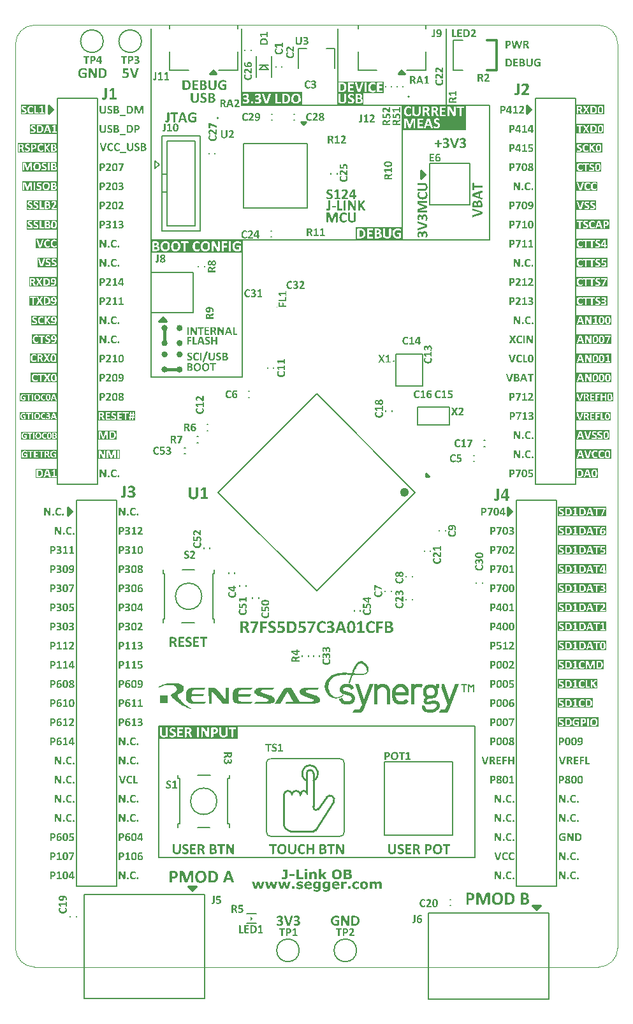
<source format=gto>
G04*
G04 #@! TF.GenerationSoftware,Altium Limited,Altium Designer,20.0.9 (164)*
G04*
G04 Layer_Color=65535*
%FSLAX24Y24*%
%MOIN*%
G70*
G01*
G75*
%ADD10C,0.0100*%
%ADD11C,0.0071*%
%ADD12C,0.0059*%
%ADD13C,0.0079*%
%ADD14C,0.0236*%
%ADD15C,0.0039*%
%ADD16C,0.0098*%
%ADD17C,0.0157*%
%ADD18C,0.0118*%
%ADD19C,0.0068*%
G36*
X20344Y46663D02*
X20049D01*
X20197Y46811D01*
X20344Y46663D01*
D02*
G37*
G36*
X10502D02*
X10207D01*
X10354Y46811D01*
X10502Y46663D01*
D02*
G37*
G36*
X26955Y44797D02*
Y44797D01*
X26758Y44600D01*
Y44994D01*
X26955Y44797D01*
D02*
G37*
G36*
X1955D02*
Y44797D01*
X1758Y44600D01*
Y44994D01*
X1955Y44797D01*
D02*
G37*
G36*
X21423Y41400D02*
Y41400D01*
X21226Y41203D01*
Y41596D01*
X21423Y41400D01*
D02*
G37*
G36*
X7906Y33736D02*
X7512D01*
X7709Y33933D01*
X7709D01*
X7906Y33736D01*
D02*
G37*
G36*
X25955Y23797D02*
Y23797D01*
X25758Y23600D01*
Y23994D01*
X25955Y23797D01*
D02*
G37*
G36*
X2955D02*
Y23797D01*
X2758Y23600D01*
Y23994D01*
X2955Y23797D01*
D02*
G37*
G36*
X18129Y15977D02*
X18185Y15955D01*
X18224Y15936D01*
X18264Y15906D01*
X18299Y15879D01*
X18353Y15821D01*
X18391Y15765D01*
X18423Y15712D01*
X18447Y15651D01*
X18462Y15592D01*
X18465Y15534D01*
X18460Y15464D01*
X18440Y15409D01*
X18403Y15367D01*
X18365Y15335D01*
X18308Y15305D01*
X18244Y15282D01*
X18168Y15267D01*
X18117Y15261D01*
X17979Y15259D01*
X17749Y15261D01*
X17701Y15266D01*
X17678Y15271D01*
X17660D01*
X17655Y15256D01*
X17636Y15208D01*
X17504Y14838D01*
X17434Y14838D01*
X17435Y14860D01*
X17560Y15268D01*
X17424Y15273D01*
X17339Y15276D01*
X17227Y15270D01*
X17125Y15264D01*
X17012Y15250D01*
X16888Y15231D01*
X16814Y15210D01*
X16724Y15178D01*
X16659Y15146D01*
X16594Y15107D01*
X16541Y15066D01*
X16494Y15021D01*
X16457Y14970D01*
X16429Y14914D01*
X16405Y14856D01*
X16380Y14771D01*
X16371Y14706D01*
X16363Y14656D01*
X16371Y14593D01*
X16387Y14496D01*
X16409Y14418D01*
X16433Y14370D01*
X16463Y14318D01*
X16500Y14269D01*
X16539Y14222D01*
X16585Y14175D01*
X16632Y14140D01*
X16697Y14111D01*
X16736Y14098D01*
X16801Y14091D01*
X16862Y14095D01*
X16930Y14115D01*
X16973Y14134D01*
X17013Y14155D01*
X17046Y14178D01*
X17084Y14207D01*
X17160D01*
X17137Y14181D01*
X17095Y14149D01*
X17050Y14118D01*
X17018Y14099D01*
X16977Y14080D01*
X16901Y14052D01*
X16854Y14042D01*
X16788Y14034D01*
X16729D01*
X16665Y14041D01*
X16589Y14062D01*
X16521Y14090D01*
X16458Y14129D01*
X16417Y14159D01*
X16374Y14200D01*
X16312Y14268D01*
X16254Y14351D01*
X16217Y14427D01*
X16187Y14511D01*
X16180Y14573D01*
X16175Y14655D01*
X16177Y14744D01*
X16186Y14805D01*
X16217Y14893D01*
X16245Y14950D01*
X16284Y15019D01*
X16323Y15067D01*
X16359Y15106D01*
X16386Y15134D01*
X16430Y15168D01*
X16487Y15208D01*
X16547Y15245D01*
X16607Y15273D01*
X16675Y15303D01*
X16764Y15330D01*
X16847Y15351D01*
X16993Y15369D01*
X17152Y15377D01*
X17262Y15377D01*
X17431Y15367D01*
X17584Y15348D01*
X17609Y15412D01*
X17637Y15487D01*
X17666Y15563D01*
X17693Y15636D01*
X17721Y15692D01*
X17752Y15745D01*
X17788Y15803D01*
X17826Y15855D01*
X17881Y15913D01*
X17922Y15945D01*
X17957Y15962D01*
X17988Y15973D01*
X18027Y15983D01*
X18086Y15984D01*
X18129Y15977D01*
D02*
G37*
G36*
X21126Y14802D02*
X21172Y14799D01*
X21213Y14787D01*
X21248Y14776D01*
X21277Y14760D01*
X21304Y14740D01*
X21227Y14585D01*
X21176Y14609D01*
X21124Y14619D01*
X21089Y14626D01*
X21032Y14618D01*
X20990Y14607D01*
X20940Y14580D01*
X20898Y14542D01*
X20871Y14499D01*
X20858Y14445D01*
Y13726D01*
X20684Y13727D01*
X20682Y14789D01*
X20856Y14789D01*
X20856Y14726D01*
X20902Y14759D01*
X20944Y14779D01*
X20977Y14790D01*
X21021Y14799D01*
X21077Y14804D01*
X21126Y14802D01*
D02*
G37*
G36*
X19243Y14800D02*
X19298Y14790D01*
X19364Y14769D01*
X19407Y14751D01*
X19453Y14721D01*
X19488Y14690D01*
X19526Y14639D01*
X19552Y14593D01*
X19567Y14549D01*
X19584Y14482D01*
X19592Y14429D01*
X19593Y14384D01*
X19592Y13725D01*
X19419D01*
Y14376D01*
X19418Y14420D01*
X19404Y14479D01*
X19384Y14523D01*
X19358Y14557D01*
X19330Y14582D01*
X19295Y14597D01*
X19253Y14610D01*
X19207Y14617D01*
X19163Y14618D01*
X19110Y14615D01*
X19079Y14606D01*
X19044Y14587D01*
X19013Y14567D01*
X18988Y14540D01*
X18964Y14510D01*
X18949Y14478D01*
X18939Y14454D01*
X18930Y14421D01*
X18929Y13725D01*
X18748Y13726D01*
X18749Y14785D01*
X18931D01*
Y14702D01*
X18948Y14721D01*
X18985Y14748D01*
X19024Y14770D01*
X19064Y14784D01*
X19109Y14796D01*
X19178Y14802D01*
X19243Y14800D01*
D02*
G37*
G36*
X22174Y14763D02*
X22173Y14720D01*
X22164Y14681D01*
X22155Y14649D01*
X22142Y14623D01*
X22129Y14603D01*
X22109Y14580D01*
X22094Y14569D01*
X22077Y14555D01*
X22066Y14548D01*
X22079Y14522D01*
X22086Y14478D01*
X22093Y14416D01*
X22093Y14361D01*
X22086Y14279D01*
X22068Y14218D01*
X22039Y14164D01*
X21989Y14107D01*
X21911Y14065D01*
X21858Y14043D01*
X21805Y14033D01*
X21751Y14029D01*
X21708Y14026D01*
X21649Y14031D01*
X21649Y14033D01*
X21594Y14036D01*
X21594Y14036D01*
X21592Y14036D01*
X21561Y14006D01*
X21561Y14006D01*
X21560Y14006D01*
X21540Y13982D01*
Y13982D01*
X21540Y13982D01*
X21514Y13947D01*
Y13947D01*
X21513Y13946D01*
X21508Y13919D01*
X21507Y13918D01*
Y13918D01*
Y13918D01*
X21507Y13918D01*
X21507Y13918D01*
X21507Y13918D01*
X21507Y13899D01*
X21507Y13899D01*
X21507Y13899D01*
X21507Y13899D01*
X21511Y13875D01*
X21512Y13873D01*
X21512Y13873D01*
X21524Y13864D01*
X21524D01*
X21524Y13864D01*
X21524Y13864D01*
X21525Y13864D01*
X21549Y13859D01*
X21550Y13859D01*
X21574Y13860D01*
X21574D01*
X21574Y13860D01*
X21607Y13865D01*
X21607Y13865D01*
X21607Y13865D01*
X21675Y13879D01*
X21675Y13879D01*
X21675Y13879D01*
X21676Y13879D01*
X21732Y13892D01*
X21732Y13892D01*
X21732Y13892D01*
X21732Y13892D01*
X21732Y13892D01*
X21783Y13907D01*
X21831Y13915D01*
X21902Y13917D01*
X21968Y13917D01*
X22006Y13908D01*
X22039Y13896D01*
X22075Y13876D01*
X22116Y13844D01*
X22149Y13815D01*
X22168Y13783D01*
X22181Y13744D01*
X22186Y13703D01*
X22188Y13672D01*
X22187Y13635D01*
X22179Y13587D01*
X22167Y13554D01*
X22150Y13519D01*
X22131Y13488D01*
X22099Y13450D01*
X22059Y13411D01*
X22008Y13377D01*
X21936Y13339D01*
X21871Y13314D01*
X21819Y13300D01*
X21754Y13290D01*
X21696Y13289D01*
X21630D01*
X21552Y13298D01*
X21489Y13317D01*
X21441Y13333D01*
X21402Y13355D01*
X21402Y13355D01*
X21363Y13377D01*
X21327Y13409D01*
X21298Y13447D01*
X21277Y13488D01*
X21263Y13529D01*
X21262Y13578D01*
X21266Y13622D01*
X21272Y13660D01*
X21279Y13680D01*
X21285Y13687D01*
X21440Y13634D01*
X21432Y13588D01*
X21432Y13587D01*
X21432Y13587D01*
X21432Y13587D01*
Y13587D01*
X21432Y13587D01*
X21443Y13543D01*
X21443Y13543D01*
X21443Y13543D01*
X21443Y13543D01*
X21443Y13543D01*
X21457Y13517D01*
X21457Y13517D01*
X21457Y13517D01*
D01*
X21457Y13517D01*
X21457Y13517D01*
X21457Y13517D01*
Y13517D01*
X21457Y13517D01*
X21458Y13516D01*
X21484Y13491D01*
Y13491D01*
X21485Y13491D01*
X21485Y13491D01*
X21485Y13491D01*
X21485Y13491D01*
X21485Y13491D01*
X21485Y13491D01*
X21485Y13491D01*
X21485Y13491D01*
X21522Y13471D01*
X21522Y13471D01*
X21522Y13471D01*
X21523Y13470D01*
X21563Y13459D01*
X21563Y13459D01*
X21563Y13459D01*
X21563Y13459D01*
X21615Y13449D01*
X21615Y13449D01*
X21615Y13449D01*
X21615D01*
X21615Y13449D01*
X21615D01*
Y13449D01*
X21615Y13449D01*
X21615Y13449D01*
X21615Y13449D01*
D01*
X21615Y13449D01*
X21615Y13449D01*
X21615D01*
X21615Y13449D01*
X21615Y13449D01*
X21679Y13446D01*
X21679Y13446D01*
X21750Y13446D01*
X21751Y13446D01*
X21751Y13446D01*
Y13446D01*
X21751Y13446D01*
X21751Y13446D01*
X21751Y13446D01*
X21751Y13446D01*
X21751Y13446D01*
X21795Y13456D01*
Y13456D01*
X21795Y13456D01*
X21795Y13456D01*
X21795Y13456D01*
X21795Y13456D01*
X21795Y13456D01*
X21795Y13456D01*
X21795Y13456D01*
X21832Y13469D01*
X21832Y13469D01*
X21832Y13469D01*
X21880Y13486D01*
X21880D01*
X21880Y13486D01*
X21880Y13486D01*
X21923Y13512D01*
X21923Y13512D01*
X21923Y13512D01*
X21923Y13512D01*
X21923Y13512D01*
X21923Y13512D01*
X21923Y13512D01*
X21923Y13512D01*
X21923Y13512D01*
X21923Y13512D01*
X21923Y13512D01*
X21923Y13512D01*
X21923Y13512D01*
X21923Y13512D01*
X21923Y13512D01*
D01*
X21923Y13512D01*
X21923Y13512D01*
X21923Y13512D01*
X21923Y13512D01*
X21923Y13512D01*
X21923Y13512D01*
X21923Y13512D01*
X21923Y13512D01*
X21923D01*
X21923Y13512D01*
X21923Y13512D01*
X21923Y13512D01*
X21923D01*
X21957Y13541D01*
X21957D01*
X21957Y13541D01*
X21957Y13541D01*
X21957Y13541D01*
Y13541D01*
X21957Y13541D01*
X21957Y13541D01*
X21957Y13541D01*
X21957Y13541D01*
X21990Y13575D01*
X21990Y13575D01*
X21990Y13576D01*
X22010Y13609D01*
X22010D01*
X22010Y13610D01*
X22017Y13651D01*
X22017D01*
X22017Y13652D01*
X22017Y13652D01*
Y13652D01*
X22017Y13652D01*
Y13652D01*
X22017Y13652D01*
X22017Y13652D01*
X22017Y13652D01*
Y13652D01*
X22018Y13681D01*
X22018Y13681D01*
X22018Y13681D01*
X22018Y13682D01*
X22018Y13682D01*
Y13682D01*
X22018Y13682D01*
Y13682D01*
X22018Y13682D01*
X22014Y13706D01*
X22014D01*
X22014Y13706D01*
X22014Y13707D01*
X22014Y13707D01*
X22014Y13707D01*
X22014Y13707D01*
X22014Y13707D01*
X22014Y13707D01*
X22014Y13707D01*
X21996Y13731D01*
X21996D01*
X21996Y13731D01*
X21995Y13732D01*
X21974Y13748D01*
X21974Y13748D01*
X21973Y13748D01*
X21945Y13757D01*
X21945Y13757D01*
X21904Y13766D01*
Y13766D01*
X21904Y13766D01*
X21869D01*
X21869Y13766D01*
X21869Y13766D01*
X21835Y13761D01*
X21835Y13761D01*
X21835Y13761D01*
X21793Y13754D01*
X21793D01*
X21792Y13754D01*
X21792Y13754D01*
X21742Y13742D01*
X21742D01*
X21742Y13742D01*
X21742D01*
X21742Y13742D01*
X21742Y13742D01*
X21742D01*
X21684Y13730D01*
X21684Y13730D01*
X21645Y13718D01*
X21608Y13715D01*
X21570D01*
X21570Y13715D01*
X21570Y13715D01*
X21570D01*
X21544Y13715D01*
X21492Y13719D01*
X21445Y13729D01*
X21418Y13749D01*
X21386Y13775D01*
X21362Y13814D01*
X21342Y13865D01*
X21340Y13898D01*
X21344Y13930D01*
X21354Y13968D01*
X21374Y14008D01*
X21390Y14031D01*
X21411Y14054D01*
X21437Y14078D01*
X21443Y14084D01*
X21443Y14084D01*
X21443Y14084D01*
X21443Y14084D01*
X21443Y14084D01*
X21443Y14084D01*
X21443Y14084D01*
X21443D01*
X21443Y14084D01*
D01*
X21443Y14084D01*
X21443Y14084D01*
X21443Y14084D01*
X21443Y14084D01*
X21443Y14084D01*
X21444Y14085D01*
X21444Y14085D01*
X21444Y14085D01*
X21443Y14084D01*
X21443Y14084D01*
X21443Y14084D01*
X21444Y14085D01*
X21444Y14085D01*
X21444Y14085D01*
X21444Y14085D01*
X21444D01*
X21444Y14085D01*
X21446Y14094D01*
X21446Y14094D01*
X21446Y14094D01*
X21446Y14094D01*
X21446Y14094D01*
X21445Y14096D01*
X21445Y14096D01*
X21439Y14103D01*
X21439D01*
X21439Y14103D01*
X21439Y14103D01*
X21439Y14103D01*
X21439Y14103D01*
X21439Y14103D01*
X21437Y14101D01*
X21419Y14113D01*
X21403Y14131D01*
X21378Y14156D01*
X21356Y14186D01*
X21339Y14228D01*
X21323Y14289D01*
X21312Y14339D01*
X21312Y14394D01*
X21314Y14455D01*
X21327Y14523D01*
X21351Y14582D01*
X21384Y14635D01*
X21425Y14678D01*
X21473Y14712D01*
X21531Y14738D01*
X21604Y14759D01*
X21668Y14769D01*
X21738Y14768D01*
X21836Y14755D01*
X21876Y14740D01*
X21912Y14723D01*
X21945Y14701D01*
X21965Y14686D01*
X21973D01*
X21984Y14698D01*
X21993Y14717D01*
X21998Y14741D01*
Y14796D01*
X22174Y14797D01*
X22174Y14763D01*
D02*
G37*
G36*
X11163Y14595D02*
X11163Y14594D01*
X11164Y14593D01*
Y14593D01*
X11164Y14593D01*
X11162Y13763D01*
X11162Y13763D01*
Y13762D01*
X11162Y13761D01*
X11161Y13761D01*
X11160Y13760D01*
X11159D01*
X10896Y13760D01*
X10896D01*
X10896Y13760D01*
X10896Y13760D01*
X10896Y13760D01*
X10896Y13760D01*
X10896Y13760D01*
X10857Y13764D01*
Y13764D01*
X10857Y13764D01*
X10857Y13764D01*
X10856Y13764D01*
X10856Y13764D01*
X10856Y13764D01*
X10828Y13775D01*
X10828Y13775D01*
X10828Y13775D01*
X10828Y13775D01*
X10828Y13775D01*
X10828Y13775D01*
X10828Y13775D01*
X10828Y13775D01*
X10828Y13775D01*
X10828Y13775D01*
X10785Y13804D01*
X10785D01*
X10785Y13804D01*
X10785Y13804D01*
X10785Y13804D01*
X10785Y13804D01*
X10785Y13804D01*
X10785Y13804D01*
X10785Y13804D01*
X10785Y13804D01*
X10785Y13804D01*
X10743Y13851D01*
X10743Y13851D01*
Y13851D01*
X10743Y13851D01*
X10743Y13851D01*
X10743Y13851D01*
X10743Y13851D01*
X10743Y13851D01*
X10283Y14385D01*
X10268D01*
X10268Y13763D01*
X10268D01*
Y13763D01*
X10267Y13762D01*
X10267Y13761D01*
X10266Y13761D01*
X10265Y13761D01*
X10112Y13762D01*
X10111Y13762D01*
X10110Y13762D01*
X10110Y13763D01*
X10109Y13764D01*
Y13764D01*
X10108Y14591D01*
Y14591D01*
X10108Y14592D01*
X10108Y14592D01*
X10109Y14593D01*
X10110Y14594D01*
X10110Y14594D01*
X10374Y14594D01*
Y14594D01*
X10374Y14594D01*
X10374Y14594D01*
X10374Y14594D01*
X10375Y14594D01*
X10375Y14594D01*
D01*
X10375Y14594D01*
X10375Y14594D01*
X10375Y14594D01*
X10375Y14594D01*
X10375Y14594D01*
X10375Y14594D01*
X10425Y14585D01*
X10425Y14585D01*
X10425Y14585D01*
X10425Y14585D01*
X10425Y14585D01*
X10425Y14585D01*
X10425Y14585D01*
X10425Y14585D01*
X10425Y14585D01*
X10425Y14585D01*
X10425D01*
X10425Y14585D01*
X10425Y14585D01*
X10425Y14585D01*
X10426Y14585D01*
X10426Y14585D01*
X10426Y14585D01*
X10450Y14572D01*
X10451Y14572D01*
X10451D01*
X10451Y14572D01*
X10472Y14560D01*
X10472Y14560D01*
X10472Y14560D01*
X10472Y14560D01*
X10472Y14560D01*
X10472Y14560D01*
X10472Y14560D01*
D01*
X10472Y14560D01*
X10501Y14543D01*
X10501Y14543D01*
X10501Y14543D01*
D01*
X10501Y14543D01*
Y14543D01*
X10501Y14543D01*
X10501Y14543D01*
X10501Y14543D01*
X10501Y14543D01*
X10501Y14543D01*
X10501Y14543D01*
X10501Y14543D01*
X10518Y14531D01*
X10518D01*
X10518Y14531D01*
X10518Y14531D01*
X10518Y14531D01*
X10518Y14531D01*
X10518Y14531D01*
X10547Y14502D01*
X10547Y14502D01*
X10547Y14502D01*
X10547Y14501D01*
X10547Y14501D01*
X10547Y14501D01*
X10547Y14501D01*
X10547Y14501D01*
X10547Y14501D01*
X10547Y14501D01*
X10547Y14501D01*
X10547Y14501D01*
X10547Y14501D01*
X10589Y14453D01*
X10589Y14453D01*
X10589Y14453D01*
X10589Y14453D01*
X10589Y14453D01*
X10589Y14453D01*
X10997Y13966D01*
X11000Y13964D01*
X11002Y13967D01*
X11003Y14592D01*
Y14592D01*
X11003Y14593D01*
X11004Y14594D01*
X11005Y14594D01*
X11005Y14594D01*
X11161Y14595D01*
Y14595D01*
X11162Y14595D01*
X11163Y14595D01*
D02*
G37*
G36*
X10375Y14594D02*
X10375Y14594D01*
X10375Y14594D01*
X10375Y14594D01*
X10375D01*
X10375Y14594D01*
X10375Y14594D01*
D02*
G37*
G36*
X10425Y14585D02*
X10425Y14585D01*
X10425Y14585D01*
X10425Y14585D01*
X10426Y14585D01*
X10425Y14585D01*
X10425Y14585D01*
D02*
G37*
G36*
X10426Y14585D02*
X10426Y14585D01*
D01*
X10426Y14585D01*
D02*
G37*
G36*
X10472Y14560D02*
X10472Y14560D01*
X10472Y14560D01*
X10472Y14560D01*
D02*
G37*
G36*
X17407Y14801D02*
X17460Y14791D01*
X17501Y14779D01*
X17551Y14758D01*
X17594Y14729D01*
X17628Y14707D01*
X17663Y14673D01*
X17688Y14639D01*
X17702Y14615D01*
X17717Y14584D01*
X17554Y14505D01*
X17541Y14525D01*
X17530Y14542D01*
X17508Y14563D01*
X17481Y14585D01*
X17454Y14600D01*
X17429Y14610D01*
X17403Y14618D01*
X17366Y14626D01*
X17312Y14626D01*
X17268Y14622D01*
X17225Y14614D01*
X17195Y14600D01*
X17172Y14587D01*
X17153Y14565D01*
X17140Y14545D01*
X17138Y14513D01*
X17148Y14483D01*
X17175Y14455D01*
X17197Y14438D01*
X17232Y14423D01*
X17272Y14408D01*
X17540Y14328D01*
X17572Y14319D01*
X17615Y14295D01*
X17662Y14266D01*
X17695Y14232D01*
X17718Y14198D01*
X17736Y14157D01*
X17751Y14110D01*
X17756Y14040D01*
X17752Y13978D01*
X17738Y13926D01*
X17716Y13888D01*
X17694Y13856D01*
X17663Y13825D01*
X17630Y13794D01*
X17589Y13769D01*
X17532Y13742D01*
X17483Y13728D01*
X17442Y13719D01*
X17353Y13717D01*
X17271Y13719D01*
X17213Y13728D01*
X17177Y13737D01*
X17146Y13748D01*
X17101Y13771D01*
X17061Y13797D01*
X17018Y13833D01*
X16986Y13877D01*
X16957Y13926D01*
X16938Y13965D01*
X16929Y13992D01*
X16928Y14019D01*
X17095Y14048D01*
X17103Y14044D01*
X17114Y14017D01*
X17131Y13989D01*
X17146Y13965D01*
X17168Y13939D01*
X17198Y13919D01*
X17232Y13901D01*
X17274Y13891D01*
X17342Y13889D01*
X17398Y13891D01*
X17448Y13900D01*
X17487Y13912D01*
X17520Y13931D01*
X17552Y13958D01*
X17568Y13987D01*
X17578Y14038D01*
X17569Y14084D01*
X17556Y14107D01*
X17538Y14126D01*
X17511Y14150D01*
X17487Y14162D01*
X17455Y14177D01*
X17403Y14191D01*
X17146Y14266D01*
X17119Y14273D01*
X17087Y14290D01*
X17044Y14321D01*
X17014Y14349D01*
X16988Y14383D01*
X16972Y14422D01*
X16962Y14463D01*
X16960Y14514D01*
X16967Y14593D01*
X16981Y14624D01*
X16995Y14656D01*
X17015Y14685D01*
X17046Y14715D01*
X17079Y14741D01*
X17119Y14762D01*
X17155Y14780D01*
X17209Y14793D01*
X17251Y14802D01*
X17333Y14805D01*
X17407Y14801D01*
D02*
G37*
G36*
X9882Y14484D02*
X9387Y14483D01*
X9333Y14474D01*
X9298Y14461D01*
X9262Y14441D01*
X9243Y14420D01*
X9227Y14389D01*
X9216Y14339D01*
X9211Y14314D01*
X9211Y14244D01*
X9209Y14243D01*
X9211Y14241D01*
X9868Y14241D01*
X9816Y14143D01*
X9220Y14143D01*
X9219Y14142D01*
X9219Y14142D01*
X9219Y14142D01*
X9211Y14140D01*
X9211Y14140D01*
X9211Y14140D01*
X9211Y14140D01*
X9211Y14140D01*
X9211Y14140D01*
X9211Y14140D01*
X9211Y14140D01*
X9211Y14140D01*
X9211Y14140D01*
X9209Y14138D01*
X9208Y14130D01*
X9208Y14129D01*
Y14129D01*
X9208Y14014D01*
X9208Y14014D01*
Y14014D01*
X9217Y13970D01*
X9217Y13969D01*
X9217Y13969D01*
X9217D01*
X9217Y13969D01*
X9217Y13969D01*
X9217Y13969D01*
X9217Y13969D01*
X9217Y13969D01*
X9217Y13969D01*
X9217Y13969D01*
X9217Y13969D01*
X9232Y13939D01*
X9232Y13939D01*
X9232Y13939D01*
X9232Y13939D01*
X9232Y13939D01*
X9232Y13939D01*
X9232D01*
X9232Y13939D01*
X9232Y13939D01*
X9232Y13939D01*
X9232Y13939D01*
X9232Y13939D01*
X9232Y13939D01*
X9232Y13939D01*
X9232Y13939D01*
X9254Y13916D01*
X9254Y13915D01*
X9276Y13895D01*
X9277Y13895D01*
X9277D01*
X9308Y13883D01*
X9308Y13883D01*
X9308Y13883D01*
X9308Y13883D01*
X9308Y13883D01*
X9308Y13883D01*
X9308Y13883D01*
X9308Y13883D01*
X9308Y13883D01*
X9308Y13883D01*
X9308Y13883D01*
X9341Y13873D01*
X9341Y13873D01*
X9341Y13873D01*
X9341Y13873D01*
Y13873D01*
X9341Y13873D01*
X9425Y13862D01*
X9425Y13862D01*
X9425Y13862D01*
X9425Y13862D01*
X9425D01*
X9425Y13862D01*
X9425Y13862D01*
X9425Y13862D01*
X9425D01*
X9425Y13862D01*
X9425D01*
X9425Y13862D01*
X9425D01*
X9425Y13862D01*
X9425Y13862D01*
X9426Y13862D01*
X9947D01*
X9900Y13768D01*
X9197Y13767D01*
X9140Y13777D01*
X9086Y13796D01*
X9045Y13815D01*
X9009Y13845D01*
X8973Y13885D01*
X8955Y13917D01*
X8939Y13955D01*
X8928Y13994D01*
X8927Y14017D01*
X8927Y14019D01*
X8924Y14017D01*
X8923Y14322D01*
X8925Y14364D01*
X8935Y14400D01*
X8953Y14437D01*
X8977Y14474D01*
X9002Y14503D01*
X9035Y14528D01*
X9074Y14550D01*
X9130Y14572D01*
X9168Y14581D01*
X9230Y14590D01*
X9936Y14590D01*
X9882Y14484D01*
D02*
G37*
G36*
X12383Y14590D02*
X12315Y14484D01*
X11816D01*
X11783Y14476D01*
X11751Y14469D01*
X11732Y14459D01*
X11704Y14442D01*
X11690Y14424D01*
X11679Y14413D01*
X11668Y14398D01*
X11666Y14383D01*
X11666Y14244D01*
X12319Y14244D01*
X12249Y14139D01*
X11664Y14139D01*
Y13964D01*
X11667Y13950D01*
X11680Y13930D01*
X11691Y13915D01*
X11704Y13904D01*
X11726Y13894D01*
X11745Y13883D01*
X11770Y13876D01*
X11811Y13870D01*
X11854Y13865D01*
X12396Y13866D01*
X12329Y13764D01*
X11676Y13762D01*
X11611Y13767D01*
X11561Y13780D01*
X11508Y13798D01*
X11463Y13826D01*
X11431Y13860D01*
X11405Y13892D01*
X11387Y13924D01*
X11368Y13987D01*
Y14362D01*
X11377Y14404D01*
X11398Y14448D01*
X11417Y14477D01*
X11438Y14501D01*
X11463Y14523D01*
X11489Y14541D01*
X11528Y14561D01*
X11565Y14572D01*
X11606Y14582D01*
X11663Y14589D01*
X11676Y14590D01*
X12383Y14590D01*
D02*
G37*
G36*
X21444Y14085D02*
X21444Y14085D01*
X21444D01*
X21444Y14085D01*
D02*
G37*
G36*
X18217Y13482D02*
X18194Y13439D01*
X18166Y13401D01*
X18143Y13372D01*
X18113Y13346D01*
X18081Y13323D01*
X18049Y13305D01*
X18015Y13295D01*
X17988Y13286D01*
X17926Y13278D01*
X17627Y13278D01*
X17732Y13460D01*
X17930Y13461D01*
X17968Y13466D01*
X17993Y13476D01*
X18014Y13496D01*
X18036Y13528D01*
X18115Y13703D01*
X18125Y13732D01*
X17744Y14785D01*
X17943Y14785D01*
X18225Y13994D01*
X18515Y14785D01*
X18711Y14785D01*
X18217Y13482D01*
D02*
G37*
G36*
X21732Y13892D02*
Y13892D01*
X21732Y13892D01*
X21732Y13892D01*
D02*
G37*
G36*
X9308Y13883D02*
X9308D01*
X9308Y13883D01*
X9308Y13883D01*
D02*
G37*
G36*
X9425Y13862D02*
X9425Y13862D01*
X9425Y13862D01*
X9425D01*
D02*
G37*
G36*
X7955Y13785D02*
X7553D01*
Y14188D01*
X7955D01*
Y13785D01*
D02*
G37*
G36*
X10828Y13775D02*
X10828Y13775D01*
X10828Y13775D01*
X10828Y13775D01*
X10828Y13775D01*
X10828Y13775D01*
X10828Y13775D01*
X10828D01*
X10828Y13775D01*
D02*
G37*
G36*
X13512Y14590D02*
X13458Y14484D01*
X12963Y14483D01*
X12916Y14475D01*
X12870Y14466D01*
X12855Y14456D01*
X12842Y14444D01*
X12830Y14428D01*
X12824Y14407D01*
X12827Y14382D01*
X12841Y14368D01*
X12871Y14348D01*
X12918Y14328D01*
X13318Y14195D01*
X13372Y14174D01*
X13414Y14151D01*
X13460Y14126D01*
X13492Y14102D01*
X13513Y14083D01*
X13541Y14055D01*
X13553Y14032D01*
X13561Y14005D01*
X13562Y13972D01*
X13560Y13925D01*
X13548Y13887D01*
X13537Y13866D01*
X13522Y13848D01*
X13493Y13823D01*
X13455Y13801D01*
X13417Y13786D01*
X13382Y13776D01*
X13334Y13767D01*
X13281Y13763D01*
X12485Y13764D01*
X12543Y13871D01*
X13130D01*
X13161Y13875D01*
X13194Y13884D01*
X13212Y13895D01*
X13228Y13910D01*
X13235Y13932D01*
Y13953D01*
X13220Y13979D01*
X13192Y13996D01*
X13163Y14013D01*
X13128Y14024D01*
X13083Y14043D01*
X13026Y14062D01*
X12993Y14072D01*
X12945Y14089D01*
X12886Y14108D01*
X12821Y14128D01*
X12762Y14149D01*
X12708Y14168D01*
X12663Y14187D01*
X12624Y14208D01*
X12571Y14247D01*
X12542Y14275D01*
X12519Y14304D01*
X12505Y14327D01*
X12498Y14358D01*
Y14417D01*
X12506Y14441D01*
X12520Y14473D01*
X12542Y14501D01*
X12569Y14528D01*
X12609Y14547D01*
X12649Y14563D01*
X12687Y14575D01*
X12724Y14582D01*
X12781Y14591D01*
X13512Y14590D01*
D02*
G37*
G36*
X14863Y13870D02*
X15501Y13871D01*
X15533Y13878D01*
X15564Y13888D01*
X15578Y13900D01*
X15591Y13911D01*
X15600Y13932D01*
X15604Y13950D01*
X15599Y13964D01*
X15588Y13976D01*
X15564Y13994D01*
X15538Y14004D01*
X15093Y14158D01*
X15036Y14185D01*
X14975Y14215D01*
X14930Y14246D01*
X14912Y14267D01*
X14890Y14291D01*
X14877Y14313D01*
X14867Y14339D01*
Y14349D01*
X14866Y14436D01*
X14874Y14458D01*
X14892Y14487D01*
X14913Y14510D01*
X14941Y14533D01*
X14976Y14551D01*
X15019Y14570D01*
X15065Y14580D01*
X15133Y14590D01*
X15869Y14590D01*
X15816Y14484D01*
X15323Y14483D01*
X15289Y14476D01*
X15267Y14473D01*
X15243Y14465D01*
X15220Y14455D01*
X15207Y14444D01*
X15197Y14433D01*
X15191Y14422D01*
X15191Y14397D01*
X15196Y14385D01*
X15205Y14374D01*
X15222Y14358D01*
X15256Y14338D01*
X15300Y14320D01*
X15581Y14224D01*
X15666Y14197D01*
X15719Y14179D01*
X15780Y14150D01*
X15817Y14128D01*
X15849Y14105D01*
X15877Y14083D01*
X15902Y14051D01*
X15919Y14022D01*
X15929Y13989D01*
X15929Y13938D01*
X15920Y13908D01*
X15911Y13882D01*
X15902Y13866D01*
X15883Y13845D01*
X15861Y13831D01*
X15841Y13815D01*
X15825Y13810D01*
X15780Y13790D01*
X15740Y13775D01*
X15663Y13762D01*
X14116D01*
X14169Y13871D01*
X14531Y13872D01*
X14238Y14396D01*
X14226Y14398D01*
X14214Y14396D01*
X13848Y13763D01*
X13569D01*
X13980Y14453D01*
X14013Y14507D01*
X14031Y14527D01*
X14049Y14542D01*
X14072Y14557D01*
X14100Y14573D01*
X14118Y14579D01*
X14146Y14587D01*
X14170Y14591D01*
X14410Y14591D01*
X14863Y13870D01*
D02*
G37*
G36*
X20247Y14790D02*
X20327Y14767D01*
X20385Y14738D01*
X20432Y14696D01*
X20486Y14629D01*
X20518Y14564D01*
X20546Y14482D01*
X20563Y14388D01*
X20568Y14284D01*
X20563Y14187D01*
X19872D01*
X19873Y14141D01*
X19885Y14088D01*
X19911Y14022D01*
X19930Y13984D01*
X19970Y13943D01*
X20011Y13915D01*
X20064Y13896D01*
X20131Y13881D01*
X20194Y13882D01*
X20247Y13892D01*
X20303Y13910D01*
X20358Y13942D01*
X20402Y13979D01*
X20432Y14010D01*
X20553Y13887D01*
X20510Y13841D01*
X20464Y13799D01*
X20419Y13769D01*
X20349Y13739D01*
X20276Y13717D01*
X20168Y13710D01*
X20059Y13718D01*
X19983Y13736D01*
X19918Y13762D01*
X19854Y13803D01*
X19805Y13854D01*
X19768Y13911D01*
X19737Y13971D01*
X19717Y14034D01*
X19697Y14138D01*
X19695Y14239D01*
X19696Y14308D01*
X19703Y14385D01*
X19721Y14480D01*
X19738Y14533D01*
X19767Y14594D01*
X19813Y14657D01*
X19858Y14706D01*
X19921Y14751D01*
X20027Y14785D01*
X20105Y14796D01*
X20178Y14797D01*
X20247Y14790D01*
D02*
G37*
G36*
X21923Y13512D02*
X21923Y13512D01*
X21923Y13512D01*
X21923Y13512D01*
X21923Y13512D01*
D02*
G37*
G36*
X8432Y14828D02*
X8529Y14810D01*
X8596Y14789D01*
X8652Y14769D01*
X8691Y14750D01*
X8719Y14731D01*
X8758Y14702D01*
X8779Y14677D01*
X8800Y14643D01*
X8807Y14620D01*
X8808Y14570D01*
X8806Y14506D01*
X8797Y14475D01*
X8781Y14448D01*
X8758Y14417D01*
X8731Y14390D01*
X8706Y14368D01*
X8670Y14339D01*
X8638Y14317D01*
X8607Y14301D01*
X8572Y14283D01*
X8550Y14270D01*
X8527Y14258D01*
X8506Y14248D01*
X8487Y14236D01*
X8479Y14208D01*
X8476Y14188D01*
X8480Y14165D01*
X8488Y14137D01*
X8510Y14101D01*
X8529Y14077D01*
X8546Y14053D01*
X8567Y14032D01*
X8587Y14002D01*
X8617Y13974D01*
X8647Y13935D01*
X8695Y13887D01*
X8760Y13830D01*
X8825Y13772D01*
X8904Y13705D01*
X8979Y13650D01*
X9057Y13599D01*
X9106Y13567D01*
X9169Y13529D01*
X9206Y13511D01*
X9215Y13503D01*
X9217Y13497D01*
X9154D01*
X9140Y13501D01*
X9058Y13527D01*
X8960Y13566D01*
X8867Y13607D01*
X8739Y13673D01*
X8598Y13755D01*
X8442Y13864D01*
X8272Y14014D01*
X8203Y14088D01*
X8148Y14155D01*
X8142Y14173D01*
X8137Y14198D01*
X8137Y14220D01*
X8138Y14240D01*
X8144Y14247D01*
X8157Y14260D01*
X8192Y14279D01*
X8225Y14299D01*
X8278Y14328D01*
X8329Y14367D01*
X8374Y14403D01*
X8410Y14446D01*
X8438Y14498D01*
X8445Y14527D01*
X8437Y14565D01*
X8420Y14599D01*
X8408Y14627D01*
X8388Y14648D01*
X8360Y14665D01*
X8312Y14695D01*
X8242Y14721D01*
X8129Y14736D01*
X8004Y14738D01*
X7902Y14730D01*
X7787Y14709D01*
X7708Y14692D01*
X7659Y14673D01*
X7619Y14653D01*
X7580Y14633D01*
X7539Y14611D01*
X7501Y14590D01*
X7496Y14593D01*
X7496Y14643D01*
X7501Y14650D01*
X7529Y14674D01*
X7579Y14702D01*
X7627Y14723D01*
X7680Y14742D01*
X7738Y14763D01*
X7839Y14791D01*
X7918Y14808D01*
X8045Y14827D01*
X8153Y14838D01*
X8331Y14838D01*
X8432Y14828D01*
D02*
G37*
G36*
X21795Y13456D02*
Y13456D01*
X21795Y13456D01*
X21795Y13456D01*
D02*
G37*
G36*
X21630Y13289D02*
X21630Y13289D01*
X21630D01*
X21630Y13289D01*
D02*
G37*
G36*
X22698Y13993D02*
X22986Y14783D01*
X23180Y14784D01*
X22689Y13485D01*
X22662Y13423D01*
X22641Y13382D01*
X22625Y13355D01*
X22611Y13340D01*
X22597Y13326D01*
X22580Y13311D01*
X22556Y13297D01*
X22531Y13287D01*
X22506Y13281D01*
X22475Y13277D01*
X22095Y13276D01*
X22121Y13301D01*
X22160Y13339D01*
X22192Y13375D01*
X22219Y13412D01*
X22232Y13437D01*
X22238Y13452D01*
X22434Y13461D01*
X22447Y13461D01*
X22458Y13466D01*
X22470Y13474D01*
X22481Y13486D01*
X22494Y13500D01*
X22502Y13510D01*
X22598Y13727D01*
X22272Y14637D01*
X22283Y14658D01*
X22290Y14679D01*
X22296Y14709D01*
X22296Y14746D01*
X22297Y14784D01*
X22416Y14785D01*
X22698Y13993D01*
D02*
G37*
G36*
X9248Y4006D02*
X9248D01*
X9051Y4203D01*
X9445D01*
X9248Y4006D01*
D02*
G37*
G36*
X27248Y2994D02*
X27248D01*
X27051Y3191D01*
X27445D01*
X27248Y2994D01*
D02*
G37*
G36*
X12421Y2539D02*
X12303Y2421D01*
Y2657D01*
X12421Y2539D01*
D02*
G37*
G36*
X23543Y44448D02*
Y43740D01*
X20236D01*
Y44448D01*
Y45054D01*
X23543D01*
Y44448D01*
D02*
G37*
G36*
X18242Y40045D02*
X18250Y40045D01*
X18252D01*
X18256Y40044D01*
X18261Y40043D01*
X18267Y40041D01*
X18267Y40041D01*
X18270Y40040D01*
X18273Y40038D01*
X18275Y40036D01*
X18275Y40035D01*
X18276Y40034D01*
X18277Y40032D01*
X18277Y40029D01*
Y40028D01*
X18277Y40025D01*
X18276Y40020D01*
X18273Y40015D01*
X18273Y40013D01*
X18272Y40012D01*
X18271Y40009D01*
X18269Y40006D01*
X18267Y40002D01*
X18264Y39998D01*
X18260Y39993D01*
X18122Y39810D01*
X18273Y39580D01*
X18274Y39579D01*
X18275Y39577D01*
X18276Y39574D01*
X18277Y39571D01*
X18281Y39564D01*
X18283Y39561D01*
X18284Y39558D01*
X18284Y39558D01*
X18285Y39555D01*
X18286Y39552D01*
Y39549D01*
Y39549D01*
Y39547D01*
X18284Y39545D01*
X18283Y39542D01*
X18282Y39541D01*
X18281Y39540D01*
X18279Y39539D01*
X18275Y39537D01*
X18273D01*
X18271Y39535D01*
X18265Y39534D01*
X18258Y39534D01*
X18256D01*
X18254Y39533D01*
X18247D01*
X18242Y39532D01*
X18217D01*
X18205Y39533D01*
X18199Y39534D01*
X18194Y39534D01*
X18192D01*
X18188Y39536D01*
X18183Y39537D01*
X18178Y39540D01*
X18178Y39541D01*
X18176Y39543D01*
X18173Y39545D01*
X18171Y39549D01*
X18018Y39791D01*
Y39549D01*
Y39549D01*
Y39547D01*
X18017Y39545D01*
X18015Y39542D01*
X18014Y39541D01*
X18013Y39540D01*
X18011Y39539D01*
X18007Y39537D01*
X18006D01*
X18003Y39535D01*
X17997Y39534D01*
X17991Y39534D01*
X17989D01*
X17986Y39533D01*
X17980D01*
X17976Y39532D01*
X17957D01*
X17949Y39533D01*
X17941Y39534D01*
X17939D01*
X17935Y39534D01*
X17930Y39535D01*
X17924Y39537D01*
X17924Y39537D01*
X17922Y39538D01*
X17919Y39540D01*
X17916Y39542D01*
Y39543D01*
X17915Y39544D01*
X17915Y39547D01*
X17914Y39549D01*
Y40029D01*
Y40030D01*
Y40032D01*
X17915Y40034D01*
X17916Y40036D01*
X17917Y40036D01*
X17918Y40038D01*
X17921Y40040D01*
X17924Y40041D01*
X17926Y40042D01*
X17928Y40043D01*
X17934Y40043D01*
X17941Y40045D01*
X17943D01*
X17945Y40045D01*
X17952D01*
X17956Y40046D01*
X17975D01*
X17983Y40045D01*
X17991Y40045D01*
X17993D01*
X17997Y40044D01*
X18001Y40043D01*
X18007Y40041D01*
X18008Y40041D01*
X18010Y40040D01*
X18013Y40038D01*
X18015Y40036D01*
X18016Y40035D01*
X18017Y40034D01*
X18017Y40032D01*
X18018Y40029D01*
Y39812D01*
X18166Y40028D01*
X18167Y40029D01*
X18168Y40032D01*
X18170Y40034D01*
X18172Y40036D01*
X18173Y40037D01*
X18175Y40039D01*
X18178Y40041D01*
X18182Y40042D01*
X18184Y40043D01*
X18187Y40043D01*
X18192Y40044D01*
X18198Y40045D01*
X18200D01*
X18202Y40045D01*
X18209D01*
X18213Y40046D01*
X18233D01*
X18242Y40045D01*
D02*
G37*
G36*
X16736Y39772D02*
X16739Y39771D01*
X16739Y39770D01*
X16741Y39769D01*
X16743Y39767D01*
X16744Y39764D01*
X16745Y39763D01*
X16745Y39761D01*
X16747Y39756D01*
X16748Y39751D01*
Y39750D01*
X16748Y39746D01*
X16749Y39740D01*
Y39733D01*
Y39732D01*
Y39729D01*
Y39725D01*
X16748Y39720D01*
X16747Y39709D01*
X16745Y39705D01*
X16744Y39700D01*
Y39700D01*
X16743Y39699D01*
X16741Y39696D01*
X16737Y39693D01*
X16734Y39692D01*
X16730Y39692D01*
X16566D01*
X16562Y39693D01*
X16557Y39696D01*
X16555Y39698D01*
X16553Y39700D01*
Y39701D01*
X16552Y39702D01*
X16551Y39705D01*
X16551Y39708D01*
X16550Y39713D01*
X16549Y39718D01*
X16549Y39725D01*
Y39733D01*
Y39733D01*
Y39736D01*
Y39740D01*
X16549Y39745D01*
X16551Y39755D01*
X16551Y39759D01*
X16553Y39763D01*
Y39764D01*
X16554Y39765D01*
X16556Y39768D01*
X16560Y39771D01*
X16564Y39772D01*
X16567Y39773D01*
X16733D01*
X16736Y39772D01*
D02*
G37*
G36*
X17773Y40045D02*
X17780Y40044D01*
X17782D01*
X17785Y40043D01*
X17790Y40043D01*
X17794Y40041D01*
X17795Y40040D01*
X17797Y40039D01*
X17799Y40037D01*
X17801Y40035D01*
X17802Y40034D01*
X17803Y40033D01*
X17803Y40031D01*
Y40028D01*
Y39571D01*
Y39570D01*
Y39569D01*
X17803Y39565D01*
X17802Y39560D01*
X17800Y39554D01*
X17799Y39553D01*
X17798Y39550D01*
X17795Y39547D01*
X17791Y39543D01*
X17790Y39542D01*
X17788Y39540D01*
X17784Y39538D01*
X17779Y39536D01*
X17777D01*
X17774Y39535D01*
X17769Y39534D01*
X17764Y39534D01*
X17715D01*
X17712Y39534D01*
X17704Y39535D01*
X17696Y39537D01*
X17695D01*
X17694Y39537D01*
X17689Y39539D01*
X17684Y39542D01*
X17677Y39546D01*
X17676Y39547D01*
X17676Y39547D01*
X17672Y39552D01*
X17667Y39558D01*
X17661Y39566D01*
Y39567D01*
X17659Y39568D01*
X17658Y39571D01*
X17656Y39575D01*
X17653Y39579D01*
X17650Y39584D01*
X17647Y39591D01*
X17644Y39598D01*
X17517Y39836D01*
X17517Y39836D01*
X17515Y39840D01*
X17513Y39844D01*
X17510Y39850D01*
X17507Y39857D01*
X17503Y39864D01*
X17499Y39873D01*
X17495Y39882D01*
X17494Y39883D01*
X17493Y39886D01*
X17491Y39891D01*
X17488Y39897D01*
X17485Y39905D01*
X17482Y39913D01*
X17475Y39930D01*
X17474D01*
Y39929D01*
X17474Y39925D01*
Y39920D01*
X17475Y39912D01*
Y39903D01*
X17476Y39894D01*
X17476Y39873D01*
Y39872D01*
Y39868D01*
Y39863D01*
X17477Y39855D01*
Y39847D01*
Y39837D01*
Y39826D01*
Y39815D01*
Y39549D01*
Y39548D01*
Y39547D01*
X17476Y39545D01*
X17474Y39542D01*
X17474Y39541D01*
X17473Y39540D01*
X17470Y39539D01*
X17467Y39537D01*
X17466D01*
X17463Y39535D01*
X17459Y39534D01*
X17452Y39534D01*
X17451D01*
X17449Y39533D01*
X17446D01*
X17439Y39532D01*
X17421D01*
X17413Y39533D01*
X17406Y39534D01*
X17405D01*
X17401Y39534D01*
X17396Y39535D01*
X17392Y39537D01*
X17391Y39537D01*
X17389Y39538D01*
X17387Y39540D01*
X17385Y39542D01*
Y39543D01*
X17384Y39544D01*
X17383Y39549D01*
Y40006D01*
Y40007D01*
Y40009D01*
X17384Y40013D01*
X17385Y40017D01*
X17386Y40021D01*
X17387Y40026D01*
X17390Y40030D01*
X17394Y40034D01*
X17394Y40035D01*
X17396Y40036D01*
X17398Y40037D01*
X17401Y40039D01*
X17405Y40041D01*
X17409Y40043D01*
X17415Y40043D01*
X17420Y40044D01*
X17485D01*
X17493Y40043D01*
X17502Y40041D01*
X17502D01*
X17504Y40041D01*
X17508Y40039D01*
X17514Y40036D01*
X17520Y40032D01*
X17521D01*
X17521Y40032D01*
X17525Y40028D01*
X17530Y40023D01*
X17535Y40016D01*
X17536Y40015D01*
X17536Y40014D01*
X17538Y40012D01*
X17540Y40009D01*
X17542Y40005D01*
X17545Y40001D01*
X17549Y39991D01*
X17648Y39804D01*
X17649Y39804D01*
X17650Y39802D01*
X17652Y39798D01*
X17654Y39794D01*
X17657Y39789D01*
X17659Y39783D01*
X17665Y39771D01*
X17666Y39770D01*
X17667Y39768D01*
X17668Y39765D01*
X17670Y39761D01*
X17673Y39756D01*
X17676Y39751D01*
X17681Y39739D01*
X17682Y39738D01*
X17683Y39736D01*
X17684Y39733D01*
X17686Y39728D01*
X17689Y39724D01*
X17691Y39718D01*
X17697Y39707D01*
X17698Y39706D01*
X17698Y39704D01*
X17700Y39701D01*
X17702Y39697D01*
X17704Y39692D01*
X17706Y39687D01*
X17711Y39675D01*
X17712D01*
Y39677D01*
Y39680D01*
X17711Y39685D01*
Y39692D01*
X17711Y39701D01*
Y39711D01*
X17710Y39721D01*
Y39732D01*
Y39733D01*
Y39733D01*
Y39737D01*
Y39743D01*
Y39750D01*
Y39759D01*
Y39769D01*
Y39789D01*
Y40028D01*
Y40029D01*
Y40031D01*
X17711Y40033D01*
X17712Y40035D01*
X17713Y40036D01*
X17714Y40037D01*
X17716Y40039D01*
X17719Y40041D01*
X17721Y40041D01*
X17724Y40042D01*
X17728Y40043D01*
X17734Y40044D01*
X17736D01*
X17738Y40045D01*
X17741D01*
X17748Y40045D01*
X17766D01*
X17773Y40045D01*
D02*
G37*
G36*
X16435Y40045D02*
X16442Y40045D01*
X16444D01*
X16448Y40044D01*
X16453Y40043D01*
X16459Y40042D01*
X16460Y40041D01*
X16462Y40041D01*
X16465Y40039D01*
X16467Y40036D01*
X16468Y40036D01*
X16469Y40034D01*
X16470Y40032D01*
X16470Y40030D01*
Y39676D01*
Y39675D01*
Y39674D01*
Y39672D01*
Y39670D01*
Y39664D01*
X16470Y39655D01*
X16469Y39645D01*
X16467Y39635D01*
X16463Y39613D01*
Y39612D01*
X16462Y39608D01*
X16461Y39603D01*
X16459Y39597D01*
X16455Y39590D01*
X16452Y39582D01*
X16447Y39573D01*
X16442Y39566D01*
X16441Y39565D01*
X16439Y39562D01*
X16435Y39559D01*
X16431Y39555D01*
X16424Y39550D01*
X16418Y39545D01*
X16409Y39540D01*
X16401Y39536D01*
X16399Y39535D01*
X16396Y39534D01*
X16391Y39533D01*
X16383Y39531D01*
X16375Y39529D01*
X16364Y39528D01*
X16352Y39527D01*
X16339Y39526D01*
X16332D01*
X16324Y39527D01*
X16315Y39528D01*
X16314D01*
X16313Y39529D01*
X16311D01*
X16308Y39530D01*
X16302Y39531D01*
X16294Y39532D01*
X16293D01*
X16293Y39533D01*
X16289Y39534D01*
X16283Y39536D01*
X16278Y39538D01*
X16276Y39539D01*
X16274Y39540D01*
X16271Y39542D01*
X16268Y39543D01*
Y39544D01*
X16267Y39545D01*
X16264Y39549D01*
Y39549D01*
X16263Y39551D01*
X16263Y39553D01*
X16261Y39556D01*
Y39556D01*
X16261Y39559D01*
Y39562D01*
X16260Y39567D01*
Y39569D01*
Y39572D01*
Y39577D01*
Y39584D01*
Y39585D01*
Y39586D01*
Y39589D01*
Y39593D01*
Y39599D01*
Y39607D01*
Y39608D01*
Y39608D01*
X16261Y39612D01*
X16261Y39617D01*
X16262Y39621D01*
Y39622D01*
X16263Y39624D01*
X16264Y39627D01*
X16266Y39629D01*
X16267Y39629D01*
X16268Y39630D01*
X16270Y39631D01*
X16272Y39631D01*
X16275D01*
X16278Y39630D01*
X16280Y39629D01*
X16281Y39628D01*
X16284Y39627D01*
X16287Y39625D01*
X16291Y39623D01*
X16293Y39623D01*
X16295Y39622D01*
X16299Y39620D01*
X16305Y39618D01*
X16306D01*
X16310Y39617D01*
X16316Y39616D01*
X16323Y39616D01*
X16325D01*
X16330Y39616D01*
X16336Y39617D01*
X16342Y39618D01*
X16342D01*
X16343Y39619D01*
X16347Y39621D01*
X16351Y39624D01*
X16355Y39629D01*
Y39629D01*
X16355Y39630D01*
X16358Y39634D01*
X16360Y39640D01*
X16363Y39648D01*
Y39649D01*
X16364Y39650D01*
X16364Y39653D01*
X16365Y39657D01*
Y39661D01*
X16366Y39666D01*
X16366Y39673D01*
Y39680D01*
Y40030D01*
Y40030D01*
Y40032D01*
X16367Y40034D01*
X16368Y40036D01*
X16369Y40037D01*
X16370Y40039D01*
X16373Y40041D01*
X16377Y40042D01*
X16378Y40043D01*
X16381Y40043D01*
X16386Y40044D01*
X16393Y40045D01*
X16395D01*
X16397Y40045D01*
X16404D01*
X16408Y40046D01*
X16426D01*
X16435Y40045D01*
D02*
G37*
G36*
X16896D02*
X16904Y40045D01*
X16906D01*
X16910Y40044D01*
X16915Y40043D01*
X16920Y40041D01*
X16921Y40041D01*
X16923Y40040D01*
X16926Y40038D01*
X16928Y40036D01*
X16929Y40035D01*
X16930Y40034D01*
X16931Y40032D01*
X16931Y40029D01*
Y39620D01*
X17094D01*
X17096Y39618D01*
X17098Y39617D01*
X17099Y39616D01*
X17100Y39616D01*
X17102Y39614D01*
X17103Y39610D01*
X17104Y39610D01*
X17105Y39607D01*
X17105Y39603D01*
X17106Y39597D01*
Y39597D01*
Y39596D01*
X17107Y39592D01*
X17107Y39586D01*
Y39577D01*
Y39577D01*
Y39575D01*
Y39573D01*
Y39571D01*
X17107Y39565D01*
X17106Y39558D01*
Y39556D01*
X17105Y39553D01*
X17105Y39549D01*
X17103Y39544D01*
X17103Y39543D01*
X17102Y39541D01*
X17100Y39539D01*
X17098Y39537D01*
X17097D01*
X17096Y39536D01*
X17094Y39535D01*
X17091Y39534D01*
X16855D01*
X16853Y39535D01*
X16850D01*
X16843Y39538D01*
X16839Y39539D01*
X16836Y39542D01*
Y39543D01*
X16834Y39543D01*
X16833Y39545D01*
X16832Y39548D01*
X16830Y39552D01*
X16829Y39556D01*
X16828Y39560D01*
X16827Y39567D01*
Y40029D01*
Y40030D01*
Y40032D01*
X16828Y40034D01*
X16829Y40036D01*
X16830Y40036D01*
X16832Y40038D01*
X16834Y40040D01*
X16838Y40041D01*
X16839Y40042D01*
X16842Y40043D01*
X16847Y40043D01*
X16854Y40045D01*
X16856D01*
X16858Y40045D01*
X16865D01*
X16869Y40046D01*
X16888D01*
X16896Y40045D01*
D02*
G37*
G36*
X17237D02*
X17245Y40045D01*
X17247D01*
X17251Y40044D01*
X17256Y40043D01*
X17260Y40041D01*
X17262Y40041D01*
X17264Y40040D01*
X17267Y40038D01*
X17269Y40036D01*
X17270Y40035D01*
X17271Y40034D01*
X17271Y40032D01*
X17272Y40029D01*
Y39549D01*
Y39548D01*
Y39546D01*
X17271Y39544D01*
X17269Y39541D01*
X17269Y39541D01*
X17267Y39540D01*
X17265Y39538D01*
X17260Y39537D01*
X17260D01*
X17256Y39535D01*
X17252Y39534D01*
X17245Y39534D01*
X17243D01*
X17241Y39533D01*
X17234D01*
X17230Y39532D01*
X17211D01*
X17203Y39533D01*
X17195Y39534D01*
X17193D01*
X17189Y39534D01*
X17184Y39535D01*
X17178Y39537D01*
X17178Y39537D01*
X17176Y39538D01*
X17173Y39539D01*
X17170Y39541D01*
Y39542D01*
X17170Y39543D01*
X17169Y39546D01*
X17168Y39549D01*
Y40029D01*
Y40030D01*
Y40032D01*
X17169Y40034D01*
X17170Y40036D01*
X17171Y40036D01*
X17172Y40038D01*
X17175Y40040D01*
X17179Y40041D01*
X17181Y40042D01*
X17183Y40043D01*
X17189Y40043D01*
X17195Y40045D01*
X17197D01*
X17199Y40045D01*
X17206D01*
X17210Y40046D01*
X17229D01*
X17237Y40045D01*
D02*
G37*
G36*
X17189Y39424D02*
X17195D01*
X17202Y39423D01*
X17217Y39420D01*
X17217D01*
X17220Y39420D01*
X17224Y39419D01*
X17229Y39418D01*
X17234Y39417D01*
X17241Y39415D01*
X17253Y39411D01*
X17254D01*
X17256Y39411D01*
X17259Y39409D01*
X17263Y39408D01*
X17273Y39404D01*
X17283Y39398D01*
X17284D01*
X17285Y39397D01*
X17288Y39396D01*
X17290Y39394D01*
X17297Y39390D01*
X17300Y39387D01*
X17302Y39385D01*
X17303Y39385D01*
X17305Y39383D01*
X17308Y39380D01*
X17309Y39377D01*
X17310Y39376D01*
X17310Y39375D01*
X17311Y39371D01*
X17312Y39368D01*
Y39367D01*
X17313Y39364D01*
X17314Y39360D01*
X17314Y39355D01*
Y39353D01*
X17315Y39350D01*
Y39344D01*
Y39336D01*
Y39336D01*
Y39334D01*
Y39332D01*
Y39329D01*
X17314Y39323D01*
X17314Y39316D01*
Y39314D01*
X17313Y39311D01*
X17312Y39307D01*
X17311Y39302D01*
Y39301D01*
X17310Y39299D01*
X17308Y39297D01*
X17306Y39295D01*
X17306D01*
X17304Y39295D01*
X17303Y39294D01*
X17300Y39293D01*
X17299D01*
X17296Y39294D01*
X17291Y39296D01*
X17285Y39300D01*
X17284D01*
X17284Y39301D01*
X17282Y39303D01*
X17279Y39305D01*
X17271Y39310D01*
X17262Y39315D01*
X17261Y39316D01*
X17259Y39316D01*
X17256Y39318D01*
X17252Y39320D01*
X17247Y39323D01*
X17241Y39325D01*
X17235Y39327D01*
X17228Y39330D01*
X17227Y39331D01*
X17224Y39331D01*
X17220Y39333D01*
X17215Y39334D01*
X17207Y39336D01*
X17200Y39336D01*
X17190Y39338D01*
X17175D01*
X17170Y39337D01*
X17162Y39336D01*
X17154Y39334D01*
X17144Y39332D01*
X17135Y39329D01*
X17126Y39325D01*
X17125Y39324D01*
X17122Y39323D01*
X17118Y39320D01*
X17112Y39316D01*
X17106Y39310D01*
X17099Y39305D01*
X17092Y39297D01*
X17086Y39289D01*
X17085Y39288D01*
X17083Y39285D01*
X17080Y39280D01*
X17076Y39274D01*
X17072Y39266D01*
X17068Y39256D01*
X17064Y39245D01*
X17060Y39234D01*
Y39233D01*
Y39232D01*
X17060Y39230D01*
X17059Y39228D01*
X17058Y39222D01*
X17056Y39213D01*
X17055Y39202D01*
X17053Y39189D01*
X17053Y39175D01*
X17052Y39160D01*
Y39159D01*
Y39158D01*
Y39156D01*
Y39153D01*
Y39148D01*
X17053Y39144D01*
X17053Y39133D01*
X17054Y39121D01*
X17056Y39108D01*
X17058Y39094D01*
X17061Y39081D01*
Y39081D01*
X17062Y39080D01*
X17063Y39076D01*
X17065Y39070D01*
X17068Y39062D01*
X17072Y39054D01*
X17076Y39045D01*
X17081Y39036D01*
X17088Y39028D01*
X17088Y39027D01*
X17090Y39024D01*
X17094Y39020D01*
X17099Y39016D01*
X17105Y39010D01*
X17112Y39006D01*
X17120Y39000D01*
X17129Y38996D01*
X17130Y38995D01*
X17133Y38995D01*
X17138Y38993D01*
X17144Y38991D01*
X17153Y38989D01*
X17162Y38987D01*
X17172Y38987D01*
X17183Y38986D01*
X17188D01*
X17193Y38987D01*
X17200D01*
X17206Y38987D01*
X17215Y38989D01*
X17223Y38990D01*
X17230Y38992D01*
X17231D01*
X17234Y38993D01*
X17237Y38995D01*
X17242Y38996D01*
X17253Y39001D01*
X17265Y39006D01*
X17265Y39007D01*
X17267Y39008D01*
X17269Y39009D01*
X17273Y39011D01*
X17280Y39016D01*
X17288Y39021D01*
X17288D01*
X17289Y39022D01*
X17293Y39024D01*
X17298Y39026D01*
X17303Y39028D01*
X17305D01*
X17307Y39027D01*
X17309Y39025D01*
X17310D01*
X17310Y39024D01*
X17312Y39022D01*
X17313Y39019D01*
Y39019D01*
X17314Y39016D01*
X17314Y39012D01*
X17315Y39006D01*
Y39005D01*
Y39004D01*
X17316Y39002D01*
Y39000D01*
X17316Y38993D01*
Y38984D01*
Y38983D01*
Y38982D01*
Y38978D01*
Y38972D01*
X17316Y38967D01*
Y38965D01*
X17315Y38963D01*
X17314Y38959D01*
X17314Y38955D01*
Y38954D01*
X17313Y38952D01*
X17310Y38947D01*
Y38946D01*
X17309Y38945D01*
X17307Y38942D01*
X17304Y38939D01*
X17303Y38938D01*
X17301Y38935D01*
X17295Y38931D01*
X17292Y38929D01*
X17288Y38926D01*
X17287D01*
X17286Y38925D01*
X17283Y38924D01*
X17280Y38922D01*
X17275Y38920D01*
X17269Y38918D01*
X17264Y38916D01*
X17257Y38913D01*
X17256D01*
X17254Y38912D01*
X17250Y38911D01*
X17245Y38909D01*
X17239Y38907D01*
X17232Y38906D01*
X17224Y38904D01*
X17216Y38903D01*
X17215D01*
X17212Y38902D01*
X17208Y38901D01*
X17202Y38900D01*
X17194Y38900D01*
X17186Y38899D01*
X17176Y38898D01*
X17158D01*
X17153Y38899D01*
X17148D01*
X17135Y38900D01*
X17120Y38903D01*
X17105Y38905D01*
X17088Y38909D01*
X17072Y38914D01*
X17071D01*
X17070Y38915D01*
X17068Y38916D01*
X17065Y38918D01*
X17057Y38921D01*
X17047Y38926D01*
X17036Y38933D01*
X17024Y38941D01*
X17013Y38951D01*
X17001Y38963D01*
Y38963D01*
X17000Y38964D01*
X16998Y38966D01*
X16996Y38968D01*
X16991Y38976D01*
X16985Y38985D01*
X16977Y38996D01*
X16969Y39010D01*
X16962Y39025D01*
X16956Y39043D01*
Y39043D01*
X16955Y39045D01*
X16954Y39047D01*
X16953Y39051D01*
X16952Y39056D01*
X16951Y39061D01*
X16950Y39067D01*
X16948Y39075D01*
X16946Y39082D01*
X16945Y39091D01*
X16943Y39110D01*
X16941Y39131D01*
X16940Y39155D01*
Y39155D01*
Y39157D01*
Y39161D01*
Y39166D01*
X16941Y39171D01*
Y39178D01*
X16941Y39185D01*
X16942Y39194D01*
X16944Y39211D01*
X16948Y39230D01*
X16952Y39250D01*
X16957Y39269D01*
Y39270D01*
X16958Y39271D01*
X16959Y39274D01*
X16961Y39278D01*
X16962Y39282D01*
X16964Y39287D01*
X16969Y39299D01*
X16976Y39312D01*
X16985Y39327D01*
X16994Y39340D01*
X17005Y39354D01*
X17006Y39355D01*
X17006Y39355D01*
X17010Y39359D01*
X17017Y39366D01*
X17026Y39374D01*
X17037Y39382D01*
X17050Y39391D01*
X17064Y39399D01*
X17080Y39407D01*
X17081D01*
X17082Y39407D01*
X17084Y39408D01*
X17088Y39409D01*
X17092Y39411D01*
X17097Y39412D01*
X17102Y39414D01*
X17109Y39415D01*
X17122Y39419D01*
X17139Y39422D01*
X17157Y39424D01*
X17176Y39424D01*
X17183D01*
X17189Y39424D01*
D02*
G37*
G36*
X16819Y39415D02*
X16824Y39415D01*
X16830Y39413D01*
X16831D01*
X16832Y39412D01*
X16835Y39411D01*
X16839Y39408D01*
X16843Y39405D01*
X16844Y39404D01*
X16846Y39401D01*
X16849Y39397D01*
X16851Y39392D01*
X16851Y39390D01*
X16852Y39387D01*
X16853Y39381D01*
X16853Y39375D01*
Y38921D01*
Y38920D01*
Y38918D01*
X16852Y38916D01*
X16851Y38913D01*
X16850Y38913D01*
X16849Y38912D01*
X16847Y38910D01*
X16843Y38909D01*
X16842D01*
X16839Y38907D01*
X16834Y38907D01*
X16828Y38906D01*
X16827D01*
X16824Y38905D01*
X16821D01*
X16814Y38905D01*
X16796D01*
X16788Y38905D01*
X16780Y38906D01*
X16779D01*
X16775Y38907D01*
X16770Y38907D01*
X16765Y38909D01*
X16765Y38909D01*
X16763Y38910D01*
X16760Y38911D01*
X16758Y38913D01*
Y38914D01*
X16757Y38916D01*
X16756Y38918D01*
X16756Y38921D01*
Y39336D01*
X16754D01*
X16607Y38921D01*
X16606Y38920D01*
X16605Y38918D01*
X16601Y38913D01*
X16601Y38912D01*
X16599Y38911D01*
X16596Y38909D01*
X16592Y38907D01*
X16590D01*
X16588Y38907D01*
X16583Y38906D01*
X16576Y38905D01*
X16570D01*
X16562Y38905D01*
X16545D01*
X16538Y38905D01*
X16530Y38906D01*
X16529D01*
X16525Y38907D01*
X16520Y38907D01*
X16515Y38909D01*
X16515Y38909D01*
X16512Y38910D01*
X16508Y38911D01*
X16505Y38913D01*
X16504Y38914D01*
X16503Y38916D01*
X16502Y38918D01*
X16501Y38921D01*
X16358Y39336D01*
X16358D01*
Y38921D01*
Y38920D01*
Y38918D01*
X16356Y38916D01*
X16355Y38913D01*
X16354Y38913D01*
X16353Y38912D01*
X16351Y38910D01*
X16347Y38909D01*
X16346D01*
X16342Y38907D01*
X16338Y38907D01*
X16332Y38906D01*
X16330D01*
X16328Y38905D01*
X16325D01*
X16318Y38905D01*
X16300D01*
X16292Y38905D01*
X16284Y38906D01*
X16283D01*
X16279Y38907D01*
X16274Y38907D01*
X16269Y38909D01*
X16269Y38909D01*
X16267Y38910D01*
X16264Y38911D01*
X16262Y38913D01*
Y38914D01*
X16261Y38916D01*
X16261Y38918D01*
X16260Y38921D01*
Y39375D01*
Y39375D01*
Y39378D01*
X16261Y39381D01*
X16261Y39386D01*
X16263Y39391D01*
X16264Y39396D01*
X16267Y39401D01*
X16270Y39405D01*
X16271Y39406D01*
X16272Y39407D01*
X16274Y39409D01*
X16278Y39411D01*
X16282Y39413D01*
X16286Y39415D01*
X16292Y39415D01*
X16298Y39416D01*
X16373D01*
X16377Y39415D01*
X16387Y39415D01*
X16397Y39413D01*
X16398D01*
X16399Y39412D01*
X16402Y39411D01*
X16405Y39411D01*
X16412Y39407D01*
X16419Y39403D01*
X16420D01*
X16420Y39402D01*
X16424Y39398D01*
X16430Y39392D01*
X16435Y39385D01*
Y39384D01*
X16436Y39383D01*
X16437Y39381D01*
X16439Y39377D01*
X16441Y39373D01*
X16442Y39368D01*
X16446Y39357D01*
X16557Y39053D01*
X16558D01*
X16673Y39357D01*
Y39357D01*
X16674Y39359D01*
X16675Y39362D01*
X16676Y39366D01*
X16680Y39375D01*
X16684Y39384D01*
Y39385D01*
X16685Y39386D01*
X16686Y39388D01*
X16688Y39391D01*
X16692Y39397D01*
X16698Y39403D01*
X16698Y39403D01*
X16699Y39404D01*
X16703Y39407D01*
X16709Y39410D01*
X16717Y39413D01*
X16717D01*
X16719Y39413D01*
X16722Y39414D01*
X16724Y39415D01*
X16732Y39415D01*
X16743Y39416D01*
X16814D01*
X16819Y39415D01*
D02*
G37*
G36*
X17773Y39418D02*
X17780Y39417D01*
X17782D01*
X17786Y39416D01*
X17791Y39415D01*
X17796Y39413D01*
X17797Y39413D01*
X17799Y39412D01*
X17802Y39410D01*
X17804Y39408D01*
X17805Y39407D01*
X17805Y39406D01*
X17806Y39404D01*
X17807Y39401D01*
Y39096D01*
Y39095D01*
Y39094D01*
Y39091D01*
Y39088D01*
X17806Y39084D01*
Y39079D01*
X17805Y39068D01*
X17803Y39055D01*
X17801Y39041D01*
X17797Y39027D01*
X17792Y39013D01*
Y39012D01*
X17792Y39011D01*
X17791Y39009D01*
X17790Y39006D01*
X17787Y39000D01*
X17782Y38991D01*
X17777Y38981D01*
X17770Y38970D01*
X17762Y38960D01*
X17752Y38950D01*
X17751Y38948D01*
X17747Y38946D01*
X17742Y38941D01*
X17734Y38935D01*
X17724Y38929D01*
X17713Y38922D01*
X17700Y38916D01*
X17686Y38911D01*
X17685D01*
X17684Y38910D01*
X17682Y38909D01*
X17679Y38909D01*
X17676Y38908D01*
X17671Y38907D01*
X17660Y38905D01*
X17647Y38902D01*
X17631Y38900D01*
X17614Y38898D01*
X17596Y38898D01*
X17588D01*
X17584Y38898D01*
X17579D01*
X17567Y38899D01*
X17553Y38900D01*
X17539Y38903D01*
X17524Y38905D01*
X17509Y38909D01*
X17508D01*
X17508Y38910D01*
X17506Y38911D01*
X17503Y38911D01*
X17496Y38915D01*
X17487Y38918D01*
X17477Y38924D01*
X17466Y38930D01*
X17455Y38937D01*
X17445Y38946D01*
X17443Y38947D01*
X17441Y38950D01*
X17436Y38955D01*
X17430Y38963D01*
X17423Y38972D01*
X17417Y38982D01*
X17410Y38993D01*
X17405Y39006D01*
Y39007D01*
X17404Y39008D01*
X17403Y39010D01*
X17402Y39013D01*
X17401Y39017D01*
X17400Y39021D01*
X17398Y39031D01*
X17395Y39043D01*
X17393Y39058D01*
X17392Y39074D01*
X17391Y39092D01*
Y39401D01*
Y39402D01*
Y39404D01*
X17392Y39406D01*
X17393Y39408D01*
X17394Y39409D01*
X17395Y39410D01*
X17397Y39412D01*
X17401Y39413D01*
X17402Y39414D01*
X17405Y39415D01*
X17411Y39415D01*
X17417Y39417D01*
X17419D01*
X17421Y39418D01*
X17428D01*
X17432Y39418D01*
X17452D01*
X17460Y39418D01*
X17467Y39417D01*
X17469D01*
X17474Y39416D01*
X17478Y39415D01*
X17483Y39413D01*
X17484Y39413D01*
X17487Y39412D01*
X17489Y39410D01*
X17492Y39408D01*
X17493Y39407D01*
X17493Y39406D01*
X17494Y39404D01*
X17495Y39401D01*
Y39101D01*
Y39099D01*
Y39096D01*
X17495Y39090D01*
Y39083D01*
X17496Y39075D01*
X17497Y39066D01*
X17499Y39057D01*
X17502Y39048D01*
X17502Y39047D01*
X17503Y39045D01*
X17505Y39040D01*
X17507Y39035D01*
X17514Y39023D01*
X17518Y39017D01*
X17523Y39011D01*
X17523Y39010D01*
X17525Y39009D01*
X17528Y39006D01*
X17532Y39003D01*
X17537Y39000D01*
X17543Y38996D01*
X17556Y38989D01*
X17557D01*
X17560Y38988D01*
X17564Y38987D01*
X17569Y38986D01*
X17575Y38985D01*
X17583Y38984D01*
X17591Y38982D01*
X17604D01*
X17609Y38983D01*
X17615D01*
X17621Y38984D01*
X17629Y38985D01*
X17644Y38989D01*
X17644Y38990D01*
X17647Y38991D01*
X17650Y38993D01*
X17655Y38995D01*
X17665Y39002D01*
X17676Y39011D01*
X17676Y39012D01*
X17678Y39014D01*
X17680Y39017D01*
X17683Y39021D01*
X17687Y39026D01*
X17691Y39032D01*
X17694Y39039D01*
X17697Y39047D01*
X17698Y39047D01*
X17698Y39050D01*
X17700Y39055D01*
X17701Y39060D01*
X17702Y39068D01*
X17703Y39076D01*
X17704Y39085D01*
Y39094D01*
Y39401D01*
Y39402D01*
Y39404D01*
X17705Y39406D01*
X17706Y39408D01*
X17707Y39409D01*
X17708Y39410D01*
X17711Y39412D01*
X17715Y39413D01*
X17716Y39414D01*
X17719Y39415D01*
X17724Y39415D01*
X17730Y39417D01*
X17732D01*
X17734Y39418D01*
X17741D01*
X17745Y39418D01*
X17764D01*
X17773Y39418D01*
D02*
G37*
G36*
X15250Y5027D02*
X15119Y5027D01*
Y5120D01*
X15250Y5120D01*
Y5027D01*
D02*
G37*
G36*
X15625Y4982D02*
X15630Y4982D01*
X15636Y4981D01*
X15643Y4980D01*
X15650Y4978D01*
X15666Y4974D01*
X15674Y4971D01*
X15682Y4968D01*
X15690Y4963D01*
X15697Y4958D01*
X15705Y4953D01*
X15712Y4946D01*
X15712Y4946D01*
X15713Y4945D01*
X15715Y4943D01*
X15717Y4940D01*
X15720Y4936D01*
X15723Y4931D01*
X15726Y4926D01*
X15729Y4919D01*
X15733Y4912D01*
X15736Y4904D01*
X15739Y4896D01*
X15742Y4886D01*
X15743Y4875D01*
X15745Y4864D01*
X15746Y4851D01*
X15747Y4838D01*
Y4589D01*
X15624D01*
Y4779D01*
Y4780D01*
Y4783D01*
Y4788D01*
X15623Y4794D01*
Y4801D01*
X15623Y4808D01*
X15621Y4825D01*
Y4827D01*
X15620Y4829D01*
X15620Y4833D01*
X15619Y4838D01*
X15617Y4850D01*
X15615Y4854D01*
X15613Y4859D01*
X15613Y4860D01*
X15612Y4861D01*
X15610Y4864D01*
X15608Y4866D01*
X15605Y4870D01*
X15601Y4873D01*
X15597Y4876D01*
X15592Y4878D01*
X15592D01*
X15590Y4879D01*
X15587Y4880D01*
X15583Y4881D01*
X15578Y4882D01*
X15572Y4883D01*
X15564Y4884D01*
X15550D01*
X15545Y4883D01*
X15541Y4883D01*
X15535Y4881D01*
X15522Y4878D01*
X15522D01*
X15519Y4877D01*
X15516Y4876D01*
X15511Y4874D01*
X15506Y4871D01*
X15499Y4869D01*
X15493Y4865D01*
X15485Y4861D01*
Y4589D01*
X15362D01*
Y4972D01*
X15485D01*
Y4930D01*
X15486Y4930D01*
X15486Y4931D01*
X15488Y4932D01*
X15490Y4934D01*
X15497Y4939D01*
X15505Y4944D01*
X15515Y4951D01*
X15525Y4957D01*
X15536Y4963D01*
X15548Y4969D01*
X15548D01*
X15549Y4969D01*
X15551Y4970D01*
X15553Y4971D01*
X15559Y4974D01*
X15567Y4976D01*
X15577Y4978D01*
X15589Y4981D01*
X15601Y4982D01*
X15615Y4983D01*
X15621D01*
X15625Y4982D01*
D02*
G37*
G36*
X14582Y4765D02*
X14322D01*
Y4864D01*
X14582D01*
Y4765D01*
D02*
G37*
G36*
X14225Y4738D02*
Y4738D01*
Y4736D01*
Y4735D01*
Y4732D01*
X14225Y4726D01*
X14224Y4717D01*
X14222Y4708D01*
X14220Y4697D01*
X14217Y4686D01*
X14213Y4675D01*
Y4674D01*
X14212Y4674D01*
X14211Y4670D01*
X14208Y4665D01*
X14204Y4658D01*
X14199Y4650D01*
X14193Y4642D01*
X14186Y4634D01*
X14178Y4626D01*
X14176Y4625D01*
X14174Y4622D01*
X14168Y4618D01*
X14161Y4614D01*
X14152Y4608D01*
X14142Y4602D01*
X14130Y4597D01*
X14117Y4592D01*
X14117D01*
X14116Y4592D01*
X14114Y4591D01*
X14111Y4591D01*
X14107Y4590D01*
X14103Y4589D01*
X14099Y4588D01*
X14093Y4587D01*
X14087Y4586D01*
X14081Y4585D01*
X14066Y4583D01*
X14049Y4582D01*
X14030Y4581D01*
X14018D01*
X14009Y4582D01*
X13999D01*
X13988Y4582D01*
X13964Y4584D01*
X13961D01*
X13959Y4585D01*
X13953Y4585D01*
X13946Y4586D01*
X13937Y4586D01*
X13928Y4588D01*
X13919Y4589D01*
X13910Y4591D01*
Y4694D01*
X13922D01*
X13925Y4693D01*
X13927Y4692D01*
X13932Y4690D01*
X13937Y4688D01*
X13943Y4686D01*
X13956Y4682D01*
X13956D01*
X13959Y4681D01*
X13963Y4681D01*
X13968Y4680D01*
X13975Y4679D01*
X13982Y4678D01*
X13991Y4677D01*
X14007D01*
X14014Y4678D01*
X14022Y4679D01*
X14031Y4680D01*
X14040Y4681D01*
X14049Y4684D01*
X14057Y4687D01*
X14057Y4687D01*
X14060Y4689D01*
X14063Y4691D01*
X14067Y4694D01*
X14072Y4697D01*
X14077Y4702D01*
X14081Y4707D01*
X14084Y4713D01*
X14085Y4714D01*
X14086Y4716D01*
X14087Y4720D01*
X14089Y4724D01*
X14090Y4729D01*
X14091Y4736D01*
X14093Y4743D01*
X14093Y4750D01*
Y4751D01*
Y4753D01*
X14094Y4758D01*
Y4764D01*
Y4771D01*
X14094Y4780D01*
Y4789D01*
Y4801D01*
Y5004D01*
X13978D01*
Y5097D01*
X14225D01*
Y4738D01*
D02*
G37*
G36*
X17393Y5097D02*
X17400D01*
X17415Y5096D01*
X17430Y5096D01*
X17444Y5094D01*
X17450Y5094D01*
X17456Y5093D01*
X17457D01*
X17460Y5093D01*
X17466Y5092D01*
X17473Y5090D01*
X17482Y5087D01*
X17492Y5084D01*
X17502Y5080D01*
X17512Y5075D01*
X17513D01*
X17514Y5074D01*
X17517Y5072D01*
X17522Y5069D01*
X17529Y5064D01*
X17535Y5059D01*
X17543Y5052D01*
X17549Y5044D01*
X17555Y5035D01*
X17556Y5034D01*
X17558Y5031D01*
X17560Y5026D01*
X17563Y5019D01*
X17565Y5011D01*
X17568Y5001D01*
X17570Y4991D01*
X17570Y4979D01*
Y4978D01*
Y4977D01*
Y4975D01*
Y4973D01*
X17570Y4969D01*
X17569Y4966D01*
X17568Y4957D01*
X17565Y4947D01*
X17562Y4936D01*
X17557Y4925D01*
X17551Y4914D01*
Y4913D01*
X17549Y4913D01*
X17547Y4909D01*
X17542Y4904D01*
X17536Y4898D01*
X17529Y4891D01*
X17519Y4884D01*
X17508Y4877D01*
X17496Y4870D01*
Y4867D01*
X17496D01*
X17498Y4867D01*
X17501Y4866D01*
X17504Y4866D01*
X17508Y4864D01*
X17513Y4863D01*
X17524Y4858D01*
X17536Y4853D01*
X17550Y4845D01*
X17562Y4837D01*
X17574Y4826D01*
X17575Y4825D01*
X17575Y4825D01*
X17577Y4823D01*
X17579Y4821D01*
X17581Y4817D01*
X17584Y4814D01*
X17586Y4810D01*
X17589Y4804D01*
X17592Y4799D01*
X17594Y4792D01*
X17599Y4779D01*
X17603Y4763D01*
X17603Y4754D01*
X17604Y4745D01*
Y4744D01*
Y4743D01*
Y4741D01*
Y4738D01*
X17603Y4735D01*
Y4732D01*
X17602Y4722D01*
X17600Y4712D01*
X17597Y4701D01*
X17594Y4690D01*
X17588Y4679D01*
Y4678D01*
X17588Y4677D01*
X17585Y4674D01*
X17583Y4669D01*
X17578Y4661D01*
X17572Y4654D01*
X17565Y4646D01*
X17557Y4638D01*
X17548Y4630D01*
X17547D01*
X17547Y4629D01*
X17545Y4628D01*
X17542Y4627D01*
X17536Y4622D01*
X17528Y4618D01*
X17518Y4612D01*
X17507Y4607D01*
X17495Y4602D01*
X17482Y4598D01*
X17481D01*
X17480Y4598D01*
X17478D01*
X17475Y4597D01*
X17472Y4596D01*
X17467Y4595D01*
X17462Y4595D01*
X17457Y4594D01*
X17450Y4593D01*
X17444Y4592D01*
X17436Y4591D01*
X17428Y4591D01*
X17410Y4589D01*
X17391Y4589D01*
X17169D01*
Y5097D01*
X17387D01*
X17393Y5097D01*
D02*
G37*
G36*
X15983Y4803D02*
X16115Y4972D01*
X16257D01*
X16119Y4807D01*
X16267Y4589D01*
X16124D01*
X16016Y4756D01*
X15983Y4715D01*
Y4589D01*
X15860D01*
Y5120D01*
X15983D01*
Y4803D01*
D02*
G37*
G36*
X15246Y4589D02*
X15123Y4589D01*
Y4972D01*
X15246Y4972D01*
Y4589D01*
D02*
G37*
G36*
X14815Y4687D02*
X15051D01*
Y4589D01*
X14684D01*
Y5097D01*
X14815D01*
Y4687D01*
D02*
G37*
G36*
X16818Y5107D02*
X16827Y5107D01*
X16837Y5106D01*
X16849Y5105D01*
X16862Y5102D01*
X16876Y5099D01*
X16892Y5095D01*
X16907Y5090D01*
X16923Y5085D01*
X16939Y5078D01*
X16955Y5070D01*
X16970Y5060D01*
X16985Y5049D01*
X16998Y5037D01*
X16999Y5036D01*
X17001Y5033D01*
X17005Y5029D01*
X17010Y5024D01*
X17015Y5017D01*
X17021Y5008D01*
X17027Y4997D01*
X17034Y4986D01*
X17040Y4972D01*
X17046Y4958D01*
X17052Y4942D01*
X17057Y4925D01*
X17062Y4906D01*
X17066Y4886D01*
X17068Y4865D01*
X17069Y4843D01*
Y4842D01*
Y4841D01*
Y4840D01*
Y4837D01*
X17068Y4831D01*
X17067Y4822D01*
X17066Y4812D01*
X17065Y4800D01*
X17063Y4787D01*
X17060Y4773D01*
X17056Y4758D01*
X17052Y4742D01*
X17046Y4726D01*
X17039Y4710D01*
X17031Y4694D01*
X17022Y4679D01*
X17011Y4664D01*
X16999Y4650D01*
X16998Y4649D01*
X16996Y4647D01*
X16992Y4643D01*
X16986Y4638D01*
X16979Y4633D01*
X16971Y4627D01*
X16961Y4621D01*
X16949Y4614D01*
X16936Y4607D01*
X16922Y4601D01*
X16906Y4595D01*
X16889Y4589D01*
X16870Y4585D01*
X16850Y4581D01*
X16829Y4579D01*
X16807Y4578D01*
X16798D01*
X16795Y4579D01*
X16787Y4579D01*
X16776Y4581D01*
X16764Y4582D01*
X16751Y4584D01*
X16736Y4587D01*
X16722Y4591D01*
X16706Y4596D01*
X16690Y4601D01*
X16674Y4608D01*
X16658Y4617D01*
X16643Y4626D01*
X16628Y4637D01*
X16614Y4650D01*
X16614Y4650D01*
X16611Y4653D01*
X16608Y4657D01*
X16604Y4663D01*
X16598Y4670D01*
X16593Y4679D01*
X16586Y4689D01*
X16580Y4700D01*
X16574Y4713D01*
X16567Y4728D01*
X16561Y4744D01*
X16556Y4761D01*
X16552Y4779D01*
X16548Y4799D01*
X16546Y4820D01*
X16545Y4843D01*
Y4843D01*
Y4844D01*
Y4845D01*
Y4848D01*
Y4851D01*
X16546Y4854D01*
X16546Y4863D01*
X16548Y4873D01*
X16549Y4885D01*
X16551Y4899D01*
X16554Y4913D01*
X16558Y4928D01*
X16562Y4944D01*
X16568Y4960D01*
X16574Y4976D01*
X16582Y4992D01*
X16591Y5008D01*
X16602Y5023D01*
X16614Y5037D01*
X16615Y5037D01*
X16618Y5040D01*
X16621Y5043D01*
X16627Y5048D01*
X16634Y5053D01*
X16643Y5059D01*
X16653Y5066D01*
X16664Y5073D01*
X16677Y5079D01*
X16692Y5086D01*
X16708Y5092D01*
X16725Y5097D01*
X16744Y5102D01*
X16763Y5105D01*
X16784Y5107D01*
X16807Y5108D01*
X16812D01*
X16818Y5107D01*
D02*
G37*
G36*
X19035Y4475D02*
X19040Y4474D01*
X19046Y4474D01*
X19052Y4472D01*
X19059Y4471D01*
X19075Y4466D01*
X19083Y4463D01*
X19091Y4459D01*
X19098Y4455D01*
X19105Y4450D01*
X19112Y4444D01*
X19119Y4438D01*
X19119Y4437D01*
X19120Y4436D01*
X19122Y4433D01*
X19124Y4430D01*
X19127Y4427D01*
X19129Y4422D01*
X19132Y4417D01*
X19135Y4410D01*
X19138Y4403D01*
X19141Y4395D01*
X19144Y4386D01*
X19146Y4377D01*
X19148Y4367D01*
X19150Y4356D01*
X19151Y4344D01*
X19151Y4331D01*
Y4081D01*
X19028D01*
Y4273D01*
Y4274D01*
Y4274D01*
Y4278D01*
Y4283D01*
Y4289D01*
X19027Y4297D01*
Y4305D01*
X19027Y4313D01*
X19026Y4321D01*
Y4321D01*
Y4324D01*
X19026Y4328D01*
X19025Y4332D01*
X19023Y4343D01*
X19021Y4348D01*
X19019Y4353D01*
Y4353D01*
X19018Y4354D01*
X19017Y4357D01*
X19014Y4359D01*
X19012Y4362D01*
X19009Y4365D01*
X19005Y4368D01*
X19001Y4370D01*
X19000D01*
X18999Y4371D01*
X18996Y4372D01*
X18992Y4373D01*
X18987Y4374D01*
X18981Y4375D01*
X18974Y4376D01*
X18960D01*
X18956Y4376D01*
X18951Y4375D01*
X18947Y4374D01*
X18935Y4371D01*
X18935D01*
X18933Y4370D01*
X18929Y4369D01*
X18925Y4367D01*
X18920Y4364D01*
X18914Y4361D01*
X18908Y4357D01*
X18900Y4353D01*
Y4081D01*
X18777D01*
Y4273D01*
Y4274D01*
Y4274D01*
Y4278D01*
Y4283D01*
Y4289D01*
X18776Y4297D01*
Y4305D01*
X18776Y4312D01*
X18775Y4320D01*
Y4321D01*
Y4324D01*
X18774Y4327D01*
X18774Y4332D01*
X18771Y4343D01*
X18770Y4348D01*
X18768Y4353D01*
Y4353D01*
X18767Y4354D01*
X18765Y4357D01*
X18763Y4359D01*
X18757Y4365D01*
X18749Y4370D01*
X18748D01*
X18747Y4371D01*
X18744Y4372D01*
X18740Y4373D01*
X18735Y4374D01*
X18729Y4375D01*
X18722Y4376D01*
X18711D01*
X18708Y4376D01*
X18703Y4375D01*
X18698Y4374D01*
X18692Y4373D01*
X18685Y4371D01*
X18679Y4369D01*
X18678Y4368D01*
X18676Y4367D01*
X18673Y4366D01*
X18669Y4364D01*
X18664Y4361D01*
X18659Y4359D01*
X18649Y4353D01*
Y4081D01*
X18525D01*
Y4465D01*
X18649D01*
Y4422D01*
X18649Y4423D01*
X18650Y4423D01*
X18652Y4425D01*
X18654Y4426D01*
X18660Y4431D01*
X18668Y4436D01*
X18677Y4443D01*
X18687Y4449D01*
X18698Y4455D01*
X18709Y4461D01*
X18709D01*
X18710Y4462D01*
X18712Y4462D01*
X18714Y4464D01*
X18720Y4466D01*
X18728Y4468D01*
X18737Y4471D01*
X18748Y4473D01*
X18760Y4475D01*
X18773Y4475D01*
X18780D01*
X18783Y4475D01*
X18787D01*
X18796Y4473D01*
X18806Y4471D01*
X18817Y4468D01*
X18829Y4464D01*
X18840Y4458D01*
X18840D01*
X18841Y4458D01*
X18845Y4455D01*
X18850Y4451D01*
X18856Y4446D01*
X18863Y4439D01*
X18871Y4430D01*
X18879Y4420D01*
X18885Y4409D01*
X18886Y4409D01*
X18887Y4410D01*
X18889Y4412D01*
X18892Y4414D01*
X18895Y4416D01*
X18899Y4419D01*
X18908Y4426D01*
X18919Y4434D01*
X18931Y4442D01*
X18944Y4450D01*
X18957Y4457D01*
X18957D01*
X18958Y4458D01*
X18960Y4459D01*
X18963Y4460D01*
X18965Y4461D01*
X18970Y4463D01*
X18978Y4466D01*
X18988Y4469D01*
X19000Y4472D01*
X19012Y4475D01*
X19024Y4475D01*
X19030D01*
X19035Y4475D01*
D02*
G37*
G36*
X17297Y4465D02*
X17298D01*
X17302Y4465D01*
X17306D01*
X17312Y4464D01*
Y4347D01*
X17300D01*
X17299Y4348D01*
X17297D01*
X17295Y4348D01*
X17291Y4349D01*
X17286Y4350D01*
X17281Y4350D01*
X17275Y4351D01*
X17275D01*
X17272Y4351D01*
X17269D01*
X17265Y4352D01*
X17256Y4353D01*
X17237D01*
X17231Y4352D01*
X17224D01*
X17216Y4351D01*
X17200Y4349D01*
X17199D01*
X17197Y4348D01*
X17193Y4347D01*
X17187Y4346D01*
X17181Y4345D01*
X17174Y4343D01*
X17165Y4340D01*
X17157Y4337D01*
Y4081D01*
X17034D01*
Y4465D01*
X17157D01*
Y4408D01*
X17158Y4409D01*
X17159Y4410D01*
X17161Y4412D01*
X17164Y4414D01*
X17167Y4416D01*
X17171Y4420D01*
X17181Y4427D01*
X17192Y4435D01*
X17204Y4442D01*
X17216Y4449D01*
X17227Y4454D01*
X17228D01*
X17229Y4455D01*
X17230Y4455D01*
X17233Y4456D01*
X17238Y4458D01*
X17246Y4460D01*
X17254Y4462D01*
X17263Y4464D01*
X17273Y4465D01*
X17282Y4466D01*
X17291D01*
X17297Y4465D01*
D02*
G37*
G36*
X14900Y4475D02*
X14905D01*
X14910Y4474D01*
X14923Y4473D01*
X14937Y4472D01*
X14952Y4469D01*
X14966Y4466D01*
X14967D01*
X14968Y4466D01*
X14970D01*
X14973Y4465D01*
X14976Y4464D01*
X14980Y4463D01*
X14989Y4461D01*
X14999Y4458D01*
X15010Y4455D01*
X15020Y4451D01*
X15028Y4448D01*
Y4351D01*
X15017D01*
X15017Y4351D01*
X15013Y4354D01*
X15007Y4357D01*
X15000Y4361D01*
X14990Y4366D01*
X14979Y4371D01*
X14968Y4376D01*
X14955Y4381D01*
X14955D01*
X14953Y4382D01*
X14952Y4382D01*
X14949Y4383D01*
X14946Y4384D01*
X14942Y4385D01*
X14933Y4387D01*
X14923Y4389D01*
X14911Y4392D01*
X14898Y4393D01*
X14884Y4393D01*
X14880D01*
X14874Y4393D01*
X14867Y4392D01*
X14859Y4392D01*
X14851Y4390D01*
X14842Y4388D01*
X14834Y4385D01*
X14834Y4384D01*
X14831Y4383D01*
X14828Y4382D01*
X14824Y4379D01*
X14821Y4376D01*
X14817Y4371D01*
X14815Y4367D01*
X14814Y4361D01*
Y4361D01*
Y4359D01*
X14815Y4357D01*
X14815Y4354D01*
X14817Y4350D01*
X14818Y4347D01*
X14820Y4344D01*
X14823Y4341D01*
X14824Y4340D01*
X14825Y4340D01*
X14828Y4338D01*
X14832Y4337D01*
X14838Y4334D01*
X14846Y4332D01*
X14855Y4330D01*
X14867Y4327D01*
X14867D01*
X14870Y4326D01*
X14874Y4325D01*
X14879Y4324D01*
X14884Y4323D01*
X14892Y4322D01*
X14899Y4320D01*
X14907Y4319D01*
X14908D01*
X14910Y4318D01*
X14915Y4318D01*
X14920Y4317D01*
X14927Y4315D01*
X14935Y4314D01*
X14951Y4310D01*
X14951D01*
X14953Y4310D01*
X14955Y4309D01*
X14958Y4308D01*
X14962Y4307D01*
X14967Y4305D01*
X14978Y4300D01*
X14989Y4295D01*
X15001Y4288D01*
X15012Y4279D01*
X15017Y4275D01*
X15022Y4270D01*
Y4269D01*
X15023Y4269D01*
X15024Y4267D01*
X15025Y4265D01*
X15030Y4259D01*
X15034Y4252D01*
X15038Y4242D01*
X15042Y4230D01*
X15044Y4217D01*
X15046Y4203D01*
Y4202D01*
Y4200D01*
X15045Y4197D01*
Y4193D01*
X15044Y4188D01*
X15043Y4182D01*
X15041Y4176D01*
X15039Y4169D01*
X15036Y4161D01*
X15033Y4153D01*
X15028Y4145D01*
X15023Y4137D01*
X15017Y4129D01*
X15010Y4121D01*
X15001Y4114D01*
X14992Y4107D01*
X14991Y4106D01*
X14989Y4105D01*
X14987Y4103D01*
X14982Y4101D01*
X14976Y4098D01*
X14970Y4095D01*
X14962Y4092D01*
X14953Y4089D01*
X14944Y4085D01*
X14933Y4082D01*
X14921Y4079D01*
X14908Y4076D01*
X14894Y4074D01*
X14879Y4072D01*
X14863Y4071D01*
X14846Y4071D01*
X14837D01*
X14833Y4071D01*
X14822D01*
X14815Y4072D01*
X14801Y4073D01*
X14785Y4075D01*
X14769Y4077D01*
X14753Y4080D01*
X14752D01*
X14751Y4081D01*
X14749Y4081D01*
X14746Y4082D01*
X14743Y4082D01*
X14739Y4084D01*
X14729Y4087D01*
X14719Y4089D01*
X14707Y4093D01*
X14697Y4097D01*
X14687Y4101D01*
Y4202D01*
X14699D01*
X14700Y4201D01*
X14702Y4200D01*
X14704Y4198D01*
X14710Y4193D01*
X14719Y4188D01*
X14719Y4187D01*
X14721Y4187D01*
X14724Y4185D01*
X14728Y4183D01*
X14733Y4180D01*
X14739Y4178D01*
X14746Y4175D01*
X14753Y4171D01*
X14754Y4171D01*
X14757Y4170D01*
X14761Y4169D01*
X14766Y4167D01*
X14772Y4164D01*
X14779Y4162D01*
X14788Y4160D01*
X14797Y4158D01*
X14798D01*
X14801Y4157D01*
X14805Y4156D01*
X14812Y4156D01*
X14820Y4154D01*
X14828Y4153D01*
X14838Y4153D01*
X14854D01*
X14861Y4153D01*
X14869Y4154D01*
X14877Y4154D01*
X14887Y4156D01*
X14895Y4158D01*
X14902Y4160D01*
X14903Y4161D01*
X14905Y4162D01*
X14908Y4164D01*
X14911Y4166D01*
X14915Y4170D01*
X14917Y4174D01*
X14919Y4179D01*
X14920Y4184D01*
Y4184D01*
Y4186D01*
X14919Y4189D01*
X14919Y4192D01*
X14917Y4195D01*
X14915Y4199D01*
X14913Y4202D01*
X14909Y4204D01*
X14909Y4205D01*
X14907Y4205D01*
X14905Y4206D01*
X14900Y4208D01*
X14895Y4210D01*
X14889Y4212D01*
X14880Y4214D01*
X14870Y4216D01*
X14870D01*
X14868Y4217D01*
X14865Y4218D01*
X14861Y4218D01*
X14856Y4219D01*
X14849Y4220D01*
X14841Y4222D01*
X14833Y4223D01*
X14832D01*
X14829Y4223D01*
X14825Y4225D01*
X14820Y4226D01*
X14813Y4227D01*
X14806Y4228D01*
X14791Y4232D01*
X14791D01*
X14789Y4232D01*
X14787Y4233D01*
X14782Y4234D01*
X14778Y4236D01*
X14774Y4238D01*
X14762Y4242D01*
X14749Y4248D01*
X14736Y4255D01*
X14724Y4264D01*
X14719Y4269D01*
X14713Y4274D01*
Y4275D01*
X14712Y4275D01*
X14711Y4277D01*
X14709Y4279D01*
X14707Y4282D01*
X14706Y4285D01*
X14701Y4294D01*
X14696Y4304D01*
X14693Y4317D01*
X14690Y4331D01*
X14689Y4346D01*
Y4347D01*
Y4348D01*
X14689Y4351D01*
Y4356D01*
X14690Y4360D01*
X14692Y4366D01*
X14693Y4371D01*
X14695Y4379D01*
X14698Y4386D01*
X14702Y4393D01*
X14706Y4400D01*
X14710Y4409D01*
X14716Y4416D01*
X14723Y4424D01*
X14732Y4431D01*
X14741Y4438D01*
X14741Y4439D01*
X14743Y4440D01*
X14746Y4442D01*
X14750Y4444D01*
X14755Y4447D01*
X14762Y4450D01*
X14769Y4453D01*
X14778Y4457D01*
X14788Y4460D01*
X14798Y4464D01*
X14810Y4466D01*
X14823Y4469D01*
X14837Y4472D01*
X14851Y4474D01*
X14867Y4475D01*
X14884Y4475D01*
X14895D01*
X14900Y4475D01*
D02*
G37*
G36*
X17844Y4475D02*
X17854Y4474D01*
X17865Y4473D01*
X17877Y4472D01*
X17890Y4469D01*
X17902Y4466D01*
X17903D01*
X17904Y4466D01*
X17906D01*
X17908Y4465D01*
X17914Y4463D01*
X17922Y4461D01*
X17932Y4458D01*
X17942Y4453D01*
X17953Y4449D01*
X17964Y4444D01*
Y4340D01*
X17946D01*
X17945Y4341D01*
X17942Y4344D01*
X17937Y4348D01*
X17929Y4354D01*
X17929Y4354D01*
X17928Y4355D01*
X17925Y4357D01*
X17922Y4359D01*
X17919Y4361D01*
X17915Y4364D01*
X17905Y4370D01*
X17904Y4370D01*
X17902Y4371D01*
X17899Y4373D01*
X17896Y4374D01*
X17891Y4376D01*
X17886Y4378D01*
X17874Y4382D01*
X17873D01*
X17871Y4383D01*
X17867Y4384D01*
X17863Y4385D01*
X17857Y4386D01*
X17850Y4387D01*
X17843Y4387D01*
X17830D01*
X17827Y4387D01*
X17823Y4386D01*
X17818Y4386D01*
X17807Y4383D01*
X17795Y4380D01*
X17783Y4374D01*
X17777Y4371D01*
X17770Y4367D01*
X17765Y4361D01*
X17760Y4356D01*
Y4356D01*
X17758Y4355D01*
X17757Y4353D01*
X17755Y4350D01*
X17754Y4347D01*
X17751Y4343D01*
X17749Y4339D01*
X17747Y4334D01*
X17744Y4328D01*
X17742Y4322D01*
X17739Y4315D01*
X17738Y4307D01*
X17735Y4290D01*
X17734Y4281D01*
X17734Y4271D01*
Y4271D01*
Y4269D01*
Y4266D01*
X17734Y4262D01*
Y4258D01*
X17735Y4252D01*
X17737Y4240D01*
X17740Y4226D01*
X17745Y4213D01*
X17751Y4199D01*
X17755Y4193D01*
X17760Y4187D01*
X17761Y4187D01*
X17761Y4186D01*
X17763Y4185D01*
X17765Y4183D01*
X17768Y4181D01*
X17771Y4179D01*
X17775Y4176D01*
X17780Y4173D01*
X17791Y4168D01*
X17804Y4164D01*
X17820Y4160D01*
X17829Y4160D01*
X17837Y4159D01*
X17846D01*
X17851Y4160D01*
X17857Y4160D01*
X17865Y4161D01*
X17879Y4164D01*
X17879D01*
X17882Y4165D01*
X17885Y4166D01*
X17890Y4167D01*
X17900Y4171D01*
X17905Y4174D01*
X17910Y4176D01*
X17911Y4177D01*
X17912Y4177D01*
X17914Y4179D01*
X17916Y4181D01*
X17923Y4185D01*
X17930Y4190D01*
X17931Y4191D01*
X17932Y4192D01*
X17933Y4193D01*
X17935Y4195D01*
X17941Y4200D01*
X17947Y4206D01*
X17964D01*
Y4101D01*
X17964D01*
X17963Y4100D01*
X17961Y4099D01*
X17959Y4098D01*
X17953Y4096D01*
X17945Y4093D01*
X17937Y4089D01*
X17926Y4086D01*
X17915Y4082D01*
X17903Y4079D01*
X17902D01*
X17902Y4079D01*
X17900D01*
X17898Y4078D01*
X17895Y4078D01*
X17891Y4077D01*
X17882Y4075D01*
X17872Y4074D01*
X17860Y4072D01*
X17847Y4072D01*
X17833Y4071D01*
X17825D01*
X17820Y4072D01*
X17815D01*
X17810Y4072D01*
X17803Y4073D01*
X17789Y4074D01*
X17774Y4076D01*
X17758Y4079D01*
X17742Y4083D01*
X17741D01*
X17740Y4084D01*
X17738Y4084D01*
X17735Y4085D01*
X17731Y4087D01*
X17727Y4088D01*
X17718Y4092D01*
X17706Y4097D01*
X17694Y4104D01*
X17682Y4111D01*
X17670Y4120D01*
X17669Y4120D01*
X17669Y4121D01*
X17665Y4124D01*
X17659Y4130D01*
X17653Y4137D01*
X17645Y4146D01*
X17637Y4156D01*
X17630Y4169D01*
X17623Y4182D01*
Y4183D01*
X17622Y4184D01*
X17621Y4186D01*
X17620Y4189D01*
X17619Y4193D01*
X17617Y4197D01*
X17616Y4202D01*
X17614Y4207D01*
X17613Y4214D01*
X17611Y4220D01*
X17608Y4236D01*
X17607Y4253D01*
X17606Y4271D01*
Y4272D01*
Y4274D01*
Y4277D01*
X17607Y4280D01*
Y4285D01*
X17607Y4290D01*
X17608Y4297D01*
X17608Y4303D01*
X17610Y4317D01*
X17614Y4333D01*
X17618Y4348D01*
X17624Y4364D01*
Y4364D01*
X17624Y4366D01*
X17626Y4367D01*
X17627Y4370D01*
X17629Y4374D01*
X17631Y4377D01*
X17637Y4386D01*
X17644Y4397D01*
X17653Y4407D01*
X17663Y4418D01*
X17674Y4428D01*
X17675D01*
X17675Y4429D01*
X17677Y4430D01*
X17679Y4432D01*
X17682Y4434D01*
X17686Y4436D01*
X17695Y4442D01*
X17705Y4448D01*
X17717Y4453D01*
X17731Y4459D01*
X17745Y4464D01*
X17746D01*
X17747Y4464D01*
X17749Y4465D01*
X17752Y4465D01*
X17756Y4466D01*
X17761Y4467D01*
X17765Y4468D01*
X17771Y4469D01*
X17784Y4472D01*
X17798Y4474D01*
X17814Y4475D01*
X17830Y4475D01*
X17840D01*
X17844Y4475D01*
D02*
G37*
G36*
X14267Y4081D02*
X14137D01*
X14058Y4340D01*
X13982Y4081D01*
X13850D01*
X13732Y4465D01*
X13861D01*
X13927Y4200D01*
X14008Y4465D01*
X14117D01*
X14195Y4200D01*
X14260Y4465D01*
X14386D01*
X14267Y4081D01*
D02*
G37*
G36*
X13582D02*
X13452D01*
X13373Y4340D01*
X13297Y4081D01*
X13165D01*
X13047Y4465D01*
X13176D01*
X13242Y4200D01*
X13323Y4465D01*
X13432D01*
X13510Y4200D01*
X13575Y4465D01*
X13701D01*
X13582Y4081D01*
D02*
G37*
G36*
X12897D02*
X12767D01*
X12688Y4340D01*
X12612Y4081D01*
X12480D01*
X12362Y4465D01*
X12491D01*
X12557Y4200D01*
X12638Y4465D01*
X12747D01*
X12825Y4200D01*
X12890Y4465D01*
X13017D01*
X12897Y4081D01*
D02*
G37*
G36*
X17514Y4081D02*
X17386D01*
Y4215D01*
X17514D01*
Y4081D01*
D02*
G37*
G36*
X14592Y4081D02*
X14464D01*
Y4215D01*
X14592D01*
Y4081D01*
D02*
G37*
G36*
X16768Y4476D02*
X16774D01*
X16782Y4475D01*
X16791Y4474D01*
X16801Y4472D01*
X16812Y4471D01*
X16823Y4468D01*
X16834Y4465D01*
X16846Y4461D01*
X16858Y4456D01*
X16869Y4451D01*
X16880Y4445D01*
X16890Y4437D01*
X16900Y4429D01*
X16900Y4428D01*
X16902Y4426D01*
X16904Y4424D01*
X16908Y4420D01*
X16911Y4415D01*
X16915Y4409D01*
X16919Y4402D01*
X16924Y4394D01*
X16928Y4385D01*
X16932Y4375D01*
X16936Y4364D01*
X16940Y4351D01*
X16943Y4338D01*
X16945Y4324D01*
X16947Y4309D01*
X16947Y4293D01*
Y4251D01*
X16666D01*
Y4250D01*
Y4249D01*
X16667Y4246D01*
Y4243D01*
X16668Y4239D01*
X16669Y4235D01*
X16672Y4225D01*
X16676Y4213D01*
X16682Y4202D01*
X16685Y4196D01*
X16689Y4190D01*
X16695Y4185D01*
X16700Y4180D01*
X16700D01*
X16702Y4179D01*
X16703Y4178D01*
X16706Y4177D01*
X16709Y4175D01*
X16713Y4173D01*
X16718Y4171D01*
X16723Y4169D01*
X16730Y4166D01*
X16736Y4164D01*
X16744Y4162D01*
X16752Y4160D01*
X16762Y4159D01*
X16771Y4158D01*
X16782Y4157D01*
X16800D01*
X16803Y4157D01*
X16807D01*
X16817Y4159D01*
X16829Y4160D01*
X16841Y4163D01*
X16855Y4166D01*
X16869Y4171D01*
X16869D01*
X16870Y4171D01*
X16872Y4172D01*
X16875Y4173D01*
X16881Y4176D01*
X16889Y4180D01*
X16899Y4184D01*
X16908Y4190D01*
X16918Y4196D01*
X16926Y4202D01*
X16940D01*
Y4102D01*
X16939D01*
X16938Y4102D01*
X16936Y4101D01*
X16933Y4099D01*
X16929Y4098D01*
X16925Y4097D01*
X16915Y4094D01*
X16902Y4089D01*
X16889Y4085D01*
X16875Y4082D01*
X16861Y4079D01*
X16860D01*
X16859Y4078D01*
X16857D01*
X16854Y4078D01*
X16851Y4077D01*
X16847Y4076D01*
X16842Y4076D01*
X16837Y4075D01*
X16825Y4074D01*
X16811Y4072D01*
X16796Y4072D01*
X16780Y4071D01*
X16774D01*
X16768Y4072D01*
X16761D01*
X16751Y4073D01*
X16740Y4074D01*
X16728Y4075D01*
X16715Y4078D01*
X16700Y4081D01*
X16686Y4084D01*
X16671Y4088D01*
X16657Y4093D01*
X16642Y4099D01*
X16629Y4105D01*
X16616Y4114D01*
X16603Y4123D01*
X16603Y4123D01*
X16601Y4125D01*
X16597Y4128D01*
X16594Y4132D01*
X16589Y4137D01*
X16584Y4144D01*
X16578Y4151D01*
X16572Y4160D01*
X16567Y4170D01*
X16561Y4182D01*
X16556Y4194D01*
X16551Y4207D01*
X16548Y4221D01*
X16545Y4236D01*
X16542Y4253D01*
X16542Y4271D01*
Y4272D01*
Y4275D01*
X16542Y4280D01*
X16543Y4287D01*
X16544Y4294D01*
X16545Y4304D01*
X16546Y4314D01*
X16549Y4325D01*
X16552Y4337D01*
X16556Y4349D01*
X16561Y4361D01*
X16566Y4374D01*
X16573Y4387D01*
X16581Y4399D01*
X16590Y4410D01*
X16600Y4421D01*
X16600Y4422D01*
X16603Y4423D01*
X16605Y4426D01*
X16610Y4430D01*
X16616Y4434D01*
X16623Y4439D01*
X16632Y4443D01*
X16641Y4449D01*
X16652Y4454D01*
X16664Y4459D01*
X16677Y4464D01*
X16692Y4468D01*
X16707Y4471D01*
X16723Y4474D01*
X16741Y4476D01*
X16759Y4477D01*
X16763D01*
X16768Y4476D01*
D02*
G37*
G36*
X15325D02*
X15332D01*
X15339Y4475D01*
X15349Y4474D01*
X15358Y4472D01*
X15369Y4471D01*
X15381Y4468D01*
X15392Y4465D01*
X15404Y4461D01*
X15415Y4456D01*
X15427Y4451D01*
X15438Y4445D01*
X15448Y4437D01*
X15457Y4429D01*
X15458Y4428D01*
X15459Y4426D01*
X15461Y4424D01*
X15465Y4420D01*
X15469Y4415D01*
X15472Y4409D01*
X15477Y4402D01*
X15481Y4394D01*
X15485Y4385D01*
X15490Y4375D01*
X15493Y4364D01*
X15497Y4351D01*
X15500Y4338D01*
X15503Y4324D01*
X15504Y4309D01*
X15505Y4293D01*
Y4251D01*
X15224D01*
Y4250D01*
Y4249D01*
X15224Y4246D01*
Y4243D01*
X15225Y4239D01*
X15226Y4235D01*
X15229Y4225D01*
X15233Y4213D01*
X15239Y4202D01*
X15243Y4196D01*
X15247Y4190D01*
X15252Y4185D01*
X15257Y4180D01*
X15258D01*
X15259Y4179D01*
X15261Y4178D01*
X15263Y4177D01*
X15267Y4175D01*
X15271Y4173D01*
X15276Y4171D01*
X15281Y4169D01*
X15287Y4166D01*
X15294Y4164D01*
X15302Y4162D01*
X15310Y4160D01*
X15319Y4159D01*
X15329Y4158D01*
X15339Y4157D01*
X15357D01*
X15361Y4157D01*
X15365D01*
X15375Y4159D01*
X15386Y4160D01*
X15399Y4163D01*
X15413Y4166D01*
X15426Y4171D01*
X15427D01*
X15428Y4171D01*
X15430Y4172D01*
X15432Y4173D01*
X15438Y4176D01*
X15447Y4180D01*
X15456Y4184D01*
X15466Y4190D01*
X15475Y4196D01*
X15483Y4202D01*
X15497D01*
Y4102D01*
X15497D01*
X15496Y4102D01*
X15493Y4101D01*
X15490Y4099D01*
X15487Y4098D01*
X15482Y4097D01*
X15472Y4094D01*
X15460Y4089D01*
X15447Y4085D01*
X15433Y4082D01*
X15418Y4079D01*
X15418D01*
X15417Y4078D01*
X15415D01*
X15412Y4078D01*
X15408Y4077D01*
X15404Y4076D01*
X15400Y4076D01*
X15395Y4075D01*
X15382Y4074D01*
X15369Y4072D01*
X15354Y4072D01*
X15337Y4071D01*
X15332D01*
X15326Y4072D01*
X15318D01*
X15309Y4073D01*
X15297Y4074D01*
X15285Y4075D01*
X15272Y4078D01*
X15258Y4081D01*
X15243Y4084D01*
X15228Y4088D01*
X15214Y4093D01*
X15200Y4099D01*
X15186Y4105D01*
X15173Y4114D01*
X15161Y4123D01*
X15160Y4123D01*
X15158Y4125D01*
X15155Y4128D01*
X15151Y4132D01*
X15146Y4137D01*
X15141Y4144D01*
X15136Y4151D01*
X15130Y4160D01*
X15124Y4170D01*
X15119Y4182D01*
X15113Y4194D01*
X15109Y4207D01*
X15105Y4221D01*
X15102Y4236D01*
X15100Y4253D01*
X15099Y4271D01*
Y4272D01*
Y4275D01*
X15100Y4280D01*
X15100Y4287D01*
X15101Y4294D01*
X15102Y4304D01*
X15104Y4314D01*
X15106Y4325D01*
X15109Y4337D01*
X15113Y4349D01*
X15118Y4361D01*
X15123Y4374D01*
X15130Y4387D01*
X15138Y4399D01*
X15147Y4410D01*
X15157Y4421D01*
X15158Y4422D01*
X15160Y4423D01*
X15163Y4426D01*
X15168Y4430D01*
X15174Y4434D01*
X15181Y4439D01*
X15189Y4443D01*
X15199Y4449D01*
X15210Y4454D01*
X15221Y4459D01*
X15235Y4464D01*
X15249Y4468D01*
X15264Y4471D01*
X15280Y4474D01*
X15298Y4476D01*
X15316Y4477D01*
X15320D01*
X15325Y4476D01*
D02*
G37*
G36*
X18237D02*
X18244D01*
X18252Y4475D01*
X18262Y4474D01*
X18273Y4472D01*
X18285Y4469D01*
X18296Y4466D01*
X18309Y4463D01*
X18322Y4459D01*
X18335Y4453D01*
X18348Y4447D01*
X18360Y4440D01*
X18372Y4431D01*
X18383Y4422D01*
X18383Y4421D01*
X18385Y4419D01*
X18388Y4416D01*
X18391Y4412D01*
X18396Y4406D01*
X18400Y4399D01*
X18405Y4392D01*
X18410Y4383D01*
X18415Y4372D01*
X18420Y4361D01*
X18424Y4349D01*
X18429Y4336D01*
X18432Y4321D01*
X18435Y4306D01*
X18437Y4289D01*
X18437Y4272D01*
Y4271D01*
Y4268D01*
X18437Y4264D01*
Y4257D01*
X18436Y4249D01*
X18434Y4240D01*
X18433Y4229D01*
X18430Y4219D01*
X18427Y4207D01*
X18424Y4194D01*
X18419Y4182D01*
X18414Y4170D01*
X18408Y4157D01*
X18400Y4146D01*
X18392Y4134D01*
X18382Y4124D01*
X18381Y4123D01*
X18380Y4121D01*
X18376Y4119D01*
X18372Y4115D01*
X18366Y4111D01*
X18360Y4107D01*
X18351Y4102D01*
X18342Y4097D01*
X18332Y4091D01*
X18320Y4087D01*
X18308Y4082D01*
X18293Y4078D01*
X18279Y4075D01*
X18263Y4072D01*
X18246Y4070D01*
X18227Y4069D01*
X18223D01*
X18218Y4070D01*
X18211D01*
X18203Y4071D01*
X18193Y4072D01*
X18182Y4074D01*
X18170Y4076D01*
X18158Y4079D01*
X18145Y4082D01*
X18132Y4087D01*
X18119Y4092D01*
X18107Y4098D01*
X18095Y4106D01*
X18083Y4114D01*
X18072Y4124D01*
X18072Y4124D01*
X18070Y4126D01*
X18067Y4130D01*
X18064Y4134D01*
X18059Y4139D01*
X18055Y4146D01*
X18050Y4154D01*
X18045Y4163D01*
X18040Y4173D01*
X18034Y4184D01*
X18030Y4196D01*
X18026Y4209D01*
X18023Y4223D01*
X18020Y4239D01*
X18018Y4255D01*
X18017Y4272D01*
Y4274D01*
Y4277D01*
X18018Y4282D01*
X18019Y4288D01*
X18019Y4296D01*
X18020Y4305D01*
X18022Y4316D01*
X18024Y4327D01*
X18027Y4339D01*
X18031Y4351D01*
X18036Y4363D01*
X18041Y4376D01*
X18047Y4388D01*
X18055Y4400D01*
X18063Y4412D01*
X18073Y4422D01*
X18073Y4423D01*
X18075Y4425D01*
X18079Y4428D01*
X18083Y4430D01*
X18089Y4435D01*
X18096Y4439D01*
X18103Y4444D01*
X18113Y4449D01*
X18124Y4455D01*
X18135Y4459D01*
X18148Y4464D01*
X18161Y4468D01*
X18176Y4472D01*
X18193Y4474D01*
X18209Y4476D01*
X18227Y4477D01*
X18232D01*
X18237Y4476D01*
D02*
G37*
G36*
X16238Y4475D02*
X16246Y4474D01*
X16254Y4474D01*
X16264Y4472D01*
X16274Y4470D01*
X16283Y4468D01*
X16284D01*
X16285Y4467D01*
X16287Y4466D01*
X16292Y4465D01*
X16299Y4462D01*
X16306Y4459D01*
X16313Y4456D01*
X16329Y4448D01*
X16334Y4465D01*
X16454D01*
Y4125D01*
Y4125D01*
Y4123D01*
Y4120D01*
Y4117D01*
X16453Y4112D01*
Y4107D01*
X16453Y4101D01*
X16452Y4094D01*
X16450Y4080D01*
X16447Y4065D01*
X16443Y4049D01*
X16438Y4035D01*
Y4035D01*
X16437Y4033D01*
X16436Y4032D01*
X16435Y4029D01*
X16431Y4022D01*
X16427Y4014D01*
X16421Y4005D01*
X16413Y3995D01*
X16405Y3986D01*
X16395Y3977D01*
X16394D01*
X16394Y3976D01*
X16392Y3976D01*
X16390Y3974D01*
X16384Y3970D01*
X16376Y3966D01*
X16367Y3961D01*
X16355Y3956D01*
X16342Y3951D01*
X16328Y3947D01*
X16328D01*
X16326Y3946D01*
X16324D01*
X16321Y3946D01*
X16318Y3944D01*
X16313Y3944D01*
X16308Y3943D01*
X16303Y3942D01*
X16289Y3940D01*
X16274Y3939D01*
X16258Y3938D01*
X16240Y3937D01*
X16229D01*
X16225Y3938D01*
X16215D01*
X16203Y3938D01*
X16190Y3940D01*
X16175Y3941D01*
X16161Y3943D01*
X16159D01*
X16157Y3943D01*
X16154D01*
X16151Y3944D01*
X16147Y3944D01*
X16138Y3946D01*
X16128Y3947D01*
X16116Y3949D01*
X16105Y3951D01*
X16094Y3954D01*
Y4049D01*
X16109D01*
X16110Y4049D01*
X16113Y4048D01*
X16118Y4046D01*
X16124Y4044D01*
X16132Y4042D01*
X16141Y4039D01*
X16152Y4036D01*
X16164Y4033D01*
X16164D01*
X16165Y4033D01*
X16167D01*
X16169Y4032D01*
X16175Y4031D01*
X16183Y4030D01*
X16192Y4028D01*
X16202Y4027D01*
X16212Y4026D01*
X16222Y4026D01*
X16228D01*
X16234Y4026D01*
X16242D01*
X16250Y4028D01*
X16260Y4029D01*
X16269Y4030D01*
X16277Y4032D01*
X16279Y4033D01*
X16281Y4033D01*
X16285Y4035D01*
X16289Y4037D01*
X16300Y4042D01*
X16305Y4046D01*
X16310Y4050D01*
X16310Y4051D01*
X16312Y4052D01*
X16313Y4055D01*
X16316Y4058D01*
X16318Y4062D01*
X16321Y4066D01*
X16323Y4072D01*
X16325Y4078D01*
Y4079D01*
X16326Y4081D01*
X16327Y4085D01*
X16328Y4089D01*
X16329Y4095D01*
X16330Y4102D01*
X16331Y4110D01*
Y4118D01*
Y4125D01*
X16329Y4125D01*
X16326Y4123D01*
X16322Y4119D01*
X16316Y4115D01*
X16309Y4110D01*
X16300Y4105D01*
X16291Y4101D01*
X16281Y4097D01*
X16280Y4096D01*
X16276Y4095D01*
X16271Y4094D01*
X16263Y4092D01*
X16254Y4089D01*
X16244Y4088D01*
X16233Y4087D01*
X16221Y4087D01*
X16217D01*
X16213Y4087D01*
X16207D01*
X16201Y4088D01*
X16193Y4089D01*
X16184Y4091D01*
X16175Y4092D01*
X16165Y4095D01*
X16155Y4098D01*
X16145Y4102D01*
X16134Y4107D01*
X16124Y4112D01*
X16114Y4119D01*
X16105Y4127D01*
X16096Y4135D01*
X16096Y4135D01*
X16095Y4137D01*
X16092Y4140D01*
X16089Y4144D01*
X16086Y4149D01*
X16083Y4156D01*
X16079Y4163D01*
X16074Y4171D01*
X16070Y4182D01*
X16066Y4192D01*
X16063Y4205D01*
X16060Y4218D01*
X16057Y4232D01*
X16054Y4248D01*
X16053Y4265D01*
X16053Y4282D01*
Y4283D01*
Y4285D01*
Y4287D01*
Y4290D01*
X16053Y4294D01*
Y4299D01*
X16054Y4310D01*
X16056Y4323D01*
X16058Y4337D01*
X16062Y4350D01*
X16066Y4364D01*
Y4364D01*
X16066Y4366D01*
X16067Y4367D01*
X16068Y4370D01*
X16071Y4376D01*
X16076Y4384D01*
X16081Y4394D01*
X16087Y4404D01*
X16095Y4415D01*
X16103Y4425D01*
X16105Y4426D01*
X16108Y4429D01*
X16112Y4433D01*
X16119Y4438D01*
X16127Y4444D01*
X16136Y4450D01*
X16147Y4456D01*
X16159Y4462D01*
X16159D01*
X16161Y4462D01*
X16162Y4463D01*
X16165Y4464D01*
X16168Y4465D01*
X16171Y4466D01*
X16179Y4469D01*
X16190Y4471D01*
X16201Y4473D01*
X16214Y4475D01*
X16227Y4475D01*
X16232D01*
X16238Y4475D01*
D02*
G37*
G36*
X15749D02*
X15756Y4474D01*
X15765Y4474D01*
X15775Y4472D01*
X15785Y4470D01*
X15794Y4468D01*
X15795D01*
X15795Y4467D01*
X15798Y4466D01*
X15803Y4465D01*
X15810Y4462D01*
X15817Y4459D01*
X15824Y4456D01*
X15840Y4448D01*
X15845Y4465D01*
X15965D01*
Y4125D01*
Y4125D01*
Y4123D01*
Y4120D01*
Y4117D01*
X15964Y4112D01*
Y4107D01*
X15964Y4101D01*
X15963Y4094D01*
X15961Y4080D01*
X15958Y4065D01*
X15954Y4049D01*
X15949Y4035D01*
Y4035D01*
X15948Y4033D01*
X15947Y4032D01*
X15946Y4029D01*
X15942Y4022D01*
X15938Y4014D01*
X15932Y4005D01*
X15924Y3995D01*
X15916Y3986D01*
X15906Y3977D01*
X15905D01*
X15905Y3976D01*
X15903Y3976D01*
X15901Y3974D01*
X15895Y3970D01*
X15887Y3966D01*
X15877Y3961D01*
X15866Y3956D01*
X15853Y3951D01*
X15839Y3947D01*
X15838D01*
X15837Y3946D01*
X15835D01*
X15832Y3946D01*
X15828Y3944D01*
X15824Y3944D01*
X15819Y3943D01*
X15814Y3942D01*
X15800Y3940D01*
X15785Y3939D01*
X15769Y3938D01*
X15751Y3937D01*
X15740D01*
X15736Y3938D01*
X15726D01*
X15713Y3938D01*
X15700Y3940D01*
X15686Y3941D01*
X15672Y3943D01*
X15670D01*
X15668Y3943D01*
X15665D01*
X15661Y3944D01*
X15658Y3944D01*
X15649Y3946D01*
X15638Y3947D01*
X15627Y3949D01*
X15616Y3951D01*
X15605Y3954D01*
Y4049D01*
X15620D01*
X15621Y4049D01*
X15624Y4048D01*
X15628Y4046D01*
X15635Y4044D01*
X15643Y4042D01*
X15652Y4039D01*
X15663Y4036D01*
X15674Y4033D01*
X15675D01*
X15676Y4033D01*
X15677D01*
X15680Y4032D01*
X15686Y4031D01*
X15694Y4030D01*
X15703Y4028D01*
X15713Y4027D01*
X15723Y4026D01*
X15733Y4026D01*
X15739D01*
X15745Y4026D01*
X15753D01*
X15761Y4028D01*
X15771Y4029D01*
X15780Y4030D01*
X15788Y4032D01*
X15790Y4033D01*
X15792Y4033D01*
X15795Y4035D01*
X15800Y4037D01*
X15811Y4042D01*
X15816Y4046D01*
X15821Y4050D01*
X15821Y4051D01*
X15823Y4052D01*
X15824Y4055D01*
X15827Y4058D01*
X15829Y4062D01*
X15832Y4066D01*
X15834Y4072D01*
X15836Y4078D01*
Y4079D01*
X15837Y4081D01*
X15838Y4085D01*
X15839Y4089D01*
X15840Y4095D01*
X15841Y4102D01*
X15841Y4110D01*
Y4118D01*
Y4125D01*
X15840Y4125D01*
X15837Y4123D01*
X15833Y4119D01*
X15827Y4115D01*
X15820Y4110D01*
X15811Y4105D01*
X15802Y4101D01*
X15792Y4097D01*
X15791Y4096D01*
X15787Y4095D01*
X15782Y4094D01*
X15774Y4092D01*
X15765Y4089D01*
X15755Y4088D01*
X15743Y4087D01*
X15732Y4087D01*
X15728D01*
X15724Y4087D01*
X15718D01*
X15712Y4088D01*
X15704Y4089D01*
X15695Y4091D01*
X15686Y4092D01*
X15676Y4095D01*
X15666Y4098D01*
X15656Y4102D01*
X15645Y4107D01*
X15635Y4112D01*
X15625Y4119D01*
X15616Y4127D01*
X15607Y4135D01*
X15607Y4135D01*
X15605Y4137D01*
X15603Y4140D01*
X15600Y4144D01*
X15597Y4149D01*
X15594Y4156D01*
X15589Y4163D01*
X15585Y4171D01*
X15581Y4182D01*
X15577Y4192D01*
X15574Y4205D01*
X15571Y4218D01*
X15568Y4232D01*
X15565Y4248D01*
X15564Y4265D01*
X15564Y4282D01*
Y4283D01*
Y4285D01*
Y4287D01*
Y4290D01*
X15564Y4294D01*
Y4299D01*
X15565Y4310D01*
X15566Y4323D01*
X15569Y4337D01*
X15572Y4350D01*
X15577Y4364D01*
Y4364D01*
X15577Y4366D01*
X15578Y4367D01*
X15579Y4370D01*
X15582Y4376D01*
X15587Y4384D01*
X15592Y4394D01*
X15598Y4404D01*
X15606Y4415D01*
X15614Y4425D01*
X15615Y4426D01*
X15618Y4429D01*
X15623Y4433D01*
X15630Y4438D01*
X15638Y4444D01*
X15647Y4450D01*
X15658Y4456D01*
X15670Y4462D01*
X15670D01*
X15672Y4462D01*
X15673Y4463D01*
X15676Y4464D01*
X15679Y4465D01*
X15682Y4466D01*
X15690Y4469D01*
X15701Y4471D01*
X15712Y4473D01*
X15725Y4475D01*
X15738Y4475D01*
X15743D01*
X15749Y4475D01*
D02*
G37*
G36*
X19279Y31983D02*
X19283D01*
X19287Y31983D01*
X19289D01*
X19292Y31982D01*
X19296Y31980D01*
X19298Y31979D01*
X19300Y31978D01*
X19300Y31978D01*
X19301Y31976D01*
X19302Y31973D01*
Y31971D01*
X19301Y31968D01*
Y31968D01*
X19301Y31967D01*
Y31966D01*
X19300Y31964D01*
X19298Y31958D01*
X19295Y31950D01*
X19204Y31784D01*
X19300Y31606D01*
Y31605D01*
X19301Y31604D01*
X19302Y31602D01*
X19303Y31600D01*
X19306Y31594D01*
X19307Y31588D01*
X19308Y31587D01*
Y31585D01*
X19307Y31581D01*
X19307Y31580D01*
X19306Y31578D01*
X19305Y31578D01*
X19302Y31576D01*
X19299Y31575D01*
X19295Y31575D01*
X19292Y31574D01*
X19290D01*
X19288Y31574D01*
X19281D01*
X19276Y31573D01*
X19256D01*
X19248Y31574D01*
X19244D01*
X19241Y31574D01*
X19240D01*
X19236Y31575D01*
X19232Y31575D01*
X19228Y31576D01*
X19227D01*
X19225Y31577D01*
X19223Y31578D01*
X19220Y31579D01*
X19220Y31580D01*
X19219Y31581D01*
X19218Y31583D01*
X19217Y31586D01*
X19140Y31733D01*
X19064Y31586D01*
Y31585D01*
X19063Y31584D01*
X19060Y31579D01*
X19059Y31579D01*
X19058Y31578D01*
X19056Y31577D01*
X19053Y31576D01*
X19052D01*
X19050Y31575D01*
X19045Y31575D01*
X19039Y31574D01*
X19038D01*
X19036Y31574D01*
X19030D01*
X19026Y31573D01*
X19007D01*
X18999Y31574D01*
X18995D01*
X18991Y31574D01*
X18989D01*
X18986Y31575D01*
X18982Y31576D01*
X18979Y31578D01*
X18979Y31579D01*
X18977Y31581D01*
X18977Y31584D01*
X18977Y31588D01*
Y31589D01*
X18978Y31590D01*
X18979Y31591D01*
X18979Y31593D01*
X18982Y31599D01*
X18986Y31606D01*
X19083Y31783D01*
X18993Y31950D01*
Y31951D01*
X18992Y31953D01*
X18991Y31954D01*
X18989Y31957D01*
X18987Y31963D01*
X18985Y31968D01*
Y31969D01*
Y31970D01*
X18984Y31972D01*
X18985Y31976D01*
X18986Y31979D01*
X18987Y31979D01*
X18989Y31980D01*
X18994Y31982D01*
X18997D01*
X19000Y31983D01*
X19001D01*
X19004Y31983D01*
X19011D01*
X19016Y31984D01*
X19036D01*
X19044Y31983D01*
X19047D01*
X19051Y31983D01*
X19052D01*
X19056Y31982D01*
X19060Y31982D01*
X19064Y31980D01*
X19065D01*
X19067Y31979D01*
X19070Y31978D01*
X19071Y31977D01*
X19072Y31976D01*
X19073Y31975D01*
X19074Y31973D01*
X19076Y31971D01*
X19147Y31836D01*
X19217Y31971D01*
X19218Y31971D01*
X19218Y31973D01*
X19219Y31975D01*
X19220Y31977D01*
X19221Y31977D01*
X19222Y31978D01*
X19224Y31979D01*
X19227Y31980D01*
X19228Y31981D01*
X19230Y31982D01*
X19235Y31982D01*
X19240Y31983D01*
X19242D01*
X19243Y31983D01*
X19249D01*
X19253Y31984D01*
X19271D01*
X19279Y31983D01*
D02*
G37*
G36*
X19521Y31984D02*
X19522D01*
X19525Y31984D01*
X19529Y31983D01*
X19532Y31983D01*
X19533D01*
X19534Y31982D01*
X19536Y31981D01*
X19537Y31979D01*
X19538Y31979D01*
X19538Y31978D01*
X19539Y31977D01*
Y31975D01*
Y31639D01*
X19607D01*
X19609Y31638D01*
X19610Y31637D01*
X19611Y31636D01*
X19611Y31635D01*
X19613Y31634D01*
X19614Y31631D01*
X19615Y31630D01*
X19615Y31628D01*
X19616Y31625D01*
X19617Y31621D01*
Y31620D01*
X19617Y31617D01*
X19618Y31612D01*
Y31606D01*
Y31605D01*
Y31604D01*
Y31603D01*
Y31601D01*
X19617Y31596D01*
X19617Y31591D01*
Y31590D01*
X19616Y31588D01*
X19615Y31585D01*
X19614Y31581D01*
Y31581D01*
X19613Y31579D01*
X19612Y31578D01*
X19610Y31576D01*
X19610D01*
X19609Y31575D01*
X19607Y31575D01*
X19379D01*
X19375Y31576D01*
X19375Y31576D01*
X19374Y31577D01*
X19373Y31579D01*
X19372Y31581D01*
Y31582D01*
X19371Y31584D01*
X19370Y31587D01*
X19369Y31591D01*
Y31592D01*
Y31592D01*
Y31596D01*
X19368Y31600D01*
Y31606D01*
Y31606D01*
Y31608D01*
Y31609D01*
Y31611D01*
Y31616D01*
X19369Y31621D01*
Y31622D01*
Y31622D01*
X19369Y31624D01*
X19370Y31628D01*
X19371Y31631D01*
X19372Y31632D01*
X19373Y31633D01*
X19374Y31635D01*
X19375Y31637D01*
X19376Y31637D01*
X19377Y31638D01*
X19379Y31638D01*
X19380Y31639D01*
X19456D01*
Y31903D01*
X19391Y31867D01*
X19390D01*
X19390Y31867D01*
X19386Y31865D01*
X19383Y31864D01*
X19379Y31863D01*
X19376D01*
X19374Y31863D01*
X19372Y31865D01*
X19371Y31865D01*
X19370Y31867D01*
X19369Y31870D01*
X19368Y31874D01*
Y31875D01*
Y31875D01*
Y31877D01*
Y31879D01*
X19367Y31882D01*
Y31884D01*
Y31893D01*
Y31893D01*
Y31894D01*
Y31897D01*
Y31901D01*
Y31905D01*
Y31906D01*
X19368Y31908D01*
X19368Y31911D01*
X19369Y31913D01*
Y31914D01*
X19370Y31916D01*
X19371Y31918D01*
X19372Y31919D01*
X19373Y31920D01*
X19374Y31921D01*
X19375Y31922D01*
X19378Y31924D01*
X19466Y31980D01*
X19466D01*
X19467Y31981D01*
X19469Y31982D01*
X19470D01*
X19471Y31983D01*
X19473Y31983D01*
X19476Y31984D01*
X19477D01*
X19479Y31984D01*
X19487D01*
X19490Y31985D01*
X19515D01*
X19521Y31984D01*
D02*
G37*
G36*
X14649Y2024D02*
X14650D01*
X14653Y2023D01*
X14657Y2023D01*
X14661Y2022D01*
X14661D01*
X14663Y2021D01*
X14664Y2020D01*
X14665Y2019D01*
X14666Y2018D01*
X14667Y2018D01*
X14667Y2016D01*
Y2014D01*
Y1678D01*
X14735D01*
X14737Y1677D01*
X14739Y1676D01*
X14739Y1675D01*
X14740Y1675D01*
X14741Y1673D01*
X14742Y1670D01*
X14743Y1670D01*
X14744Y1668D01*
X14745Y1664D01*
X14745Y1661D01*
Y1659D01*
X14746Y1656D01*
X14746Y1652D01*
Y1645D01*
Y1645D01*
Y1644D01*
Y1642D01*
Y1640D01*
X14746Y1635D01*
X14745Y1631D01*
Y1629D01*
X14745Y1627D01*
X14744Y1624D01*
X14742Y1621D01*
Y1620D01*
X14741Y1619D01*
X14740Y1617D01*
X14739Y1615D01*
X14738D01*
X14737Y1615D01*
X14735Y1614D01*
X14507D01*
X14504Y1615D01*
X14503Y1616D01*
X14503Y1616D01*
X14501Y1619D01*
X14500Y1621D01*
Y1621D01*
X14499Y1623D01*
X14498Y1627D01*
X14497Y1631D01*
Y1631D01*
Y1632D01*
Y1635D01*
X14497Y1639D01*
Y1645D01*
Y1646D01*
Y1647D01*
Y1649D01*
Y1651D01*
Y1656D01*
X14497Y1661D01*
Y1661D01*
Y1662D01*
X14498Y1664D01*
X14498Y1667D01*
X14499Y1670D01*
X14500Y1671D01*
X14501Y1673D01*
X14502Y1674D01*
X14504Y1676D01*
X14504Y1676D01*
X14506Y1677D01*
X14507Y1678D01*
X14509Y1678D01*
X14585D01*
Y1943D01*
X14519Y1907D01*
X14519D01*
X14518Y1906D01*
X14515Y1905D01*
X14511Y1903D01*
X14507Y1902D01*
X14504D01*
X14502Y1902D01*
X14500Y1904D01*
X14499Y1905D01*
X14498Y1906D01*
X14497Y1909D01*
X14496Y1913D01*
Y1914D01*
Y1914D01*
Y1916D01*
Y1918D01*
X14496Y1921D01*
Y1924D01*
Y1932D01*
Y1932D01*
Y1933D01*
Y1936D01*
Y1941D01*
Y1945D01*
Y1946D01*
X14496Y1947D01*
X14497Y1950D01*
X14497Y1953D01*
Y1953D01*
X14498Y1955D01*
X14499Y1957D01*
X14501Y1959D01*
X14501Y1959D01*
X14502Y1960D01*
X14504Y1961D01*
X14507Y1963D01*
X14594Y2020D01*
X14595D01*
X14595Y2020D01*
X14598Y2021D01*
X14598D01*
X14599Y2022D01*
X14602Y2023D01*
X14604Y2023D01*
X14605D01*
X14607Y2024D01*
X14615D01*
X14619Y2024D01*
X14643D01*
X14649Y2024D01*
D02*
G37*
G36*
X14287Y2021D02*
X14292D01*
X14302Y2020D01*
X14304D01*
X14307Y2019D01*
X14311Y2019D01*
X14315Y2018D01*
X14320Y2017D01*
X14326Y2016D01*
X14333Y2015D01*
X14334D01*
X14336Y2014D01*
X14340Y2013D01*
X14344Y2012D01*
X14350Y2011D01*
X14356Y2008D01*
X14362Y2005D01*
X14370Y2002D01*
X14371Y2001D01*
X14373Y2000D01*
X14376Y1998D01*
X14381Y1995D01*
X14386Y1991D01*
X14391Y1987D01*
X14397Y1983D01*
X14402Y1977D01*
X14402Y1977D01*
X14404Y1975D01*
X14406Y1972D01*
X14409Y1967D01*
X14413Y1963D01*
X14416Y1957D01*
X14419Y1949D01*
X14422Y1942D01*
X14423Y1941D01*
X14423Y1939D01*
X14424Y1935D01*
X14426Y1929D01*
X14427Y1923D01*
X14428Y1915D01*
X14429Y1907D01*
X14429Y1898D01*
Y1897D01*
Y1896D01*
Y1894D01*
Y1892D01*
X14429Y1889D01*
Y1886D01*
X14428Y1877D01*
X14426Y1868D01*
X14425Y1857D01*
X14422Y1847D01*
X14418Y1836D01*
Y1836D01*
X14418Y1835D01*
X14416Y1832D01*
X14414Y1827D01*
X14410Y1821D01*
X14406Y1814D01*
X14401Y1807D01*
X14394Y1799D01*
X14387Y1792D01*
X14386Y1792D01*
X14383Y1789D01*
X14379Y1786D01*
X14373Y1782D01*
X14366Y1777D01*
X14358Y1773D01*
X14348Y1769D01*
X14337Y1765D01*
X14336D01*
X14336Y1764D01*
X14334Y1764D01*
X14331Y1763D01*
X14329Y1763D01*
X14325Y1762D01*
X14317Y1761D01*
X14307Y1758D01*
X14295Y1757D01*
X14282Y1756D01*
X14267Y1756D01*
X14234D01*
Y1626D01*
Y1625D01*
Y1623D01*
X14233Y1622D01*
X14231Y1620D01*
X14231Y1619D01*
X14230Y1619D01*
X14228Y1617D01*
X14224Y1616D01*
X14224D01*
X14221Y1615D01*
X14217Y1614D01*
X14212Y1614D01*
X14210D01*
X14208Y1613D01*
X14204D01*
X14200Y1613D01*
X14184D01*
X14178Y1613D01*
X14171Y1614D01*
X14170D01*
X14167Y1614D01*
X14163Y1615D01*
X14159Y1616D01*
X14158Y1616D01*
X14156Y1617D01*
X14154Y1618D01*
X14152Y1620D01*
Y1620D01*
X14152Y1621D01*
X14151Y1623D01*
X14151Y1626D01*
Y1991D01*
Y1992D01*
Y1994D01*
X14151Y1996D01*
X14152Y2000D01*
X14154Y2007D01*
X14156Y2011D01*
X14158Y2014D01*
X14159Y2014D01*
X14160Y2015D01*
X14162Y2016D01*
X14164Y2018D01*
X14166Y2019D01*
X14170Y2020D01*
X14174Y2021D01*
X14178Y2021D01*
X14283D01*
X14287Y2021D01*
D02*
G37*
G36*
X14093Y2020D02*
X14095Y2019D01*
X14095Y2019D01*
X14097Y2018D01*
X14098Y2017D01*
X14099Y2014D01*
X14100Y2013D01*
X14100Y2011D01*
X14101Y2008D01*
X14101Y2003D01*
Y2003D01*
Y2002D01*
X14102Y1999D01*
X14103Y1994D01*
Y1987D01*
Y1987D01*
Y1985D01*
Y1984D01*
Y1982D01*
X14102Y1977D01*
X14101Y1971D01*
Y1970D01*
X14101Y1968D01*
X14100Y1964D01*
X14099Y1961D01*
X14099Y1960D01*
X14098Y1959D01*
X14097Y1957D01*
X14095Y1955D01*
X14094D01*
X14093Y1955D01*
X14092Y1954D01*
X14090Y1954D01*
X13988D01*
Y1626D01*
Y1625D01*
Y1623D01*
X13987Y1622D01*
X13986Y1620D01*
X13986Y1619D01*
X13985Y1619D01*
X13982Y1617D01*
X13979Y1616D01*
X13979D01*
X13976Y1615D01*
X13972Y1614D01*
X13967Y1614D01*
X13965D01*
X13963Y1613D01*
X13961D01*
X13955Y1613D01*
X13940D01*
X13933Y1613D01*
X13927Y1614D01*
X13926D01*
X13922Y1614D01*
X13918Y1615D01*
X13914Y1616D01*
X13913Y1616D01*
X13911Y1617D01*
X13909Y1618D01*
X13907Y1620D01*
Y1620D01*
X13907Y1621D01*
X13906Y1623D01*
X13905Y1626D01*
Y1954D01*
X13802D01*
X13800Y1954D01*
X13798Y1955D01*
X13797Y1956D01*
X13797Y1957D01*
X13795Y1959D01*
X13794Y1961D01*
Y1961D01*
X13793Y1964D01*
X13792Y1967D01*
X13792Y1971D01*
Y1972D01*
Y1972D01*
Y1976D01*
X13791Y1981D01*
Y1987D01*
Y1988D01*
Y1989D01*
Y1990D01*
Y1993D01*
Y1998D01*
X13792Y2003D01*
Y2004D01*
Y2005D01*
X13792Y2007D01*
X13793Y2011D01*
X13794Y2014D01*
X13795Y2014D01*
X13795Y2016D01*
X13796Y2018D01*
X13798Y2019D01*
X13798Y2020D01*
X13800Y2020D01*
X13801Y2021D01*
X13803Y2021D01*
X14092D01*
X14093Y2020D01*
D02*
G37*
G36*
X18093Y44542D02*
X18099Y44542D01*
X18100D01*
X18103Y44541D01*
X18107Y44541D01*
X18112Y44540D01*
X18113Y44539D01*
X18114Y44538D01*
X18117Y44537D01*
X18119Y44535D01*
X18119Y44535D01*
X18120Y44534D01*
X18120Y44532D01*
X18121Y44530D01*
Y44247D01*
Y44246D01*
Y44246D01*
Y44244D01*
Y44242D01*
Y44237D01*
X18120Y44230D01*
X18120Y44222D01*
X18119Y44214D01*
X18115Y44197D01*
Y44196D01*
X18114Y44193D01*
X18113Y44189D01*
X18112Y44184D01*
X18109Y44178D01*
X18106Y44172D01*
X18102Y44165D01*
X18098Y44159D01*
X18097Y44158D01*
X18096Y44156D01*
X18093Y44154D01*
X18089Y44150D01*
X18084Y44146D01*
X18079Y44142D01*
X18072Y44138D01*
X18065Y44135D01*
X18064Y44134D01*
X18062Y44134D01*
X18058Y44133D01*
X18052Y44131D01*
X18044Y44129D01*
X18036Y44128D01*
X18026Y44128D01*
X18016Y44127D01*
X18010D01*
X18004Y44128D01*
X17997Y44129D01*
X17996D01*
X17995Y44129D01*
X17994D01*
X17992Y44130D01*
X17986Y44131D01*
X17980Y44132D01*
X17980D01*
X17979Y44133D01*
X17976Y44133D01*
X17971Y44135D01*
X17967Y44137D01*
X17966Y44137D01*
X17964Y44138D01*
X17961Y44140D01*
X17959Y44141D01*
Y44142D01*
X17958Y44143D01*
X17956Y44145D01*
Y44146D01*
X17955Y44147D01*
X17955Y44149D01*
X17954Y44151D01*
Y44151D01*
X17953Y44154D01*
Y44156D01*
X17953Y44160D01*
Y44161D01*
Y44164D01*
Y44168D01*
Y44174D01*
Y44174D01*
Y44175D01*
Y44178D01*
Y44180D01*
Y44186D01*
Y44192D01*
Y44192D01*
Y44193D01*
X17953Y44196D01*
X17954Y44200D01*
X17954Y44203D01*
Y44204D01*
X17955Y44205D01*
X17956Y44208D01*
X17958Y44209D01*
X17958Y44210D01*
X17959Y44210D01*
X17961Y44211D01*
X17963Y44211D01*
X17965D01*
X17967Y44210D01*
X17969Y44209D01*
X17970Y44209D01*
X17972Y44208D01*
X17975Y44206D01*
X17978Y44205D01*
X17979Y44204D01*
X17981Y44204D01*
X17984Y44202D01*
X17989Y44200D01*
X17990D01*
X17993Y44200D01*
X17998Y44199D01*
X18004Y44199D01*
X18005D01*
X18008Y44199D01*
X18013Y44200D01*
X18018Y44201D01*
X18019D01*
X18019Y44202D01*
X18022Y44203D01*
X18025Y44205D01*
X18029Y44209D01*
Y44210D01*
X18029Y44210D01*
X18031Y44214D01*
X18033Y44218D01*
X18035Y44224D01*
Y44225D01*
X18036Y44226D01*
X18036Y44228D01*
X18037Y44232D01*
Y44235D01*
X18037Y44239D01*
X18038Y44245D01*
Y44250D01*
Y44530D01*
Y44530D01*
Y44532D01*
X18038Y44534D01*
X18040Y44535D01*
X18040Y44536D01*
X18041Y44537D01*
X18043Y44538D01*
X18046Y44540D01*
X18047Y44540D01*
X18049Y44541D01*
X18054Y44541D01*
X18059Y44542D01*
X18061D01*
X18062Y44542D01*
X18068D01*
X18071Y44543D01*
X18086D01*
X18093Y44542D01*
D02*
G37*
G36*
X18661Y44548D02*
X18669Y44547D01*
X18677Y44546D01*
X18687Y44545D01*
X18696Y44543D01*
X18705Y44540D01*
X18706D01*
X18706Y44540D01*
X18709Y44538D01*
X18713Y44537D01*
X18719Y44534D01*
X18725Y44531D01*
X18732Y44527D01*
X18738Y44523D01*
X18744Y44518D01*
X18745Y44517D01*
X18747Y44515D01*
X18750Y44512D01*
X18753Y44508D01*
X18757Y44503D01*
X18761Y44497D01*
X18765Y44491D01*
X18768Y44484D01*
X18768Y44483D01*
X18769Y44481D01*
X18771Y44476D01*
X18772Y44471D01*
X18773Y44465D01*
X18775Y44458D01*
X18776Y44449D01*
X18776Y44441D01*
Y44440D01*
Y44438D01*
Y44434D01*
X18776Y44429D01*
X18775Y44423D01*
X18774Y44417D01*
X18772Y44402D01*
Y44401D01*
X18772Y44399D01*
X18771Y44395D01*
X18769Y44390D01*
X18767Y44384D01*
X18764Y44377D01*
X18761Y44369D01*
X18756Y44361D01*
X18756Y44360D01*
X18754Y44357D01*
X18752Y44352D01*
X18748Y44346D01*
X18743Y44339D01*
X18737Y44331D01*
X18730Y44322D01*
X18723Y44312D01*
Y44311D01*
X18722Y44311D01*
X18720Y44309D01*
X18719Y44307D01*
X18714Y44301D01*
X18707Y44294D01*
X18699Y44285D01*
X18689Y44274D01*
X18678Y44263D01*
X18665Y44250D01*
X18618Y44201D01*
X18780D01*
X18782Y44200D01*
X18784Y44199D01*
X18784Y44198D01*
X18785Y44198D01*
X18787Y44196D01*
X18788Y44193D01*
X18789Y44192D01*
X18789Y44190D01*
X18790Y44187D01*
X18791Y44182D01*
Y44182D01*
Y44181D01*
X18792Y44178D01*
X18793Y44173D01*
Y44167D01*
Y44167D01*
Y44166D01*
Y44164D01*
Y44162D01*
X18792Y44157D01*
X18791Y44152D01*
Y44151D01*
X18791Y44148D01*
X18790Y44145D01*
X18789Y44141D01*
X18789Y44140D01*
X18788Y44139D01*
X18786Y44137D01*
X18785Y44135D01*
X18784D01*
X18783Y44135D01*
X18782Y44134D01*
X18779Y44134D01*
X18541D01*
X18538Y44134D01*
X18533Y44135D01*
X18533D01*
X18530Y44136D01*
X18528Y44137D01*
X18525Y44139D01*
X18524Y44140D01*
X18523Y44142D01*
X18522Y44145D01*
X18521Y44150D01*
Y44151D01*
Y44151D01*
X18520Y44153D01*
Y44155D01*
X18520Y44161D01*
Y44168D01*
Y44169D01*
Y44170D01*
Y44172D01*
Y44174D01*
Y44180D01*
X18520Y44186D01*
Y44186D01*
Y44187D01*
X18521Y44190D01*
X18522Y44194D01*
X18523Y44199D01*
Y44200D01*
X18524Y44200D01*
X18525Y44203D01*
X18527Y44207D01*
X18530Y44211D01*
X18530Y44212D01*
X18533Y44215D01*
X18536Y44218D01*
X18540Y44223D01*
X18611Y44298D01*
X18612Y44299D01*
X18614Y44302D01*
X18618Y44306D01*
X18623Y44311D01*
X18628Y44317D01*
X18634Y44324D01*
X18640Y44331D01*
X18645Y44338D01*
X18645Y44339D01*
X18647Y44341D01*
X18649Y44345D01*
X18652Y44349D01*
X18655Y44354D01*
X18659Y44360D01*
X18662Y44366D01*
X18665Y44371D01*
X18665Y44372D01*
X18666Y44374D01*
X18667Y44377D01*
X18669Y44380D01*
X18671Y44384D01*
X18672Y44389D01*
X18675Y44399D01*
Y44399D01*
X18676Y44401D01*
X18676Y44403D01*
X18677Y44406D01*
X18677Y44414D01*
X18678Y44423D01*
Y44423D01*
Y44424D01*
Y44427D01*
X18677Y44429D01*
X18676Y44435D01*
X18674Y44442D01*
Y44443D01*
X18673Y44444D01*
X18673Y44446D01*
X18672Y44448D01*
X18669Y44453D01*
X18664Y44458D01*
Y44459D01*
X18663Y44459D01*
X18660Y44462D01*
X18655Y44466D01*
X18648Y44469D01*
X18648D01*
X18647Y44470D01*
X18645Y44471D01*
X18642Y44471D01*
X18639Y44472D01*
X18635Y44473D01*
X18625Y44473D01*
X18619D01*
X18615Y44473D01*
X18609Y44472D01*
X18604Y44471D01*
X18592Y44469D01*
X18592D01*
X18590Y44467D01*
X18587Y44467D01*
X18584Y44465D01*
X18576Y44462D01*
X18567Y44458D01*
X18566D01*
X18565Y44457D01*
X18563Y44455D01*
X18561Y44454D01*
X18555Y44451D01*
X18549Y44447D01*
X18548D01*
X18548Y44447D01*
X18545Y44445D01*
X18541Y44443D01*
X18538Y44443D01*
X18536D01*
X18534Y44443D01*
X18533Y44445D01*
Y44445D01*
X18532Y44446D01*
X18530Y44448D01*
X18529Y44451D01*
Y44452D01*
X18529Y44454D01*
X18528Y44458D01*
X18528Y44463D01*
Y44463D01*
Y44464D01*
Y44465D01*
Y44467D01*
X18527Y44473D01*
Y44481D01*
Y44481D01*
Y44482D01*
Y44485D01*
Y44489D01*
Y44493D01*
Y44494D01*
X18528Y44496D01*
X18528Y44499D01*
X18529Y44501D01*
Y44502D01*
X18529Y44503D01*
X18531Y44508D01*
X18532Y44508D01*
X18532Y44510D01*
X18534Y44512D01*
X18536Y44514D01*
X18538Y44515D01*
X18540Y44517D01*
X18545Y44520D01*
X18547Y44522D01*
X18551Y44524D01*
X18552Y44524D01*
X18553Y44525D01*
X18556Y44526D01*
X18558Y44528D01*
X18562Y44529D01*
X18566Y44531D01*
X18571Y44533D01*
X18577Y44535D01*
X18577D01*
X18580Y44536D01*
X18583Y44537D01*
X18587Y44538D01*
X18592Y44540D01*
X18598Y44541D01*
X18605Y44543D01*
X18611Y44544D01*
X18612D01*
X18615Y44545D01*
X18618Y44546D01*
X18623Y44547D01*
X18629Y44547D01*
X18635Y44548D01*
X18642Y44548D01*
X18655D01*
X18661Y44548D01*
D02*
G37*
G36*
X18365Y44543D02*
X18366D01*
X18369Y44543D01*
X18373Y44542D01*
X18376Y44542D01*
X18377D01*
X18379Y44541D01*
X18380Y44540D01*
X18381Y44538D01*
X18382Y44538D01*
X18382Y44537D01*
X18383Y44536D01*
Y44534D01*
Y44198D01*
X18451D01*
X18453Y44197D01*
X18455Y44196D01*
X18455Y44195D01*
X18456Y44194D01*
X18457Y44193D01*
X18458Y44190D01*
X18459Y44190D01*
X18459Y44187D01*
X18461Y44184D01*
X18461Y44180D01*
Y44179D01*
X18462Y44176D01*
X18462Y44172D01*
Y44165D01*
Y44164D01*
Y44163D01*
Y44162D01*
Y44160D01*
X18462Y44155D01*
X18461Y44150D01*
Y44149D01*
X18461Y44147D01*
X18459Y44144D01*
X18458Y44140D01*
Y44140D01*
X18457Y44138D01*
X18456Y44137D01*
X18455Y44135D01*
X18454D01*
X18453Y44134D01*
X18451Y44134D01*
X18223D01*
X18220Y44135D01*
X18219Y44135D01*
X18219Y44136D01*
X18217Y44138D01*
X18216Y44140D01*
Y44141D01*
X18215Y44143D01*
X18214Y44146D01*
X18213Y44150D01*
Y44151D01*
Y44151D01*
Y44155D01*
X18213Y44159D01*
Y44165D01*
Y44166D01*
Y44167D01*
Y44168D01*
Y44170D01*
Y44175D01*
X18213Y44180D01*
Y44181D01*
Y44181D01*
X18214Y44184D01*
X18214Y44187D01*
X18215Y44190D01*
X18216Y44191D01*
X18217Y44192D01*
X18218Y44194D01*
X18220Y44196D01*
X18220Y44196D01*
X18221Y44197D01*
X18223Y44197D01*
X18225Y44198D01*
X18301D01*
Y44463D01*
X18235Y44427D01*
X18234D01*
X18234Y44426D01*
X18231Y44424D01*
X18227Y44423D01*
X18223Y44422D01*
X18220D01*
X18218Y44422D01*
X18216Y44424D01*
X18215Y44424D01*
X18214Y44426D01*
X18213Y44429D01*
X18212Y44433D01*
Y44434D01*
Y44434D01*
Y44436D01*
Y44438D01*
X18212Y44441D01*
Y44443D01*
Y44452D01*
Y44452D01*
Y44453D01*
Y44456D01*
Y44460D01*
Y44464D01*
Y44465D01*
X18212Y44467D01*
X18213Y44470D01*
X18213Y44472D01*
Y44473D01*
X18214Y44475D01*
X18215Y44477D01*
X18216Y44478D01*
X18217Y44479D01*
X18218Y44480D01*
X18220Y44481D01*
X18222Y44483D01*
X18310Y44540D01*
X18310D01*
X18311Y44540D01*
X18314Y44541D01*
X18314D01*
X18315Y44542D01*
X18317Y44542D01*
X18320Y44543D01*
X18321D01*
X18323Y44543D01*
X18331D01*
X18334Y44544D01*
X18359D01*
X18365Y44543D01*
D02*
G37*
G36*
X8026Y9745D02*
X8031D01*
X8036Y9744D01*
X8046Y9742D01*
X8047D01*
X8049Y9742D01*
X8051Y9741D01*
X8055Y9741D01*
X8059Y9740D01*
X8064Y9739D01*
X8073Y9736D01*
X8074D01*
X8075Y9736D01*
X8078Y9735D01*
X8081Y9734D01*
X8088Y9731D01*
X8096Y9728D01*
X8096D01*
X8097Y9727D01*
X8101Y9725D01*
X8105Y9723D01*
X8107Y9721D01*
X8108Y9720D01*
X8109Y9719D01*
X8110Y9718D01*
X8112Y9717D01*
X8113Y9715D01*
Y9714D01*
X8113Y9713D01*
X8114Y9711D01*
X8114Y9709D01*
Y9708D01*
X8115Y9706D01*
X8115Y9704D01*
X8116Y9700D01*
Y9699D01*
X8116Y9696D01*
Y9692D01*
Y9686D01*
Y9686D01*
Y9685D01*
Y9683D01*
Y9681D01*
Y9676D01*
X8116Y9670D01*
Y9669D01*
X8115Y9667D01*
X8115Y9663D01*
X8114Y9660D01*
Y9659D01*
X8114Y9658D01*
X8113Y9656D01*
X8111Y9654D01*
X8110D01*
X8109Y9654D01*
X8108Y9653D01*
X8106Y9653D01*
X8105D01*
X8103Y9653D01*
X8100Y9654D01*
X8095Y9657D01*
X8094D01*
X8094Y9658D01*
X8092Y9659D01*
X8090Y9660D01*
X8084Y9663D01*
X8076Y9667D01*
X8075D01*
X8074Y9668D01*
X8072Y9669D01*
X8069Y9670D01*
X8065Y9671D01*
X8061Y9673D01*
X8050Y9676D01*
X8050D01*
X8048Y9677D01*
X8045Y9678D01*
X8041Y9679D01*
X8036Y9680D01*
X8031Y9680D01*
X8025Y9681D01*
X8014D01*
X8011Y9680D01*
X8003Y9679D01*
X7995Y9677D01*
X7994D01*
X7993Y9676D01*
X7991Y9676D01*
X7989Y9675D01*
X7984Y9671D01*
X7978Y9668D01*
X7977Y9667D01*
X7974Y9664D01*
X7971Y9659D01*
X7968Y9654D01*
Y9653D01*
X7968Y9652D01*
X7967Y9651D01*
X7967Y9648D01*
X7966Y9643D01*
X7965Y9636D01*
Y9636D01*
Y9634D01*
X7966Y9632D01*
X7966Y9629D01*
X7968Y9621D01*
X7970Y9617D01*
X7972Y9613D01*
X7973Y9612D01*
X7974Y9611D01*
X7976Y9610D01*
X7978Y9607D01*
X7980Y9604D01*
X7984Y9602D01*
X7992Y9596D01*
X7993Y9595D01*
X7994Y9594D01*
X7997Y9593D01*
X8000Y9591D01*
X8005Y9588D01*
X8009Y9586D01*
X8020Y9581D01*
X8021Y9580D01*
X8023Y9580D01*
X8026Y9578D01*
X8030Y9576D01*
X8035Y9574D01*
X8041Y9572D01*
X8052Y9567D01*
X8053Y9566D01*
X8055Y9565D01*
X8058Y9564D01*
X8062Y9562D01*
X8067Y9559D01*
X8073Y9556D01*
X8084Y9550D01*
X8085Y9549D01*
X8087Y9548D01*
X8090Y9546D01*
X8094Y9543D01*
X8098Y9540D01*
X8103Y9535D01*
X8112Y9526D01*
X8113Y9526D01*
X8114Y9524D01*
X8116Y9521D01*
X8119Y9517D01*
X8122Y9513D01*
X8126Y9508D01*
X8129Y9502D01*
X8132Y9495D01*
X8133Y9495D01*
X8133Y9492D01*
X8134Y9488D01*
X8136Y9483D01*
X8138Y9476D01*
X8139Y9469D01*
X8139Y9461D01*
X8140Y9452D01*
Y9452D01*
Y9451D01*
Y9449D01*
Y9447D01*
X8139Y9441D01*
X8138Y9433D01*
X8137Y9425D01*
X8135Y9415D01*
X8132Y9406D01*
X8128Y9396D01*
X8127Y9395D01*
X8126Y9392D01*
X8123Y9388D01*
X8119Y9382D01*
X8115Y9376D01*
X8109Y9369D01*
X8103Y9362D01*
X8095Y9356D01*
X8094Y9355D01*
X8091Y9353D01*
X8087Y9350D01*
X8081Y9347D01*
X8075Y9343D01*
X8067Y9338D01*
X8057Y9335D01*
X8048Y9331D01*
X8047D01*
X8047Y9331D01*
X8045D01*
X8043Y9330D01*
X8037Y9329D01*
X8030Y9327D01*
X8021Y9326D01*
X8011Y9325D01*
X8000Y9324D01*
X7989Y9324D01*
X7981D01*
X7976Y9324D01*
X7970Y9325D01*
X7964Y9325D01*
X7950Y9327D01*
X7949D01*
X7947Y9328D01*
X7943Y9329D01*
X7939Y9330D01*
X7934Y9331D01*
X7929Y9332D01*
X7918Y9335D01*
X7917D01*
X7916Y9336D01*
X7913Y9337D01*
X7910Y9338D01*
X7902Y9342D01*
X7895Y9345D01*
X7894D01*
X7893Y9347D01*
X7890Y9349D01*
X7885Y9351D01*
X7881Y9355D01*
X7881Y9356D01*
X7879Y9358D01*
X7877Y9362D01*
X7876Y9367D01*
Y9367D01*
Y9368D01*
X7875Y9370D01*
Y9372D01*
X7875Y9375D01*
Y9379D01*
X7874Y9384D01*
Y9389D01*
Y9389D01*
Y9390D01*
Y9392D01*
Y9395D01*
Y9400D01*
X7875Y9405D01*
Y9406D01*
Y9406D01*
X7875Y9409D01*
X7876Y9412D01*
X7876Y9415D01*
X7877Y9416D01*
X7877Y9418D01*
X7878Y9420D01*
X7880Y9421D01*
X7881Y9422D01*
X7882Y9422D01*
X7883Y9423D01*
X7885Y9424D01*
X7887D01*
X7889Y9423D01*
X7893Y9421D01*
X7898Y9418D01*
X7899D01*
X7900Y9417D01*
X7901Y9416D01*
X7904Y9415D01*
X7907Y9413D01*
X7910Y9411D01*
X7919Y9407D01*
X7919Y9406D01*
X7921Y9406D01*
X7924Y9404D01*
X7928Y9403D01*
X7932Y9401D01*
X7937Y9399D01*
X7942Y9397D01*
X7949Y9395D01*
X7949D01*
X7952Y9395D01*
X7955Y9394D01*
X7960Y9393D01*
X7966Y9392D01*
X7973Y9391D01*
X7981Y9390D01*
X7995D01*
X7998Y9391D01*
X8003D01*
X8007Y9392D01*
X8017Y9394D01*
X8017D01*
X8019Y9394D01*
X8021Y9395D01*
X8024Y9396D01*
X8030Y9400D01*
X8037Y9404D01*
X8037Y9404D01*
X8038Y9405D01*
X8042Y9408D01*
X8045Y9414D01*
X8049Y9420D01*
Y9421D01*
X8050Y9422D01*
X8051Y9424D01*
X8052Y9427D01*
X8053Y9430D01*
X8054Y9434D01*
X8054Y9442D01*
Y9443D01*
Y9444D01*
X8054Y9447D01*
X8053Y9450D01*
X8051Y9458D01*
X8049Y9462D01*
X8047Y9466D01*
X8046Y9466D01*
X8045Y9467D01*
X8043Y9469D01*
X8041Y9472D01*
X8038Y9474D01*
X8035Y9477D01*
X8026Y9483D01*
X8026Y9484D01*
X8024Y9485D01*
X8022Y9486D01*
X8019Y9488D01*
X8014Y9490D01*
X8010Y9493D01*
X7999Y9498D01*
X7998Y9498D01*
X7996Y9499D01*
X7994Y9501D01*
X7989Y9502D01*
X7985Y9504D01*
X7979Y9507D01*
X7967Y9512D01*
X7967Y9513D01*
X7965Y9513D01*
X7961Y9515D01*
X7958Y9517D01*
X7953Y9520D01*
X7947Y9522D01*
X7936Y9529D01*
X7935Y9529D01*
X7933Y9531D01*
X7930Y9533D01*
X7926Y9535D01*
X7922Y9539D01*
X7918Y9543D01*
X7908Y9552D01*
X7907Y9552D01*
X7906Y9554D01*
X7904Y9557D01*
X7901Y9561D01*
X7898Y9565D01*
X7895Y9571D01*
X7891Y9577D01*
X7888Y9584D01*
X7888Y9585D01*
X7887Y9587D01*
X7886Y9591D01*
X7885Y9596D01*
X7883Y9603D01*
X7882Y9610D01*
X7882Y9618D01*
X7881Y9628D01*
Y9628D01*
Y9629D01*
Y9630D01*
Y9633D01*
X7882Y9638D01*
X7882Y9645D01*
X7884Y9653D01*
X7885Y9662D01*
X7888Y9670D01*
X7891Y9679D01*
X7892Y9680D01*
X7894Y9682D01*
X7896Y9686D01*
X7899Y9692D01*
X7904Y9698D01*
X7908Y9704D01*
X7914Y9710D01*
X7921Y9716D01*
X7922Y9716D01*
X7924Y9718D01*
X7928Y9721D01*
X7934Y9724D01*
X7940Y9728D01*
X7947Y9731D01*
X7955Y9735D01*
X7964Y9737D01*
X7965D01*
X7965Y9738D01*
X7968Y9739D01*
X7973Y9740D01*
X7980Y9741D01*
X7988Y9743D01*
X7997Y9744D01*
X8007Y9745D01*
X8018Y9745D01*
X8023D01*
X8026Y9745D01*
D02*
G37*
G36*
X8359Y9740D02*
X8360D01*
X8363Y9740D01*
X8367Y9739D01*
X8370Y9739D01*
X8371D01*
X8373Y9738D01*
X8374Y9737D01*
X8375Y9735D01*
X8376Y9735D01*
X8376Y9734D01*
X8377Y9733D01*
Y9731D01*
Y9395D01*
X8445D01*
X8447Y9394D01*
X8448Y9392D01*
X8449Y9392D01*
X8450Y9391D01*
X8451Y9390D01*
X8452Y9387D01*
X8453Y9386D01*
X8453Y9384D01*
X8454Y9381D01*
X8455Y9377D01*
Y9376D01*
X8456Y9373D01*
X8456Y9368D01*
Y9362D01*
Y9361D01*
Y9360D01*
Y9359D01*
Y9357D01*
X8456Y9352D01*
X8455Y9347D01*
Y9346D01*
X8454Y9344D01*
X8453Y9341D01*
X8452Y9337D01*
Y9337D01*
X8451Y9335D01*
X8450Y9333D01*
X8448Y9332D01*
X8448D01*
X8447Y9331D01*
X8445Y9331D01*
X8217D01*
X8214Y9332D01*
X8213Y9332D01*
X8213Y9333D01*
X8211Y9335D01*
X8210Y9337D01*
Y9338D01*
X8209Y9340D01*
X8208Y9343D01*
X8207Y9347D01*
Y9348D01*
Y9348D01*
Y9351D01*
X8207Y9356D01*
Y9362D01*
Y9362D01*
Y9363D01*
Y9365D01*
Y9367D01*
Y9372D01*
X8207Y9377D01*
Y9378D01*
Y9378D01*
X8208Y9380D01*
X8208Y9384D01*
X8209Y9387D01*
X8210Y9387D01*
X8211Y9389D01*
X8212Y9391D01*
X8214Y9392D01*
X8214Y9393D01*
X8215Y9394D01*
X8217Y9394D01*
X8219Y9395D01*
X8294D01*
Y9659D01*
X8229Y9623D01*
X8228D01*
X8228Y9623D01*
X8225Y9621D01*
X8221Y9620D01*
X8217Y9618D01*
X8214D01*
X8212Y9619D01*
X8210Y9621D01*
X8209Y9621D01*
X8208Y9623D01*
X8207Y9626D01*
X8206Y9630D01*
Y9630D01*
Y9631D01*
Y9633D01*
Y9635D01*
X8205Y9638D01*
Y9640D01*
Y9648D01*
Y9649D01*
Y9650D01*
Y9653D01*
Y9657D01*
Y9661D01*
Y9662D01*
X8206Y9664D01*
X8207Y9667D01*
X8207Y9669D01*
Y9670D01*
X8208Y9671D01*
X8209Y9674D01*
X8210Y9675D01*
X8211Y9676D01*
X8212Y9677D01*
X8214Y9678D01*
X8216Y9680D01*
X8304Y9736D01*
X8304D01*
X8305Y9737D01*
X8308Y9738D01*
X8308D01*
X8309Y9739D01*
X8311Y9739D01*
X8314Y9740D01*
X8315D01*
X8317Y9740D01*
X8325D01*
X8328Y9741D01*
X8353D01*
X8359Y9740D01*
D02*
G37*
G36*
X14951Y48597D02*
X14957Y48597D01*
X14958D01*
X14961Y48596D01*
X14966Y48595D01*
X14969Y48594D01*
X14970Y48594D01*
X14972Y48593D01*
X14974Y48591D01*
X14976Y48590D01*
X14977Y48589D01*
X14977Y48588D01*
X14978Y48586D01*
X14978Y48584D01*
Y48340D01*
Y48340D01*
Y48339D01*
Y48336D01*
Y48334D01*
X14978Y48331D01*
Y48327D01*
X14977Y48318D01*
X14975Y48307D01*
X14973Y48297D01*
X14971Y48285D01*
X14967Y48274D01*
Y48273D01*
X14966Y48273D01*
X14966Y48271D01*
X14965Y48269D01*
X14962Y48263D01*
X14959Y48256D01*
X14954Y48248D01*
X14949Y48240D01*
X14942Y48232D01*
X14935Y48223D01*
X14933Y48222D01*
X14931Y48220D01*
X14926Y48216D01*
X14920Y48212D01*
X14912Y48207D01*
X14903Y48202D01*
X14893Y48197D01*
X14882Y48192D01*
X14881D01*
X14880Y48192D01*
X14878Y48191D01*
X14876Y48191D01*
X14873Y48190D01*
X14870Y48189D01*
X14861Y48187D01*
X14850Y48185D01*
X14838Y48184D01*
X14824Y48182D01*
X14809Y48182D01*
X14803D01*
X14800Y48182D01*
X14796D01*
X14787Y48183D01*
X14776Y48184D01*
X14764Y48186D01*
X14752Y48188D01*
X14740Y48191D01*
X14740D01*
X14739Y48192D01*
X14737Y48192D01*
X14735Y48193D01*
X14730Y48196D01*
X14723Y48198D01*
X14714Y48203D01*
X14706Y48208D01*
X14697Y48214D01*
X14689Y48220D01*
X14688Y48221D01*
X14686Y48223D01*
X14682Y48228D01*
X14677Y48234D01*
X14671Y48241D01*
X14666Y48249D01*
X14661Y48258D01*
X14657Y48269D01*
Y48269D01*
X14656Y48270D01*
X14655Y48271D01*
X14655Y48274D01*
X14654Y48277D01*
X14653Y48280D01*
X14651Y48288D01*
X14649Y48298D01*
X14647Y48310D01*
X14646Y48323D01*
X14646Y48337D01*
Y48584D01*
Y48585D01*
Y48586D01*
X14646Y48588D01*
X14647Y48590D01*
X14648Y48590D01*
X14649Y48591D01*
X14651Y48593D01*
X14654Y48594D01*
X14655Y48595D01*
X14657Y48595D01*
X14662Y48596D01*
X14666Y48597D01*
X14668D01*
X14670Y48597D01*
X14675D01*
X14678Y48598D01*
X14694D01*
X14701Y48597D01*
X14707Y48597D01*
X14708D01*
X14712Y48596D01*
X14716Y48595D01*
X14719Y48594D01*
X14720Y48594D01*
X14722Y48593D01*
X14724Y48591D01*
X14726Y48590D01*
X14727Y48589D01*
X14728Y48588D01*
X14728Y48586D01*
X14729Y48584D01*
Y48344D01*
Y48343D01*
Y48340D01*
X14729Y48335D01*
Y48330D01*
X14730Y48323D01*
X14731Y48316D01*
X14732Y48309D01*
X14734Y48302D01*
X14735Y48301D01*
X14735Y48299D01*
X14737Y48295D01*
X14738Y48292D01*
X14744Y48282D01*
X14747Y48277D01*
X14751Y48273D01*
X14752Y48272D01*
X14753Y48271D01*
X14755Y48269D01*
X14759Y48266D01*
X14763Y48263D01*
X14767Y48260D01*
X14778Y48255D01*
X14778D01*
X14781Y48254D01*
X14784Y48253D01*
X14788Y48252D01*
X14793Y48251D01*
X14799Y48251D01*
X14806Y48250D01*
X14816D01*
X14820Y48250D01*
X14825D01*
X14830Y48251D01*
X14836Y48252D01*
X14848Y48255D01*
X14848Y48256D01*
X14850Y48256D01*
X14853Y48258D01*
X14856Y48259D01*
X14865Y48265D01*
X14873Y48273D01*
X14874Y48273D01*
X14875Y48275D01*
X14877Y48277D01*
X14879Y48280D01*
X14882Y48285D01*
X14885Y48289D01*
X14888Y48295D01*
X14890Y48301D01*
X14891Y48301D01*
X14891Y48304D01*
X14892Y48307D01*
X14894Y48312D01*
X14895Y48318D01*
X14895Y48324D01*
X14896Y48331D01*
Y48339D01*
Y48584D01*
Y48585D01*
Y48586D01*
X14897Y48588D01*
X14898Y48590D01*
X14898Y48590D01*
X14900Y48591D01*
X14901Y48593D01*
X14904Y48594D01*
X14906Y48595D01*
X14908Y48595D01*
X14912Y48596D01*
X14917Y48597D01*
X14919D01*
X14920Y48597D01*
X14926D01*
X14929Y48598D01*
X14944D01*
X14951Y48597D01*
D02*
G37*
G36*
X15190Y48603D02*
X15197Y48602D01*
X15205Y48602D01*
X15214Y48601D01*
X15223Y48598D01*
X15232Y48596D01*
X15233Y48596D01*
X15235Y48595D01*
X15240Y48594D01*
X15245Y48591D01*
X15251Y48588D01*
X15257Y48585D01*
X15264Y48581D01*
X15270Y48576D01*
X15270Y48576D01*
X15272Y48574D01*
X15275Y48571D01*
X15278Y48567D01*
X15283Y48562D01*
X15287Y48557D01*
X15290Y48551D01*
X15294Y48544D01*
X15294Y48543D01*
X15295Y48541D01*
X15296Y48537D01*
X15298Y48532D01*
X15299Y48525D01*
X15301Y48518D01*
X15301Y48510D01*
X15302Y48501D01*
Y48501D01*
Y48498D01*
Y48495D01*
X15301Y48490D01*
X15301Y48484D01*
X15300Y48479D01*
X15297Y48466D01*
Y48466D01*
X15296Y48464D01*
X15295Y48461D01*
X15293Y48457D01*
X15292Y48453D01*
X15289Y48448D01*
X15283Y48438D01*
X15282Y48437D01*
X15281Y48436D01*
X15280Y48434D01*
X15277Y48430D01*
X15274Y48427D01*
X15270Y48423D01*
X15265Y48420D01*
X15260Y48416D01*
X15260Y48416D01*
X15258Y48414D01*
X15255Y48413D01*
X15251Y48411D01*
X15247Y48409D01*
X15241Y48407D01*
X15235Y48405D01*
X15229Y48403D01*
Y48402D01*
X15230D01*
X15233Y48402D01*
X15236Y48401D01*
X15241Y48400D01*
X15247Y48399D01*
X15254Y48396D01*
X15267Y48392D01*
X15268Y48391D01*
X15270Y48390D01*
X15273Y48388D01*
X15277Y48386D01*
X15281Y48383D01*
X15286Y48379D01*
X15295Y48370D01*
X15296Y48370D01*
X15298Y48368D01*
X15300Y48365D01*
X15303Y48362D01*
X15305Y48358D01*
X15309Y48353D01*
X15314Y48342D01*
X15315Y48341D01*
X15315Y48339D01*
X15316Y48336D01*
X15317Y48331D01*
X15318Y48327D01*
X15319Y48321D01*
X15321Y48315D01*
Y48308D01*
Y48307D01*
Y48307D01*
Y48305D01*
Y48303D01*
X15320Y48297D01*
X15319Y48290D01*
X15318Y48281D01*
X15316Y48273D01*
X15312Y48263D01*
X15309Y48254D01*
X15308Y48253D01*
X15306Y48250D01*
X15304Y48246D01*
X15300Y48240D01*
X15295Y48234D01*
X15290Y48227D01*
X15283Y48221D01*
X15276Y48214D01*
X15275Y48214D01*
X15272Y48211D01*
X15268Y48209D01*
X15262Y48205D01*
X15255Y48202D01*
X15247Y48197D01*
X15237Y48193D01*
X15227Y48190D01*
X15226D01*
X15226Y48190D01*
X15224D01*
X15222Y48189D01*
X15216Y48187D01*
X15208Y48186D01*
X15198Y48185D01*
X15188Y48183D01*
X15176Y48182D01*
X15163Y48182D01*
X15156D01*
X15151Y48182D01*
X15145D01*
X15138Y48184D01*
X15124Y48185D01*
X15123D01*
X15121Y48186D01*
X15117Y48186D01*
X15113Y48187D01*
X15108Y48188D01*
X15103Y48189D01*
X15092Y48192D01*
X15091D01*
X15090Y48192D01*
X15087Y48193D01*
X15084Y48194D01*
X15076Y48198D01*
X15069Y48201D01*
X15068D01*
X15067Y48202D01*
X15064Y48204D01*
X15060Y48206D01*
X15057Y48208D01*
X15056Y48209D01*
X15055Y48210D01*
X15052Y48214D01*
Y48214D01*
X15052Y48216D01*
X15051Y48218D01*
X15050Y48221D01*
Y48222D01*
X15050Y48224D01*
X15049Y48228D01*
X15049Y48232D01*
Y48233D01*
Y48233D01*
Y48236D01*
Y48241D01*
Y48247D01*
Y48248D01*
Y48250D01*
Y48252D01*
X15049Y48256D01*
X15050Y48263D01*
X15050Y48266D01*
X15051Y48269D01*
Y48269D01*
X15051Y48270D01*
X15053Y48272D01*
X15055Y48274D01*
X15057Y48275D01*
X15059D01*
X15061Y48274D01*
X15064Y48273D01*
X15069Y48270D01*
X15070D01*
X15071Y48270D01*
X15073Y48269D01*
X15075Y48268D01*
X15078Y48266D01*
X15081Y48264D01*
X15089Y48261D01*
X15090D01*
X15091Y48260D01*
X15094Y48259D01*
X15097Y48258D01*
X15101Y48257D01*
X15106Y48255D01*
X15111Y48253D01*
X15117Y48252D01*
X15117D01*
X15120Y48251D01*
X15123Y48251D01*
X15127Y48250D01*
X15133Y48249D01*
X15139Y48248D01*
X15146Y48248D01*
X15159D01*
X15164Y48248D01*
X15168Y48249D01*
X15173Y48250D01*
X15183Y48252D01*
X15184D01*
X15186Y48252D01*
X15188Y48253D01*
X15192Y48254D01*
X15199Y48258D01*
X15206Y48263D01*
X15207Y48264D01*
X15208Y48265D01*
X15210Y48266D01*
X15212Y48268D01*
X15216Y48274D01*
X15220Y48281D01*
Y48282D01*
X15221Y48283D01*
X15222Y48285D01*
X15223Y48288D01*
X15223Y48292D01*
X15224Y48295D01*
X15225Y48305D01*
Y48305D01*
Y48307D01*
X15224Y48310D01*
Y48313D01*
X15222Y48321D01*
X15221Y48325D01*
X15219Y48330D01*
Y48330D01*
X15218Y48332D01*
X15217Y48334D01*
X15215Y48336D01*
X15210Y48343D01*
X15203Y48349D01*
X15202Y48349D01*
X15201Y48351D01*
X15198Y48352D01*
X15195Y48354D01*
X15191Y48356D01*
X15187Y48358D01*
X15181Y48360D01*
X15175Y48362D01*
X15175D01*
X15173Y48362D01*
X15169Y48363D01*
X15164Y48364D01*
X15159Y48365D01*
X15152Y48366D01*
X15145Y48366D01*
X15099D01*
X15097Y48367D01*
X15094Y48368D01*
X15094D01*
X15093Y48369D01*
X15091Y48370D01*
X15090Y48372D01*
Y48372D01*
X15088Y48374D01*
X15088Y48377D01*
X15087Y48381D01*
Y48382D01*
Y48382D01*
Y48386D01*
X15087Y48390D01*
Y48397D01*
Y48398D01*
Y48399D01*
Y48400D01*
Y48402D01*
Y48407D01*
X15087Y48412D01*
Y48412D01*
Y48413D01*
X15088Y48415D01*
X15088Y48418D01*
X15090Y48421D01*
X15090Y48422D01*
X15091Y48423D01*
X15092Y48424D01*
X15094Y48425D01*
X15094Y48426D01*
X15096Y48426D01*
X15098Y48427D01*
X15143D01*
X15147Y48428D01*
X15152Y48428D01*
X15157Y48429D01*
X15168Y48431D01*
X15169D01*
X15170Y48432D01*
X15173Y48432D01*
X15176Y48434D01*
X15184Y48438D01*
X15192Y48443D01*
X15192Y48443D01*
X15193Y48444D01*
X15195Y48446D01*
X15197Y48448D01*
X15202Y48454D01*
X15206Y48462D01*
Y48463D01*
X15208Y48464D01*
X15208Y48466D01*
X15209Y48470D01*
X15210Y48473D01*
X15211Y48477D01*
X15212Y48487D01*
Y48488D01*
Y48489D01*
Y48491D01*
X15211Y48494D01*
X15210Y48500D01*
X15208Y48507D01*
Y48507D01*
X15208Y48508D01*
X15206Y48510D01*
X15205Y48512D01*
X15202Y48517D01*
X15198Y48523D01*
X15197Y48523D01*
X15197Y48524D01*
X15195Y48525D01*
X15193Y48526D01*
X15187Y48530D01*
X15180Y48534D01*
X15180D01*
X15179Y48534D01*
X15176Y48535D01*
X15173Y48536D01*
X15170Y48537D01*
X15165Y48537D01*
X15156Y48538D01*
X15150D01*
X15146Y48537D01*
X15141Y48537D01*
X15135Y48536D01*
X15125Y48533D01*
X15124D01*
X15122Y48532D01*
X15120Y48531D01*
X15116Y48530D01*
X15108Y48526D01*
X15099Y48522D01*
X15098D01*
X15097Y48521D01*
X15095Y48520D01*
X15092Y48518D01*
X15086Y48515D01*
X15079Y48511D01*
X15079D01*
X15078Y48511D01*
X15075Y48509D01*
X15071Y48507D01*
X15068Y48506D01*
X15066D01*
X15063Y48507D01*
X15062Y48508D01*
X15061Y48509D01*
X15060Y48511D01*
Y48512D01*
X15060Y48513D01*
X15059Y48517D01*
X15058Y48520D01*
Y48521D01*
Y48521D01*
Y48525D01*
X15058Y48529D01*
Y48536D01*
Y48536D01*
Y48537D01*
Y48541D01*
Y48544D01*
Y48549D01*
Y48550D01*
X15058Y48552D01*
Y48555D01*
X15059Y48558D01*
Y48558D01*
X15060Y48560D01*
X15061Y48564D01*
X15062Y48564D01*
X15062Y48565D01*
X15064Y48567D01*
X15066Y48569D01*
X15067Y48570D01*
X15069Y48571D01*
X15073Y48574D01*
X15075Y48576D01*
X15079Y48578D01*
X15079Y48578D01*
X15080Y48579D01*
X15082Y48580D01*
X15085Y48582D01*
X15089Y48583D01*
X15093Y48585D01*
X15098Y48587D01*
X15103Y48589D01*
X15104Y48590D01*
X15106Y48590D01*
X15109Y48591D01*
X15113Y48592D01*
X15119Y48594D01*
X15124Y48596D01*
X15131Y48597D01*
X15138Y48599D01*
X15139D01*
X15141Y48600D01*
X15145Y48601D01*
X15150Y48601D01*
X15156Y48602D01*
X15163Y48603D01*
X15171Y48603D01*
X15185D01*
X15190Y48603D01*
D02*
G37*
G36*
X21172Y2716D02*
X21176D01*
X21184Y2715D01*
X21186D01*
X21189Y2715D01*
X21192Y2714D01*
X21199Y2713D01*
X21207Y2712D01*
X21208D01*
X21209Y2711D01*
X21211D01*
X21213Y2710D01*
X21219Y2709D01*
X21225Y2707D01*
X21225D01*
X21226Y2706D01*
X21229Y2705D01*
X21232Y2703D01*
X21234Y2702D01*
X21235Y2701D01*
X21236Y2700D01*
X21237Y2699D01*
X21238Y2697D01*
Y2696D01*
X21238Y2695D01*
X21239Y2694D01*
X21239Y2691D01*
Y2691D01*
X21240Y2690D01*
X21241Y2687D01*
X21241Y2684D01*
Y2684D01*
X21242Y2682D01*
Y2678D01*
Y2673D01*
Y2673D01*
Y2672D01*
Y2670D01*
Y2668D01*
Y2663D01*
X21241Y2657D01*
Y2656D01*
X21241Y2654D01*
X21240Y2650D01*
X21239Y2647D01*
Y2647D01*
X21238Y2645D01*
X21237Y2644D01*
X21236Y2642D01*
X21235D01*
X21234Y2642D01*
X21232Y2641D01*
X21230Y2641D01*
X21227D01*
X21224Y2641D01*
X21220Y2642D01*
X21219Y2643D01*
X21216Y2644D01*
X21212Y2645D01*
X21206Y2647D01*
X21206D01*
X21204Y2648D01*
X21203Y2648D01*
X21201Y2649D01*
X21195Y2650D01*
X21186Y2652D01*
X21186D01*
X21184Y2652D01*
X21182D01*
X21179Y2653D01*
X21175Y2653D01*
X21171D01*
X21160Y2654D01*
X21155D01*
X21150Y2653D01*
X21145Y2653D01*
X21138Y2652D01*
X21131Y2649D01*
X21124Y2647D01*
X21117Y2644D01*
X21116Y2643D01*
X21114Y2642D01*
X21111Y2640D01*
X21107Y2637D01*
X21102Y2633D01*
X21097Y2629D01*
X21093Y2624D01*
X21088Y2618D01*
X21088Y2618D01*
X21087Y2615D01*
X21084Y2612D01*
X21082Y2608D01*
X21079Y2602D01*
X21077Y2596D01*
X21074Y2589D01*
X21072Y2581D01*
Y2580D01*
X21071Y2577D01*
X21070Y2573D01*
X21070Y2567D01*
X21069Y2561D01*
X21067Y2553D01*
X21067Y2544D01*
Y2536D01*
X21067D01*
X21068Y2536D01*
X21071Y2538D01*
X21076Y2541D01*
X21082Y2544D01*
X21083D01*
X21084Y2545D01*
X21085Y2546D01*
X21088Y2547D01*
X21094Y2549D01*
X21102Y2552D01*
X21102D01*
X21104Y2553D01*
X21106Y2553D01*
X21109Y2554D01*
X21112Y2555D01*
X21116Y2556D01*
X21125Y2558D01*
X21125D01*
X21127Y2558D01*
X21130D01*
X21133Y2559D01*
X21137Y2559D01*
X21141D01*
X21151Y2560D01*
X21156D01*
X21162Y2559D01*
X21169Y2559D01*
X21177Y2558D01*
X21186Y2556D01*
X21195Y2554D01*
X21203Y2551D01*
X21204Y2550D01*
X21207Y2549D01*
X21211Y2547D01*
X21216Y2544D01*
X21222Y2541D01*
X21228Y2537D01*
X21234Y2532D01*
X21239Y2526D01*
X21240Y2526D01*
X21242Y2524D01*
X21244Y2520D01*
X21248Y2516D01*
X21251Y2511D01*
X21254Y2504D01*
X21257Y2497D01*
X21260Y2489D01*
X21261Y2488D01*
X21261Y2485D01*
X21262Y2480D01*
X21264Y2474D01*
X21265Y2467D01*
X21266Y2458D01*
X21267Y2449D01*
X21267Y2439D01*
Y2439D01*
Y2437D01*
Y2436D01*
Y2434D01*
X21267Y2428D01*
X21266Y2421D01*
X21265Y2411D01*
X21263Y2402D01*
X21261Y2392D01*
X21257Y2382D01*
Y2381D01*
X21257Y2381D01*
X21256Y2377D01*
X21254Y2372D01*
X21250Y2366D01*
X21247Y2359D01*
X21242Y2352D01*
X21236Y2344D01*
X21230Y2336D01*
X21229Y2335D01*
X21226Y2333D01*
X21223Y2330D01*
X21217Y2326D01*
X21211Y2321D01*
X21203Y2316D01*
X21195Y2311D01*
X21185Y2306D01*
X21184D01*
X21184Y2306D01*
X21182Y2305D01*
X21180Y2305D01*
X21174Y2303D01*
X21167Y2302D01*
X21158Y2299D01*
X21148Y2298D01*
X21136Y2297D01*
X21123Y2296D01*
X21118D01*
X21113Y2297D01*
X21106Y2297D01*
X21099Y2298D01*
X21090Y2299D01*
X21082Y2300D01*
X21073Y2303D01*
X21072Y2303D01*
X21070Y2304D01*
X21066Y2305D01*
X21061Y2307D01*
X21055Y2310D01*
X21049Y2313D01*
X21043Y2316D01*
X21037Y2321D01*
X21037Y2321D01*
X21035Y2323D01*
X21032Y2326D01*
X21029Y2329D01*
X21024Y2333D01*
X21020Y2338D01*
X21016Y2344D01*
X21012Y2350D01*
X21012Y2351D01*
X21011Y2353D01*
X21009Y2357D01*
X21007Y2362D01*
X21004Y2367D01*
X21001Y2374D01*
X20999Y2381D01*
X20996Y2389D01*
Y2390D01*
X20995Y2393D01*
X20995Y2397D01*
X20994Y2403D01*
X20992Y2410D01*
X20991Y2418D01*
X20990Y2427D01*
X20989Y2436D01*
Y2437D01*
Y2437D01*
X20988Y2441D01*
Y2446D01*
X20988Y2453D01*
X20987Y2461D01*
Y2470D01*
X20987Y2480D01*
Y2490D01*
Y2491D01*
Y2492D01*
Y2495D01*
Y2499D01*
X20987Y2506D01*
Y2513D01*
X20988Y2522D01*
X20988Y2531D01*
X20989Y2540D01*
Y2541D01*
Y2541D01*
X20989Y2544D01*
X20990Y2550D01*
X20991Y2556D01*
X20992Y2564D01*
X20993Y2573D01*
X20998Y2591D01*
Y2592D01*
X20998Y2593D01*
X20999Y2596D01*
X21000Y2601D01*
X21002Y2607D01*
X21005Y2614D01*
X21008Y2623D01*
X21017Y2639D01*
X21017Y2641D01*
X21019Y2643D01*
X21022Y2648D01*
X21025Y2653D01*
X21030Y2659D01*
X21035Y2666D01*
X21041Y2673D01*
X21048Y2679D01*
X21049Y2680D01*
X21052Y2682D01*
X21056Y2685D01*
X21061Y2689D01*
X21069Y2694D01*
X21077Y2698D01*
X21085Y2703D01*
X21095Y2707D01*
X21096D01*
X21096Y2707D01*
X21098Y2708D01*
X21100Y2708D01*
X21106Y2710D01*
X21114Y2712D01*
X21123Y2714D01*
X21135Y2715D01*
X21147Y2716D01*
X21161Y2717D01*
X21168D01*
X21172Y2716D01*
D02*
G37*
G36*
X20888Y2712D02*
X20894Y2711D01*
X20895D01*
X20899Y2710D01*
X20903Y2710D01*
X20907Y2709D01*
X20908Y2708D01*
X20910Y2708D01*
X20912Y2706D01*
X20914Y2704D01*
X20915Y2704D01*
X20915Y2703D01*
X20916Y2701D01*
X20916Y2699D01*
Y2416D01*
Y2416D01*
Y2415D01*
Y2413D01*
Y2411D01*
Y2406D01*
X20916Y2399D01*
X20915Y2392D01*
X20914Y2383D01*
X20911Y2366D01*
Y2365D01*
X20910Y2362D01*
X20909Y2358D01*
X20907Y2353D01*
X20904Y2347D01*
X20901Y2341D01*
X20898Y2334D01*
X20893Y2328D01*
X20893Y2328D01*
X20891Y2326D01*
X20888Y2323D01*
X20885Y2320D01*
X20880Y2316D01*
X20874Y2311D01*
X20868Y2308D01*
X20861Y2304D01*
X20859Y2304D01*
X20857Y2303D01*
X20853Y2302D01*
X20847Y2300D01*
X20840Y2299D01*
X20832Y2298D01*
X20822Y2297D01*
X20811Y2297D01*
X20805D01*
X20799Y2297D01*
X20792Y2298D01*
X20792D01*
X20791Y2299D01*
X20789D01*
X20787Y2299D01*
X20781Y2300D01*
X20775Y2302D01*
X20775D01*
X20774Y2302D01*
X20771Y2303D01*
X20767Y2304D01*
X20762Y2306D01*
X20761Y2306D01*
X20759Y2308D01*
X20757Y2309D01*
X20755Y2310D01*
Y2311D01*
X20753Y2312D01*
X20751Y2315D01*
Y2315D01*
X20751Y2316D01*
X20750Y2318D01*
X20749Y2320D01*
Y2321D01*
X20749Y2323D01*
Y2326D01*
X20748Y2329D01*
Y2330D01*
Y2333D01*
Y2338D01*
Y2343D01*
Y2344D01*
Y2345D01*
Y2347D01*
Y2350D01*
Y2355D01*
Y2361D01*
Y2362D01*
Y2362D01*
X20749Y2365D01*
X20749Y2369D01*
X20750Y2372D01*
Y2373D01*
X20751Y2375D01*
X20751Y2377D01*
X20753Y2378D01*
X20753Y2379D01*
X20755Y2380D01*
X20756Y2380D01*
X20758Y2381D01*
X20760D01*
X20762Y2380D01*
X20764Y2378D01*
X20765Y2378D01*
X20767Y2377D01*
X20770Y2376D01*
X20773Y2374D01*
X20774Y2374D01*
X20776Y2373D01*
X20780Y2371D01*
X20784Y2370D01*
X20785D01*
X20788Y2369D01*
X20793Y2369D01*
X20799Y2368D01*
X20800D01*
X20804Y2369D01*
X20809Y2369D01*
X20814Y2370D01*
X20814D01*
X20815Y2371D01*
X20817Y2372D01*
X20821Y2375D01*
X20824Y2378D01*
Y2379D01*
X20824Y2380D01*
X20827Y2383D01*
X20828Y2387D01*
X20830Y2394D01*
Y2394D01*
X20831Y2395D01*
X20832Y2398D01*
X20832Y2401D01*
Y2404D01*
X20833Y2409D01*
X20833Y2414D01*
Y2419D01*
Y2699D01*
Y2700D01*
Y2701D01*
X20834Y2703D01*
X20835Y2704D01*
X20835Y2705D01*
X20836Y2706D01*
X20839Y2708D01*
X20841Y2709D01*
X20842Y2709D01*
X20845Y2710D01*
X20849Y2710D01*
X20854Y2711D01*
X20856D01*
X20858Y2712D01*
X20863D01*
X20867Y2712D01*
X20881D01*
X20888Y2712D01*
D02*
G37*
G36*
X10388Y3712D02*
X10394Y3711D01*
X10395D01*
X10399Y3710D01*
X10403Y3710D01*
X10407Y3709D01*
X10408Y3708D01*
X10410Y3708D01*
X10412Y3706D01*
X10414Y3704D01*
X10415Y3704D01*
X10415Y3703D01*
X10416Y3701D01*
X10416Y3699D01*
Y3416D01*
Y3416D01*
Y3415D01*
Y3413D01*
Y3411D01*
Y3406D01*
X10416Y3399D01*
X10415Y3392D01*
X10414Y3383D01*
X10411Y3366D01*
Y3365D01*
X10410Y3362D01*
X10409Y3358D01*
X10407Y3353D01*
X10404Y3347D01*
X10401Y3341D01*
X10398Y3334D01*
X10393Y3328D01*
X10393Y3328D01*
X10391Y3326D01*
X10388Y3323D01*
X10385Y3320D01*
X10380Y3316D01*
X10374Y3311D01*
X10368Y3308D01*
X10361Y3304D01*
X10359Y3304D01*
X10357Y3303D01*
X10353Y3302D01*
X10347Y3300D01*
X10340Y3299D01*
X10332Y3298D01*
X10322Y3297D01*
X10311Y3297D01*
X10305D01*
X10299Y3297D01*
X10292Y3298D01*
X10292D01*
X10291Y3299D01*
X10289D01*
X10287Y3299D01*
X10281Y3300D01*
X10275Y3302D01*
X10275D01*
X10274Y3302D01*
X10271Y3303D01*
X10267Y3304D01*
X10262Y3306D01*
X10261Y3306D01*
X10259Y3308D01*
X10257Y3309D01*
X10255Y3310D01*
Y3311D01*
X10253Y3312D01*
X10251Y3315D01*
Y3315D01*
X10251Y3316D01*
X10250Y3318D01*
X10249Y3320D01*
Y3321D01*
X10249Y3323D01*
Y3326D01*
X10248Y3329D01*
Y3330D01*
Y3333D01*
Y3338D01*
Y3343D01*
Y3344D01*
Y3345D01*
Y3347D01*
Y3350D01*
Y3355D01*
Y3361D01*
Y3362D01*
Y3362D01*
X10249Y3365D01*
X10249Y3369D01*
X10250Y3372D01*
Y3373D01*
X10251Y3375D01*
X10251Y3377D01*
X10253Y3379D01*
X10253Y3379D01*
X10255Y3380D01*
X10256Y3380D01*
X10258Y3381D01*
X10260D01*
X10262Y3380D01*
X10264Y3379D01*
X10265Y3378D01*
X10267Y3377D01*
X10270Y3376D01*
X10273Y3374D01*
X10274Y3374D01*
X10276Y3373D01*
X10280Y3371D01*
X10284Y3370D01*
X10285D01*
X10288Y3369D01*
X10293Y3369D01*
X10299Y3368D01*
X10300D01*
X10304Y3369D01*
X10309Y3369D01*
X10314Y3370D01*
X10314D01*
X10315Y3371D01*
X10317Y3372D01*
X10321Y3375D01*
X10324Y3379D01*
Y3379D01*
X10324Y3380D01*
X10327Y3383D01*
X10328Y3387D01*
X10330Y3394D01*
Y3394D01*
X10331Y3395D01*
X10332Y3398D01*
X10332Y3401D01*
Y3404D01*
X10333Y3409D01*
X10333Y3414D01*
Y3419D01*
Y3699D01*
Y3700D01*
Y3701D01*
X10334Y3703D01*
X10335Y3704D01*
X10335Y3705D01*
X10336Y3706D01*
X10339Y3708D01*
X10341Y3709D01*
X10342Y3709D01*
X10345Y3710D01*
X10349Y3710D01*
X10354Y3711D01*
X10356D01*
X10358Y3712D01*
X10363D01*
X10367Y3712D01*
X10381D01*
X10388Y3712D01*
D02*
G37*
G36*
X10723Y3709D02*
X10725Y3708D01*
X10725Y3708D01*
X10726Y3707D01*
X10728Y3705D01*
X10729Y3702D01*
X10730Y3702D01*
X10730Y3700D01*
X10731Y3696D01*
X10732Y3691D01*
Y3691D01*
Y3690D01*
X10732Y3687D01*
X10733Y3682D01*
Y3675D01*
Y3674D01*
Y3672D01*
Y3668D01*
X10732Y3665D01*
X10731Y3656D01*
X10730Y3652D01*
X10729Y3648D01*
Y3647D01*
X10729Y3647D01*
X10727Y3644D01*
X10724Y3641D01*
X10722Y3640D01*
X10720Y3639D01*
X10575D01*
Y3553D01*
X10577D01*
X10579Y3553D01*
X10582D01*
X10589Y3554D01*
X10597Y3554D01*
X10601D01*
X10604Y3555D01*
X10625D01*
X10631Y3554D01*
X10639Y3554D01*
X10648Y3553D01*
X10658Y3552D01*
X10668Y3549D01*
X10678Y3547D01*
X10679D01*
X10679Y3546D01*
X10683Y3545D01*
X10688Y3543D01*
X10694Y3541D01*
X10700Y3538D01*
X10707Y3534D01*
X10714Y3529D01*
X10721Y3524D01*
X10722Y3523D01*
X10724Y3521D01*
X10727Y3518D01*
X10731Y3513D01*
X10736Y3508D01*
X10740Y3502D01*
X10744Y3495D01*
X10748Y3487D01*
X10749Y3486D01*
X10750Y3483D01*
X10751Y3478D01*
X10753Y3472D01*
X10755Y3465D01*
X10756Y3456D01*
X10757Y3446D01*
X10757Y3435D01*
Y3435D01*
Y3434D01*
Y3432D01*
Y3430D01*
X10757Y3424D01*
X10756Y3416D01*
X10755Y3406D01*
X10753Y3397D01*
X10749Y3386D01*
X10745Y3376D01*
Y3376D01*
X10745Y3375D01*
X10743Y3372D01*
X10741Y3367D01*
X10737Y3361D01*
X10732Y3354D01*
X10727Y3347D01*
X10720Y3339D01*
X10713Y3332D01*
X10712Y3332D01*
X10709Y3329D01*
X10705Y3326D01*
X10699Y3322D01*
X10692Y3318D01*
X10683Y3314D01*
X10673Y3309D01*
X10663Y3305D01*
X10662D01*
X10662Y3305D01*
X10660Y3304D01*
X10658Y3304D01*
X10655Y3303D01*
X10652Y3303D01*
X10644Y3301D01*
X10634Y3299D01*
X10623Y3298D01*
X10611Y3297D01*
X10597Y3296D01*
X10591D01*
X10586Y3297D01*
X10581D01*
X10575Y3297D01*
X10561Y3299D01*
X10561D01*
X10559Y3299D01*
X10555Y3300D01*
X10551Y3300D01*
X10547Y3301D01*
X10541Y3302D01*
X10531Y3304D01*
X10530D01*
X10529Y3305D01*
X10526Y3306D01*
X10523Y3306D01*
X10516Y3309D01*
X10509Y3312D01*
X10508D01*
X10507Y3312D01*
X10504Y3314D01*
X10500Y3316D01*
X10499Y3317D01*
X10498Y3318D01*
X10497Y3318D01*
X10496Y3320D01*
X10495Y3321D01*
X10494Y3323D01*
Y3323D01*
X10493Y3324D01*
X10493Y3327D01*
X10492Y3329D01*
Y3330D01*
X10491Y3332D01*
Y3335D01*
X10490Y3340D01*
Y3340D01*
Y3341D01*
Y3344D01*
Y3348D01*
Y3354D01*
Y3354D01*
Y3356D01*
Y3357D01*
Y3359D01*
Y3364D01*
X10491Y3369D01*
Y3369D01*
Y3370D01*
X10492Y3372D01*
X10492Y3375D01*
X10493Y3379D01*
X10493Y3379D01*
X10494Y3381D01*
X10495Y3382D01*
X10496Y3384D01*
X10496Y3385D01*
X10498Y3385D01*
X10499Y3386D01*
X10501D01*
X10503Y3385D01*
X10506Y3384D01*
X10510Y3382D01*
X10511D01*
X10511Y3381D01*
X10513Y3380D01*
X10514Y3380D01*
X10520Y3377D01*
X10527Y3374D01*
X10528D01*
X10529Y3373D01*
X10531Y3372D01*
X10534Y3371D01*
X10538Y3370D01*
X10542Y3368D01*
X10553Y3365D01*
X10553D01*
X10555Y3365D01*
X10559Y3364D01*
X10563Y3364D01*
X10569Y3363D01*
X10575Y3363D01*
X10582Y3362D01*
X10596D01*
X10600Y3363D01*
X10605D01*
X10611Y3364D01*
X10622Y3365D01*
X10623D01*
X10625Y3366D01*
X10627Y3367D01*
X10631Y3368D01*
X10640Y3372D01*
X10648Y3377D01*
X10648Y3378D01*
X10649Y3379D01*
X10652Y3381D01*
X10654Y3383D01*
X10656Y3387D01*
X10659Y3390D01*
X10664Y3399D01*
X10664Y3399D01*
X10665Y3401D01*
X10666Y3404D01*
X10667Y3407D01*
X10668Y3412D01*
X10668Y3417D01*
X10670Y3422D01*
Y3429D01*
Y3429D01*
Y3431D01*
Y3434D01*
X10669Y3438D01*
X10667Y3447D01*
X10665Y3455D01*
Y3456D01*
X10664Y3458D01*
X10662Y3460D01*
X10661Y3463D01*
X10656Y3469D01*
X10649Y3476D01*
X10649Y3476D01*
X10648Y3477D01*
X10646Y3478D01*
X10642Y3481D01*
X10638Y3482D01*
X10634Y3484D01*
X10629Y3487D01*
X10623Y3488D01*
X10623D01*
X10620Y3489D01*
X10617Y3490D01*
X10612Y3490D01*
X10607Y3492D01*
X10600Y3492D01*
X10593Y3493D01*
X10573D01*
X10569Y3492D01*
X10563Y3492D01*
X10551Y3490D01*
X10548D01*
X10546Y3490D01*
X10542D01*
X10538Y3489D01*
X10533D01*
X10523Y3489D01*
X10522D01*
X10518Y3489D01*
X10514Y3490D01*
X10510Y3493D01*
X10510Y3494D01*
X10509Y3495D01*
X10508Y3497D01*
X10507Y3499D01*
X10507Y3502D01*
X10506Y3506D01*
Y3510D01*
Y3686D01*
Y3687D01*
Y3689D01*
Y3691D01*
X10507Y3694D01*
X10508Y3700D01*
X10509Y3702D01*
X10511Y3704D01*
Y3705D01*
X10512Y3706D01*
X10514Y3708D01*
X10519Y3709D01*
X10523Y3710D01*
X10721D01*
X10723Y3709D01*
D02*
G37*
G36*
X21538Y46551D02*
X21540D01*
X21543Y46551D01*
X21547Y46550D01*
X21550Y46550D01*
X21550D01*
X21552Y46549D01*
X21554Y46548D01*
X21555Y46546D01*
X21555Y46546D01*
X21556Y46545D01*
X21556Y46544D01*
Y46542D01*
Y46206D01*
X21625D01*
X21626Y46205D01*
X21628Y46203D01*
X21629Y46203D01*
X21629Y46202D01*
X21631Y46201D01*
X21632Y46198D01*
X21632Y46197D01*
X21633Y46195D01*
X21634Y46192D01*
X21635Y46188D01*
Y46187D01*
X21635Y46184D01*
X21636Y46179D01*
Y46173D01*
Y46172D01*
Y46171D01*
Y46170D01*
Y46168D01*
X21635Y46163D01*
X21635Y46158D01*
Y46157D01*
X21634Y46155D01*
X21633Y46152D01*
X21632Y46148D01*
Y46148D01*
X21631Y46146D01*
X21630Y46144D01*
X21628Y46143D01*
X21627D01*
X21626Y46142D01*
X21625Y46142D01*
X21397D01*
X21393Y46143D01*
X21393Y46143D01*
X21392Y46144D01*
X21391Y46146D01*
X21389Y46148D01*
Y46149D01*
X21388Y46151D01*
X21388Y46154D01*
X21387Y46158D01*
Y46159D01*
Y46159D01*
Y46162D01*
X21386Y46167D01*
Y46173D01*
Y46173D01*
Y46174D01*
Y46176D01*
Y46178D01*
Y46183D01*
X21387Y46188D01*
Y46189D01*
Y46189D01*
X21387Y46191D01*
X21388Y46195D01*
X21389Y46198D01*
X21389Y46199D01*
X21391Y46200D01*
X21392Y46202D01*
X21393Y46203D01*
X21394Y46204D01*
X21395Y46205D01*
X21397Y46205D01*
X21398Y46206D01*
X21474D01*
Y46470D01*
X21409Y46434D01*
X21408D01*
X21407Y46434D01*
X21404Y46432D01*
X21400Y46431D01*
X21397Y46429D01*
X21394D01*
X21392Y46430D01*
X21389Y46432D01*
X21389Y46432D01*
X21388Y46434D01*
X21387Y46437D01*
X21386Y46441D01*
Y46441D01*
Y46442D01*
Y46444D01*
Y46446D01*
X21385Y46449D01*
Y46451D01*
Y46459D01*
Y46460D01*
Y46461D01*
Y46464D01*
Y46468D01*
Y46472D01*
Y46473D01*
X21386Y46475D01*
X21386Y46478D01*
X21387Y46480D01*
Y46481D01*
X21388Y46482D01*
X21388Y46485D01*
X21390Y46486D01*
X21391Y46487D01*
X21392Y46488D01*
X21393Y46489D01*
X21396Y46491D01*
X21483Y46547D01*
X21484D01*
X21484Y46548D01*
X21487Y46549D01*
X21488D01*
X21489Y46550D01*
X21491Y46550D01*
X21494Y46551D01*
X21494D01*
X21496Y46551D01*
X21505D01*
X21508Y46552D01*
X21532D01*
X21538Y46551D01*
D02*
G37*
G36*
X21165Y46550D02*
X21173D01*
X21175Y46550D01*
X21181Y46549D01*
X21186Y46547D01*
X21187D01*
X21187Y46547D01*
X21190Y46546D01*
X21193Y46545D01*
X21195Y46543D01*
X21196Y46542D01*
X21197Y46540D01*
X21198Y46537D01*
X21200Y46533D01*
X21326Y46172D01*
Y46172D01*
X21326Y46171D01*
X21327Y46168D01*
X21328Y46166D01*
X21329Y46160D01*
X21330Y46154D01*
Y46153D01*
Y46150D01*
X21329Y46147D01*
X21328Y46144D01*
X21327Y46144D01*
X21325Y46143D01*
X21321Y46142D01*
X21318D01*
X21315Y46141D01*
X21314D01*
X21311Y46141D01*
X21305D01*
X21302Y46140D01*
X21274D01*
X21270Y46141D01*
X21264D01*
X21261Y46141D01*
X21257Y46142D01*
X21252Y46142D01*
X21252D01*
X21250Y46143D01*
X21248Y46144D01*
X21246Y46146D01*
Y46147D01*
X21245Y46148D01*
X21244Y46150D01*
X21243Y46153D01*
X21216Y46235D01*
X21062D01*
X21037Y46155D01*
Y46154D01*
X21036Y46152D01*
X21035Y46150D01*
X21033Y46147D01*
X21033Y46147D01*
X21032Y46146D01*
X21030Y46144D01*
X21027Y46143D01*
X21026D01*
X21024Y46142D01*
X21020Y46142D01*
X21014Y46141D01*
X21012D01*
X21010Y46141D01*
X21005D01*
X21001Y46140D01*
X20984D01*
X20977Y46141D01*
X20973D01*
X20970Y46141D01*
X20968D01*
X20965Y46142D01*
X20961Y46143D01*
X20958Y46145D01*
X20958Y46146D01*
X20957Y46148D01*
X20956Y46151D01*
Y46155D01*
Y46156D01*
Y46156D01*
X20956Y46158D01*
X20957Y46160D01*
X20959Y46166D01*
X20961Y46173D01*
X21086Y46534D01*
X21087Y46535D01*
X21087Y46537D01*
X21089Y46540D01*
X21090Y46543D01*
X21091Y46543D01*
X21092Y46544D01*
X21095Y46546D01*
X21098Y46547D01*
X21099D01*
X21099Y46548D01*
X21103Y46549D01*
X21107Y46550D01*
X21114Y46550D01*
X21117D01*
X21121Y46551D01*
X21160D01*
X21165Y46550D01*
D02*
G37*
G36*
X20778Y46549D02*
X20786Y46548D01*
X20790D01*
X20793Y46547D01*
X20799Y46547D01*
X20805Y46546D01*
X20806D01*
X20810Y46546D01*
X20814Y46545D01*
X20820Y46544D01*
X20827Y46542D01*
X20834Y46540D01*
X20849Y46534D01*
X20851Y46534D01*
X20853Y46533D01*
X20857Y46531D01*
X20861Y46528D01*
X20866Y46526D01*
X20872Y46522D01*
X20877Y46517D01*
X20883Y46512D01*
X20883Y46512D01*
X20885Y46510D01*
X20888Y46507D01*
X20890Y46503D01*
X20894Y46498D01*
X20897Y46493D01*
X20901Y46487D01*
X20903Y46480D01*
X20904Y46479D01*
X20905Y46476D01*
X20906Y46473D01*
X20907Y46468D01*
X20909Y46461D01*
X20910Y46454D01*
X20911Y46446D01*
X20911Y46437D01*
Y46436D01*
Y46434D01*
Y46429D01*
X20911Y46425D01*
X20910Y46419D01*
X20909Y46413D01*
X20906Y46399D01*
Y46399D01*
X20905Y46397D01*
X20903Y46393D01*
X20902Y46390D01*
X20900Y46385D01*
X20897Y46380D01*
X20890Y46369D01*
X20890Y46369D01*
X20889Y46367D01*
X20887Y46364D01*
X20884Y46362D01*
X20880Y46358D01*
X20876Y46354D01*
X20871Y46350D01*
X20865Y46346D01*
X20865Y46346D01*
X20863Y46345D01*
X20860Y46343D01*
X20855Y46341D01*
X20851Y46339D01*
X20845Y46336D01*
X20838Y46333D01*
X20832Y46331D01*
X20832D01*
X20834Y46331D01*
X20835Y46330D01*
X20837Y46328D01*
X20843Y46325D01*
X20849Y46320D01*
X20849D01*
X20851Y46319D01*
X20852Y46318D01*
X20854Y46316D01*
X20859Y46312D01*
X20864Y46305D01*
X20865Y46304D01*
X20865Y46303D01*
X20867Y46302D01*
X20869Y46299D01*
X20873Y46293D01*
X20877Y46285D01*
X20878Y46284D01*
X20878Y46283D01*
X20879Y46280D01*
X20881Y46277D01*
X20883Y46273D01*
X20885Y46269D01*
X20890Y46259D01*
X20924Y46178D01*
Y46178D01*
X20925Y46176D01*
X20926Y46174D01*
X20927Y46172D01*
X20929Y46166D01*
X20930Y46163D01*
X20931Y46161D01*
X20931Y46160D01*
X20932Y46158D01*
X20932Y46155D01*
Y46153D01*
Y46152D01*
Y46150D01*
X20932Y46148D01*
X20931Y46147D01*
Y46146D01*
X20930Y46146D01*
X20928Y46144D01*
X20925Y46143D01*
X20924D01*
X20921Y46142D01*
X20917Y46142D01*
X20911Y46141D01*
X20909D01*
X20907Y46141D01*
X20901D01*
X20896Y46140D01*
X20878D01*
X20871Y46141D01*
X20865Y46141D01*
X20864D01*
X20860Y46142D01*
X20857Y46142D01*
X20853Y46143D01*
X20852Y46143D01*
X20851Y46144D01*
X20848Y46146D01*
X20846Y46147D01*
Y46148D01*
X20845Y46149D01*
X20845Y46151D01*
X20843Y46154D01*
X20807Y46244D01*
X20806Y46245D01*
X20806Y46247D01*
X20804Y46250D01*
X20802Y46254D01*
X20800Y46258D01*
X20798Y46262D01*
X20793Y46272D01*
Y46272D01*
X20792Y46274D01*
X20791Y46276D01*
X20789Y46279D01*
X20785Y46285D01*
X20780Y46292D01*
X20779Y46292D01*
X20778Y46293D01*
X20777Y46295D01*
X20775Y46296D01*
X20769Y46301D01*
X20762Y46304D01*
X20761D01*
X20760Y46304D01*
X20758Y46306D01*
X20755Y46306D01*
X20752Y46307D01*
X20748Y46308D01*
X20739Y46308D01*
X20713D01*
Y46153D01*
Y46153D01*
Y46151D01*
X20712Y46149D01*
X20711Y46147D01*
X20710Y46147D01*
X20709Y46146D01*
X20707Y46144D01*
X20704Y46143D01*
X20703D01*
X20700Y46142D01*
X20697Y46142D01*
X20691Y46141D01*
X20689D01*
X20688Y46141D01*
X20683D01*
X20680Y46140D01*
X20664D01*
X20657Y46141D01*
X20651Y46141D01*
X20650D01*
X20646Y46142D01*
X20642Y46142D01*
X20638Y46143D01*
X20638Y46144D01*
X20635Y46144D01*
X20633Y46146D01*
X20632Y46147D01*
Y46148D01*
X20631Y46149D01*
X20630Y46151D01*
X20630Y46153D01*
Y46523D01*
Y46523D01*
Y46525D01*
X20630Y46528D01*
X20631Y46530D01*
X20633Y46537D01*
X20634Y46540D01*
X20636Y46543D01*
X20637Y46543D01*
X20638Y46544D01*
X20639Y46545D01*
X20641Y46546D01*
X20647Y46548D01*
X20650Y46549D01*
X20769D01*
X20778Y46549D01*
D02*
G37*
G36*
X14734Y16576D02*
X14743Y16575D01*
X14746Y16574D01*
X14750Y16573D01*
X14750D01*
X14751Y16572D01*
X14754Y16571D01*
X14757Y16568D01*
X14757Y16566D01*
X14758Y16564D01*
Y16528D01*
X14832D01*
X14832D01*
X14834D01*
X14835Y16527D01*
X14838Y16526D01*
X14838Y16525D01*
X14839Y16524D01*
X14840Y16523D01*
X14841Y16519D01*
Y16518D01*
X14842Y16516D01*
X14843Y16512D01*
X14843Y16507D01*
Y16506D01*
X14844Y16504D01*
Y16499D01*
X14844Y16496D01*
Y16481D01*
X14844Y16474D01*
X14843Y16468D01*
Y16467D01*
X14843Y16464D01*
X14842Y16460D01*
X14841Y16456D01*
X14841Y16455D01*
X14840Y16454D01*
X14839Y16452D01*
X14838Y16450D01*
X14837D01*
X14836Y16449D01*
X14834Y16449D01*
X14832Y16448D01*
X14758D01*
Y16290D01*
X14757Y16287D01*
X14757Y16284D01*
Y16284D01*
X14756Y16283D01*
X14754Y16281D01*
X14752Y16279D01*
X14751Y16278D01*
X14749Y16278D01*
X14746Y16277D01*
X14741Y16276D01*
X14740D01*
X14739D01*
X14738Y16275D01*
X14735D01*
X14733D01*
X14729Y16275D01*
X14721D01*
X14720D01*
X14719D01*
X14717D01*
X14715D01*
X14709D01*
X14704D01*
X14703D01*
X14703D01*
X14699Y16275D01*
X14695Y16276D01*
X14690Y16276D01*
X14690D01*
X14689D01*
X14686Y16277D01*
X14683Y16278D01*
X14679Y16280D01*
X14678Y16280D01*
X14675Y16281D01*
X14672Y16283D01*
X14668Y16284D01*
X14445Y16411D01*
X14444Y16412D01*
X14443Y16412D01*
X14442Y16414D01*
X14440Y16416D01*
X14440Y16417D01*
X14439Y16419D01*
X14438Y16422D01*
X14437Y16426D01*
Y16427D01*
X14436Y16428D01*
Y16429D01*
X14436Y16431D01*
X14435Y16437D01*
X14435Y16444D01*
Y16446D01*
X14434Y16448D01*
Y16455D01*
X14434Y16459D01*
Y16479D01*
X14434Y16488D01*
X14435Y16496D01*
Y16500D01*
X14435Y16503D01*
X14436Y16509D01*
X14437Y16514D01*
Y16515D01*
X14438Y16515D01*
X14438Y16518D01*
X14440Y16522D01*
X14442Y16525D01*
X14442Y16525D01*
X14443Y16526D01*
X14445Y16527D01*
X14447Y16528D01*
X14692D01*
Y16565D01*
X14693Y16567D01*
X14694Y16568D01*
X14695Y16570D01*
X14697Y16571D01*
X14700Y16573D01*
X14701D01*
X14702Y16573D01*
X14703Y16574D01*
X14706Y16575D01*
X14710Y16576D01*
X14714Y16576D01*
X14719Y16577D01*
X14726D01*
X14726D01*
X14728D01*
X14731D01*
X14734Y16576D01*
D02*
G37*
G36*
X14836Y16247D02*
X14838Y16246D01*
X14838D01*
X14839Y16245D01*
X14840Y16243D01*
X14841Y16240D01*
Y16239D01*
X14842Y16236D01*
X14843Y16232D01*
X14843Y16226D01*
Y16224D01*
X14844Y16222D01*
Y16216D01*
X14844Y16211D01*
Y16193D01*
X14844Y16186D01*
X14843Y16180D01*
Y16179D01*
X14843Y16175D01*
X14842Y16171D01*
X14841Y16168D01*
X14841Y16167D01*
X14840Y16165D01*
X14839Y16163D01*
X14837Y16161D01*
X14837D01*
X14835Y16160D01*
X14833Y16159D01*
X14831Y16158D01*
X14740Y16122D01*
X14739Y16121D01*
X14737Y16121D01*
X14734Y16119D01*
X14731Y16117D01*
X14726Y16115D01*
X14722Y16113D01*
X14713Y16108D01*
X14712D01*
X14710Y16107D01*
X14708Y16106D01*
X14705Y16104D01*
X14699Y16100D01*
X14692Y16094D01*
X14692Y16094D01*
X14691Y16093D01*
X14690Y16092D01*
X14688Y16090D01*
X14684Y16084D01*
X14680Y16076D01*
Y16076D01*
X14680Y16075D01*
X14679Y16073D01*
X14678Y16070D01*
X14677Y16067D01*
X14677Y16063D01*
X14676Y16054D01*
Y16028D01*
X14831D01*
X14832D01*
X14833D01*
X14835Y16027D01*
X14837Y16026D01*
X14838Y16025D01*
X14838Y16024D01*
X14840Y16022D01*
X14841Y16019D01*
Y16018D01*
X14842Y16015D01*
X14843Y16011D01*
X14843Y16006D01*
Y16004D01*
X14844Y16003D01*
Y15998D01*
X14844Y15995D01*
Y15979D01*
X14844Y15972D01*
X14843Y15966D01*
Y15965D01*
X14843Y15961D01*
X14842Y15957D01*
X14841Y15953D01*
X14840Y15953D01*
X14840Y15950D01*
X14839Y15948D01*
X14837Y15947D01*
X14837D01*
X14835Y15946D01*
X14833Y15945D01*
X14831Y15945D01*
X14461D01*
X14461D01*
X14459D01*
X14456Y15945D01*
X14454Y15946D01*
X14447Y15948D01*
X14444Y15949D01*
X14442Y15951D01*
X14441Y15952D01*
X14441Y15953D01*
X14440Y15954D01*
X14438Y15956D01*
X14436Y15962D01*
X14435Y15965D01*
Y16084D01*
X14436Y16093D01*
X14436Y16101D01*
Y16105D01*
X14437Y16108D01*
X14437Y16114D01*
X14438Y16120D01*
Y16121D01*
X14438Y16125D01*
X14440Y16129D01*
X14441Y16135D01*
X14442Y16142D01*
X14444Y16149D01*
X14450Y16164D01*
X14450Y16165D01*
X14452Y16168D01*
X14453Y16171D01*
X14456Y16176D01*
X14459Y16181D01*
X14462Y16187D01*
X14467Y16192D01*
X14472Y16198D01*
X14472Y16198D01*
X14474Y16200D01*
X14477Y16203D01*
X14481Y16205D01*
X14486Y16209D01*
X14491Y16212D01*
X14497Y16216D01*
X14505Y16218D01*
X14506Y16219D01*
X14508Y16220D01*
X14512Y16221D01*
X14517Y16222D01*
X14523Y16224D01*
X14530Y16225D01*
X14538Y16226D01*
X14547Y16226D01*
X14548D01*
X14550D01*
X14555D01*
X14560Y16226D01*
X14566Y16225D01*
X14572Y16224D01*
X14585Y16221D01*
X14585D01*
X14588Y16220D01*
X14591Y16218D01*
X14595Y16217D01*
X14600Y16215D01*
X14604Y16212D01*
X14615Y16205D01*
X14615Y16205D01*
X14617Y16204D01*
X14620Y16201D01*
X14622Y16199D01*
X14626Y16195D01*
X14630Y16191D01*
X14634Y16186D01*
X14638Y16180D01*
X14638Y16180D01*
X14639Y16177D01*
X14641Y16175D01*
X14643Y16170D01*
X14645Y16165D01*
X14648Y16160D01*
X14651Y16153D01*
X14653Y16147D01*
Y16147D01*
X14654Y16149D01*
X14655Y16150D01*
X14656Y16152D01*
X14660Y16158D01*
X14664Y16164D01*
Y16164D01*
X14665Y16165D01*
X14666Y16167D01*
X14668Y16169D01*
X14673Y16174D01*
X14679Y16179D01*
X14680Y16180D01*
X14681Y16180D01*
X14683Y16182D01*
X14685Y16183D01*
X14691Y16188D01*
X14699Y16192D01*
X14700Y16193D01*
X14702Y16193D01*
X14704Y16194D01*
X14707Y16196D01*
X14711Y16198D01*
X14715Y16200D01*
X14726Y16205D01*
X14806Y16239D01*
X14806D01*
X14808Y16240D01*
X14810Y16241D01*
X14812Y16242D01*
X14819Y16244D01*
X14821Y16245D01*
X14823Y16246D01*
X14825Y16246D01*
X14827Y16247D01*
X14829Y16247D01*
X14832D01*
X14832D01*
X14834D01*
X14836Y16247D01*
D02*
G37*
G36*
X23050Y45772D02*
X23054Y45772D01*
X23056D01*
X23058Y45771D01*
X23061Y45770D01*
X23064Y45769D01*
X23065D01*
X23066Y45768D01*
X23068Y45767D01*
X23070Y45765D01*
Y45765D01*
X23070Y45764D01*
X23071Y45762D01*
Y45534D01*
X23070Y45530D01*
X23069Y45530D01*
X23069Y45529D01*
X23066Y45528D01*
X23064Y45527D01*
X23064D01*
X23062Y45525D01*
X23058Y45525D01*
X23054Y45524D01*
X23054D01*
X23053D01*
X23050D01*
X23046Y45523D01*
X23040D01*
X23039D01*
X23038D01*
X23036D01*
X23034D01*
X23029D01*
X23024Y45524D01*
X23024D01*
X23023D01*
X23021Y45524D01*
X23018Y45525D01*
X23015Y45526D01*
X23014Y45527D01*
X23012Y45528D01*
X23011Y45529D01*
X23009Y45530D01*
X23009Y45531D01*
X23008Y45532D01*
X23008Y45534D01*
X23007Y45535D01*
Y45611D01*
X22742D01*
X22778Y45546D01*
Y45545D01*
X22779Y45545D01*
X22780Y45541D01*
X22782Y45538D01*
X22783Y45534D01*
Y45531D01*
X22783Y45529D01*
X22781Y45527D01*
X22780Y45526D01*
X22779Y45525D01*
X22776Y45524D01*
X22772Y45523D01*
X22771D01*
X22771D01*
X22769D01*
X22767D01*
X22764Y45522D01*
X22761D01*
X22753D01*
X22753D01*
X22752D01*
X22749D01*
X22744D01*
X22741D01*
X22739D01*
X22738Y45523D01*
X22735Y45523D01*
X22732Y45524D01*
X22732D01*
X22730Y45525D01*
X22728Y45525D01*
X22726Y45527D01*
X22726Y45528D01*
X22725Y45529D01*
X22724Y45530D01*
X22722Y45533D01*
X22665Y45620D01*
Y45621D01*
X22665Y45622D01*
X22664Y45624D01*
Y45625D01*
X22663Y45626D01*
X22662Y45628D01*
X22662Y45631D01*
Y45631D01*
X22661Y45634D01*
Y45642D01*
X22661Y45645D01*
Y45670D01*
X22661Y45676D01*
Y45677D01*
X22662Y45680D01*
X22662Y45684D01*
X22663Y45687D01*
Y45688D01*
X22664Y45689D01*
X22665Y45691D01*
X22666Y45692D01*
X22667Y45693D01*
X22667Y45693D01*
X22669Y45694D01*
X22671D01*
X23007D01*
Y45762D01*
X23008Y45764D01*
X23009Y45765D01*
X23010Y45766D01*
X23010Y45766D01*
X23012Y45768D01*
X23015Y45769D01*
X23015Y45770D01*
X23017Y45770D01*
X23021Y45771D01*
X23024Y45772D01*
X23026D01*
X23029Y45772D01*
X23033Y45773D01*
X23040D01*
X23040D01*
X23041D01*
X23043D01*
X23045D01*
X23050Y45772D01*
D02*
G37*
G36*
X23064Y45459D02*
X23066Y45458D01*
X23066D01*
X23067Y45457D01*
X23069Y45456D01*
X23070Y45452D01*
Y45452D01*
X23070Y45449D01*
X23071Y45445D01*
X23071Y45439D01*
Y45437D01*
X23072Y45435D01*
Y45428D01*
X23073Y45424D01*
Y45406D01*
X23072Y45399D01*
X23071Y45392D01*
Y45391D01*
X23071Y45388D01*
X23070Y45384D01*
X23070Y45380D01*
X23069Y45380D01*
X23069Y45378D01*
X23067Y45376D01*
X23065Y45374D01*
X23065D01*
X23064Y45373D01*
X23062Y45372D01*
X23059Y45371D01*
X22968Y45334D01*
X22968Y45334D01*
X22965Y45333D01*
X22963Y45332D01*
X22959Y45330D01*
X22955Y45328D01*
X22950Y45326D01*
X22941Y45321D01*
X22940D01*
X22939Y45320D01*
X22937Y45319D01*
X22934Y45317D01*
X22927Y45313D01*
X22921Y45307D01*
X22920Y45307D01*
X22920Y45306D01*
X22918Y45304D01*
X22916Y45302D01*
X22912Y45296D01*
X22909Y45289D01*
Y45289D01*
X22908Y45287D01*
X22907Y45285D01*
X22907Y45283D01*
X22905Y45279D01*
X22905Y45275D01*
X22904Y45266D01*
Y45240D01*
X23059D01*
X23060D01*
X23062D01*
X23063Y45239D01*
X23065Y45238D01*
X23066Y45238D01*
X23066Y45237D01*
X23068Y45234D01*
X23069Y45231D01*
Y45231D01*
X23070Y45228D01*
X23071Y45224D01*
X23071Y45219D01*
Y45217D01*
X23072Y45215D01*
Y45210D01*
X23073Y45207D01*
Y45191D01*
X23072Y45185D01*
X23071Y45178D01*
Y45177D01*
X23071Y45174D01*
X23070Y45169D01*
X23069Y45166D01*
X23069Y45165D01*
X23068Y45163D01*
X23067Y45161D01*
X23065Y45159D01*
X23065D01*
X23064Y45159D01*
X23062Y45158D01*
X23059Y45157D01*
X22690D01*
X22689D01*
X22688D01*
X22685Y45158D01*
X22682Y45159D01*
X22676Y45160D01*
X22673Y45162D01*
X22670Y45164D01*
X22670Y45165D01*
X22669Y45165D01*
X22668Y45167D01*
X22667Y45169D01*
X22665Y45174D01*
X22664Y45178D01*
Y45297D01*
X22664Y45305D01*
X22665Y45314D01*
Y45317D01*
X22665Y45320D01*
X22666Y45326D01*
X22666Y45333D01*
Y45334D01*
X22667Y45337D01*
X22668Y45341D01*
X22669Y45347D01*
X22671Y45355D01*
X22673Y45362D01*
X22678Y45377D01*
X22679Y45378D01*
X22680Y45380D01*
X22682Y45384D01*
X22684Y45388D01*
X22687Y45394D01*
X22691Y45399D01*
X22695Y45405D01*
X22700Y45410D01*
X22701Y45411D01*
X22702Y45412D01*
X22706Y45415D01*
X22709Y45418D01*
X22714Y45421D01*
X22720Y45425D01*
X22726Y45428D01*
X22733Y45431D01*
X22734Y45432D01*
X22736Y45432D01*
X22740Y45433D01*
X22745Y45435D01*
X22751Y45436D01*
X22759Y45438D01*
X22767Y45438D01*
X22775Y45439D01*
X22777D01*
X22779D01*
X22783D01*
X22788Y45438D01*
X22794Y45438D01*
X22800Y45436D01*
X22813Y45433D01*
X22814D01*
X22816Y45432D01*
X22819Y45431D01*
X22823Y45429D01*
X22828Y45427D01*
X22833Y45424D01*
X22843Y45418D01*
X22844Y45417D01*
X22845Y45416D01*
X22848Y45414D01*
X22851Y45411D01*
X22855Y45408D01*
X22858Y45403D01*
X22862Y45398D01*
X22866Y45393D01*
X22867Y45392D01*
X22868Y45390D01*
X22869Y45387D01*
X22872Y45383D01*
X22874Y45378D01*
X22876Y45373D01*
X22879Y45366D01*
X22881Y45360D01*
Y45360D01*
X22882Y45361D01*
X22883Y45363D01*
X22884Y45365D01*
X22888Y45370D01*
X22892Y45376D01*
Y45377D01*
X22893Y45378D01*
X22895Y45379D01*
X22897Y45381D01*
X22901Y45386D01*
X22908Y45392D01*
X22908Y45392D01*
X22909Y45393D01*
X22911Y45394D01*
X22914Y45396D01*
X22920Y45400D01*
X22928Y45405D01*
X22928Y45405D01*
X22930Y45406D01*
X22932Y45407D01*
X22935Y45409D01*
X22939Y45411D01*
X22944Y45413D01*
X22954Y45417D01*
X23034Y45452D01*
X23035D01*
X23036Y45452D01*
X23038Y45453D01*
X23041Y45455D01*
X23047Y45457D01*
X23050Y45458D01*
X23052Y45458D01*
X23053Y45459D01*
X23055Y45459D01*
X23058Y45460D01*
X23060D01*
X23060D01*
X23062D01*
X23064Y45459D01*
D02*
G37*
G36*
X9513Y25062D02*
X9523Y25061D01*
X9524D01*
X9529Y25061D01*
X9536Y25059D01*
X9541Y25057D01*
X9542Y25056D01*
X9545Y25056D01*
X9549Y25053D01*
X9551Y25051D01*
X9552Y25050D01*
X9553Y25048D01*
X9554Y25046D01*
X9554Y25043D01*
Y24676D01*
Y24675D01*
Y24674D01*
Y24670D01*
Y24667D01*
X9554Y24662D01*
Y24656D01*
X9552Y24642D01*
X9550Y24627D01*
X9547Y24610D01*
X9543Y24593D01*
X9537Y24576D01*
Y24575D01*
X9536Y24574D01*
X9536Y24572D01*
X9534Y24569D01*
X9531Y24560D01*
X9525Y24550D01*
X9518Y24538D01*
X9510Y24525D01*
X9500Y24513D01*
X9489Y24500D01*
X9487Y24499D01*
X9483Y24496D01*
X9477Y24490D01*
X9467Y24483D01*
X9455Y24476D01*
X9442Y24468D01*
X9427Y24460D01*
X9409Y24454D01*
X9409D01*
X9407Y24453D01*
X9404Y24452D01*
X9401Y24451D01*
X9397Y24450D01*
X9391Y24449D01*
X9378Y24446D01*
X9363Y24443D01*
X9344Y24441D01*
X9323Y24439D01*
X9301Y24438D01*
X9291D01*
X9286Y24439D01*
X9281D01*
X9267Y24440D01*
X9250Y24441D01*
X9233Y24444D01*
X9215Y24447D01*
X9197Y24452D01*
X9196D01*
X9195Y24453D01*
X9193Y24454D01*
X9190Y24455D01*
X9181Y24459D01*
X9171Y24463D01*
X9158Y24469D01*
X9145Y24477D01*
X9132Y24486D01*
X9120Y24496D01*
X9118Y24497D01*
X9115Y24500D01*
X9109Y24507D01*
X9102Y24516D01*
X9094Y24527D01*
X9086Y24539D01*
X9078Y24553D01*
X9072Y24569D01*
Y24569D01*
X9071Y24570D01*
X9070Y24573D01*
X9069Y24577D01*
X9067Y24581D01*
X9067Y24586D01*
X9063Y24598D01*
X9060Y24613D01*
X9058Y24631D01*
X9056Y24650D01*
X9055Y24671D01*
Y25043D01*
Y25043D01*
Y25046D01*
X9056Y25048D01*
X9058Y25051D01*
X9058Y25052D01*
X9060Y25053D01*
X9062Y25056D01*
X9067Y25057D01*
X9069Y25058D01*
X9072Y25059D01*
X9079Y25060D01*
X9086Y25061D01*
X9089D01*
X9091Y25062D01*
X9099D01*
X9104Y25063D01*
X9128D01*
X9138Y25062D01*
X9147Y25061D01*
X9149D01*
X9154Y25061D01*
X9160Y25059D01*
X9166Y25057D01*
X9167Y25056D01*
X9170Y25056D01*
X9173Y25053D01*
X9176Y25051D01*
X9177Y25050D01*
X9178Y25048D01*
X9179Y25046D01*
X9180Y25043D01*
Y24682D01*
Y24680D01*
Y24676D01*
X9181Y24669D01*
Y24660D01*
X9181Y24651D01*
X9183Y24640D01*
X9186Y24629D01*
X9188Y24619D01*
X9189Y24618D01*
X9190Y24614D01*
X9192Y24609D01*
X9195Y24603D01*
X9203Y24588D01*
X9208Y24581D01*
X9213Y24574D01*
X9214Y24573D01*
X9217Y24572D01*
X9220Y24569D01*
X9225Y24564D01*
X9231Y24560D01*
X9238Y24556D01*
X9254Y24548D01*
X9254D01*
X9258Y24546D01*
X9263Y24546D01*
X9269Y24544D01*
X9277Y24542D01*
X9286Y24541D01*
X9295Y24540D01*
X9311D01*
X9317Y24541D01*
X9324D01*
X9331Y24541D01*
X9340Y24543D01*
X9359Y24548D01*
X9359Y24549D01*
X9363Y24550D01*
X9367Y24552D01*
X9372Y24555D01*
X9385Y24563D01*
X9397Y24574D01*
X9398Y24575D01*
X9400Y24578D01*
X9403Y24581D01*
X9406Y24586D01*
X9410Y24592D01*
X9415Y24600D01*
X9419Y24608D01*
X9422Y24617D01*
X9423Y24618D01*
X9424Y24621D01*
X9426Y24627D01*
X9427Y24633D01*
X9429Y24642D01*
X9430Y24652D01*
X9431Y24663D01*
Y24674D01*
Y25043D01*
Y25043D01*
Y25046D01*
X9432Y25048D01*
X9434Y25051D01*
X9435Y25052D01*
X9436Y25053D01*
X9439Y25056D01*
X9444Y25057D01*
X9445Y25058D01*
X9449Y25059D01*
X9455Y25060D01*
X9463Y25061D01*
X9465D01*
X9468Y25062D01*
X9476D01*
X9481Y25063D01*
X9504D01*
X9513Y25062D01*
D02*
G37*
G36*
X9920Y25064D02*
X9922D01*
X9927Y25063D01*
X9933Y25062D01*
X9937Y25061D01*
X9938D01*
X9941Y25061D01*
X9943Y25059D01*
X9945Y25056D01*
X9946Y25056D01*
X9946Y25055D01*
X9947Y25052D01*
Y25050D01*
Y24545D01*
X10050D01*
X10052Y24543D01*
X10055Y24541D01*
X10056Y24541D01*
X10056Y24540D01*
X10059Y24537D01*
X10060Y24533D01*
X10061Y24532D01*
X10062Y24529D01*
X10064Y24524D01*
X10065Y24519D01*
Y24517D01*
X10065Y24512D01*
X10066Y24505D01*
Y24496D01*
Y24495D01*
Y24493D01*
Y24491D01*
Y24488D01*
X10065Y24481D01*
X10065Y24473D01*
Y24472D01*
X10064Y24469D01*
X10062Y24464D01*
X10060Y24459D01*
Y24458D01*
X10059Y24455D01*
X10057Y24453D01*
X10055Y24450D01*
X10054D01*
X10052Y24450D01*
X10050Y24449D01*
X9707D01*
X9702Y24450D01*
X9701Y24451D01*
X9700Y24452D01*
X9698Y24455D01*
X9696Y24459D01*
Y24459D01*
X9695Y24463D01*
X9694Y24468D01*
X9692Y24473D01*
Y24474D01*
Y24475D01*
Y24480D01*
X9691Y24487D01*
Y24496D01*
Y24496D01*
Y24498D01*
Y24500D01*
Y24504D01*
Y24511D01*
X9692Y24519D01*
Y24519D01*
Y24520D01*
X9693Y24523D01*
X9694Y24528D01*
X9696Y24533D01*
X9696Y24534D01*
X9698Y24537D01*
X9700Y24539D01*
X9702Y24541D01*
X9703Y24542D01*
X9705Y24543D01*
X9707Y24544D01*
X9709Y24545D01*
X9823D01*
Y24942D01*
X9725Y24888D01*
X9724D01*
X9723Y24888D01*
X9718Y24885D01*
X9713Y24883D01*
X9707Y24881D01*
X9703D01*
X9700Y24882D01*
X9696Y24884D01*
X9696Y24885D01*
X9694Y24888D01*
X9692Y24892D01*
X9691Y24898D01*
Y24899D01*
Y24900D01*
Y24902D01*
Y24906D01*
X9690Y24910D01*
Y24914D01*
Y24926D01*
Y24927D01*
Y24928D01*
Y24933D01*
Y24939D01*
Y24945D01*
Y24947D01*
X9691Y24949D01*
X9691Y24953D01*
X9692Y24957D01*
Y24958D01*
X9694Y24960D01*
X9695Y24964D01*
X9697Y24966D01*
X9698Y24967D01*
X9700Y24969D01*
X9702Y24970D01*
X9706Y24973D01*
X9837Y25058D01*
X9838D01*
X9839Y25059D01*
X9843Y25061D01*
X9844D01*
X9846Y25061D01*
X9849Y25062D01*
X9853Y25063D01*
X9854D01*
X9857Y25064D01*
X9869D01*
X9874Y25065D01*
X9911D01*
X9920Y25064D01*
D02*
G37*
G36*
X11053Y43716D02*
X11059Y43715D01*
X11060D01*
X11064Y43714D01*
X11068Y43713D01*
X11072Y43712D01*
X11072Y43712D01*
X11075Y43711D01*
X11077Y43709D01*
X11078Y43708D01*
X11079Y43707D01*
X11079Y43706D01*
X11080Y43705D01*
X11081Y43702D01*
Y43458D01*
Y43458D01*
Y43457D01*
Y43455D01*
Y43452D01*
X11080Y43449D01*
Y43445D01*
X11079Y43436D01*
X11078Y43426D01*
X11076Y43415D01*
X11073Y43403D01*
X11069Y43392D01*
Y43391D01*
X11069Y43391D01*
X11068Y43389D01*
X11067Y43387D01*
X11065Y43381D01*
X11061Y43374D01*
X11057Y43367D01*
X11051Y43358D01*
X11045Y43350D01*
X11037Y43341D01*
X11036Y43340D01*
X11033Y43338D01*
X11029Y43334D01*
X11022Y43330D01*
X11014Y43325D01*
X11006Y43320D01*
X10995Y43315D01*
X10984Y43310D01*
X10983D01*
X10982Y43310D01*
X10981Y43309D01*
X10978Y43309D01*
X10976Y43308D01*
X10972Y43307D01*
X10963Y43305D01*
X10953Y43303D01*
X10940Y43302D01*
X10927Y43301D01*
X10912Y43300D01*
X10905D01*
X10902Y43301D01*
X10898D01*
X10889Y43301D01*
X10878Y43302D01*
X10867Y43304D01*
X10855Y43306D01*
X10842Y43309D01*
X10842D01*
X10841Y43310D01*
X10840Y43310D01*
X10838Y43311D01*
X10832Y43314D01*
X10825Y43316D01*
X10817Y43321D01*
X10808Y43326D01*
X10799Y43332D01*
X10791Y43338D01*
X10790Y43339D01*
X10788Y43341D01*
X10784Y43346D01*
X10779Y43352D01*
X10774Y43359D01*
X10769Y43367D01*
X10763Y43376D01*
X10759Y43387D01*
Y43387D01*
X10758Y43388D01*
X10758Y43390D01*
X10757Y43392D01*
X10756Y43395D01*
X10756Y43398D01*
X10753Y43406D01*
X10751Y43416D01*
X10750Y43428D01*
X10749Y43441D01*
X10748Y43455D01*
Y43702D01*
Y43703D01*
Y43705D01*
X10749Y43706D01*
X10750Y43708D01*
X10750Y43708D01*
X10751Y43709D01*
X10753Y43711D01*
X10756Y43712D01*
X10757Y43713D01*
X10760Y43713D01*
X10764Y43714D01*
X10769Y43715D01*
X10770D01*
X10772Y43716D01*
X10778D01*
X10781Y43716D01*
X10797D01*
X10803Y43716D01*
X10809Y43715D01*
X10811D01*
X10814Y43714D01*
X10818Y43713D01*
X10822Y43712D01*
X10823Y43712D01*
X10824Y43711D01*
X10827Y43709D01*
X10829Y43708D01*
X10829Y43707D01*
X10830Y43706D01*
X10830Y43705D01*
X10831Y43702D01*
Y43462D01*
Y43461D01*
Y43458D01*
X10832Y43453D01*
Y43448D01*
X10832Y43441D01*
X10833Y43434D01*
X10835Y43427D01*
X10836Y43420D01*
X10837Y43420D01*
X10838Y43417D01*
X10839Y43414D01*
X10841Y43410D01*
X10846Y43400D01*
X10850Y43395D01*
X10853Y43391D01*
X10854Y43390D01*
X10856Y43389D01*
X10858Y43387D01*
X10861Y43384D01*
X10865Y43381D01*
X10870Y43379D01*
X10880Y43373D01*
X10881D01*
X10883Y43372D01*
X10886Y43372D01*
X10891Y43370D01*
X10895Y43369D01*
X10901Y43369D01*
X10908Y43368D01*
X10918D01*
X10922Y43368D01*
X10927D01*
X10932Y43369D01*
X10938Y43370D01*
X10950Y43373D01*
X10951Y43374D01*
X10953Y43374D01*
X10956Y43376D01*
X10959Y43378D01*
X10968Y43383D01*
X10976Y43391D01*
X10976Y43391D01*
X10977Y43393D01*
X10980Y43395D01*
X10982Y43398D01*
X10984Y43403D01*
X10988Y43408D01*
X10990Y43413D01*
X10993Y43419D01*
X10993Y43420D01*
X10994Y43422D01*
X10995Y43426D01*
X10996Y43430D01*
X10997Y43436D01*
X10998Y43442D01*
X10999Y43450D01*
Y43457D01*
Y43702D01*
Y43703D01*
Y43705D01*
X10999Y43706D01*
X11000Y43708D01*
X11001Y43708D01*
X11002Y43709D01*
X11004Y43711D01*
X11007Y43712D01*
X11008Y43713D01*
X11010Y43713D01*
X11014Y43714D01*
X11019Y43715D01*
X11021D01*
X11023Y43716D01*
X11028D01*
X11031Y43716D01*
X11047D01*
X11053Y43716D01*
D02*
G37*
G36*
X11294Y43721D02*
X11301Y43720D01*
X11310Y43719D01*
X11319Y43718D01*
X11328Y43716D01*
X11338Y43713D01*
X11338D01*
X11339Y43713D01*
X11342Y43712D01*
X11346Y43710D01*
X11352Y43707D01*
X11358Y43704D01*
X11364Y43700D01*
X11371Y43696D01*
X11377Y43691D01*
X11378Y43690D01*
X11380Y43688D01*
X11382Y43685D01*
X11386Y43682D01*
X11390Y43676D01*
X11393Y43671D01*
X11397Y43664D01*
X11401Y43657D01*
X11401Y43656D01*
X11402Y43654D01*
X11403Y43649D01*
X11405Y43645D01*
X11406Y43638D01*
X11408Y43631D01*
X11408Y43623D01*
X11409Y43614D01*
Y43613D01*
Y43611D01*
Y43607D01*
X11408Y43602D01*
X11408Y43596D01*
X11407Y43590D01*
X11405Y43576D01*
Y43575D01*
X11404Y43572D01*
X11403Y43569D01*
X11402Y43563D01*
X11399Y43557D01*
X11397Y43550D01*
X11393Y43542D01*
X11389Y43534D01*
X11388Y43533D01*
X11387Y43530D01*
X11384Y43525D01*
X11380Y43519D01*
X11375Y43512D01*
X11370Y43504D01*
X11363Y43495D01*
X11355Y43485D01*
Y43485D01*
X11354Y43484D01*
X11353Y43482D01*
X11351Y43480D01*
X11346Y43475D01*
X11340Y43467D01*
X11332Y43458D01*
X11322Y43447D01*
X11310Y43436D01*
X11298Y43423D01*
X11250Y43374D01*
X11413D01*
X11414Y43373D01*
X11416Y43372D01*
X11417Y43372D01*
X11418Y43371D01*
X11420Y43369D01*
X11421Y43366D01*
X11421Y43366D01*
X11422Y43363D01*
X11423Y43360D01*
X11424Y43356D01*
Y43355D01*
Y43355D01*
X11425Y43351D01*
X11425Y43346D01*
Y43340D01*
Y43340D01*
Y43339D01*
Y43337D01*
Y43335D01*
X11425Y43330D01*
X11424Y43325D01*
Y43324D01*
X11423Y43321D01*
X11423Y43318D01*
X11422Y43314D01*
X11421Y43314D01*
X11421Y43312D01*
X11419Y43310D01*
X11417Y43309D01*
X11417D01*
X11416Y43308D01*
X11414Y43308D01*
X11412Y43307D01*
X11174D01*
X11170Y43308D01*
X11166Y43308D01*
X11165D01*
X11163Y43309D01*
X11160Y43310D01*
X11158Y43313D01*
X11157Y43313D01*
X11156Y43315D01*
X11155Y43319D01*
X11153Y43323D01*
Y43324D01*
Y43325D01*
X11153Y43326D01*
Y43328D01*
X11152Y43334D01*
Y43341D01*
Y43342D01*
Y43343D01*
Y43345D01*
Y43347D01*
Y43354D01*
X11153Y43359D01*
Y43359D01*
Y43360D01*
X11154Y43363D01*
X11154Y43368D01*
X11156Y43373D01*
Y43373D01*
X11156Y43374D01*
X11158Y43376D01*
X11160Y43380D01*
X11162Y43384D01*
X11163Y43385D01*
X11165Y43388D01*
X11168Y43392D01*
X11173Y43396D01*
X11243Y43471D01*
X11244Y43473D01*
X11247Y43475D01*
X11251Y43479D01*
X11255Y43485D01*
X11261Y43491D01*
X11267Y43498D01*
X11272Y43504D01*
X11277Y43511D01*
X11278Y43512D01*
X11279Y43515D01*
X11281Y43518D01*
X11285Y43522D01*
X11288Y43528D01*
X11291Y43533D01*
X11295Y43539D01*
X11297Y43545D01*
X11298Y43545D01*
X11298Y43547D01*
X11300Y43550D01*
X11302Y43553D01*
X11303Y43558D01*
X11305Y43563D01*
X11308Y43572D01*
Y43572D01*
X11308Y43574D01*
X11309Y43576D01*
X11309Y43580D01*
X11310Y43587D01*
X11310Y43596D01*
Y43596D01*
Y43598D01*
Y43600D01*
X11310Y43602D01*
X11309Y43608D01*
X11307Y43616D01*
Y43616D01*
X11306Y43617D01*
X11306Y43619D01*
X11304Y43621D01*
X11301Y43626D01*
X11297Y43631D01*
Y43632D01*
X11296Y43632D01*
X11292Y43635D01*
X11287Y43639D01*
X11281Y43642D01*
X11280D01*
X11279Y43643D01*
X11277Y43644D01*
X11274Y43645D01*
X11271Y43646D01*
X11267Y43646D01*
X11258Y43647D01*
X11251D01*
X11247Y43646D01*
X11242Y43646D01*
X11236Y43645D01*
X11225Y43642D01*
X11224D01*
X11223Y43641D01*
X11220Y43640D01*
X11216Y43639D01*
X11208Y43635D01*
X11200Y43631D01*
X11199D01*
X11198Y43630D01*
X11196Y43629D01*
X11194Y43628D01*
X11188Y43624D01*
X11182Y43620D01*
X11181D01*
X11180Y43620D01*
X11178Y43618D01*
X11174Y43617D01*
X11171Y43616D01*
X11169D01*
X11167Y43617D01*
X11165Y43618D01*
Y43618D01*
X11164Y43619D01*
X11163Y43621D01*
X11162Y43624D01*
Y43625D01*
X11161Y43627D01*
X11161Y43631D01*
X11160Y43636D01*
Y43636D01*
Y43637D01*
Y43639D01*
Y43641D01*
X11160Y43647D01*
Y43654D01*
Y43654D01*
Y43655D01*
Y43658D01*
Y43663D01*
Y43666D01*
Y43667D01*
X11160Y43669D01*
X11161Y43672D01*
X11161Y43675D01*
Y43675D01*
X11162Y43677D01*
X11164Y43681D01*
X11164Y43682D01*
X11165Y43683D01*
X11167Y43685D01*
X11169Y43688D01*
X11170Y43688D01*
X11172Y43690D01*
X11177Y43693D01*
X11180Y43695D01*
X11184Y43697D01*
X11184Y43697D01*
X11185Y43698D01*
X11188Y43699D01*
X11191Y43701D01*
X11195Y43702D01*
X11199Y43705D01*
X11204Y43706D01*
X11209Y43708D01*
X11210D01*
X11212Y43709D01*
X11215Y43711D01*
X11220Y43712D01*
X11225Y43713D01*
X11231Y43714D01*
X11237Y43716D01*
X11244Y43718D01*
X11245D01*
X11247Y43718D01*
X11251Y43719D01*
X11256Y43720D01*
X11261Y43720D01*
X11268Y43721D01*
X11275Y43721D01*
X11288D01*
X11294Y43721D01*
D02*
G37*
G36*
X13168Y48847D02*
X13173Y48847D01*
X13174D01*
X13176Y48846D01*
X13179Y48845D01*
X13182Y48844D01*
X13183D01*
X13185Y48843D01*
X13186Y48842D01*
X13188Y48840D01*
Y48840D01*
X13188Y48839D01*
X13189Y48837D01*
Y48609D01*
X13188Y48606D01*
X13187Y48605D01*
X13187Y48604D01*
X13185Y48603D01*
X13182Y48602D01*
X13182D01*
X13180Y48601D01*
X13176Y48600D01*
X13173Y48599D01*
X13172D01*
X13171D01*
X13168D01*
X13164Y48598D01*
X13158D01*
X13157D01*
X13156D01*
X13155D01*
X13152D01*
X13147D01*
X13143Y48599D01*
X13142D01*
X13141D01*
X13139Y48600D01*
X13136Y48600D01*
X13133Y48601D01*
X13132Y48602D01*
X13131Y48603D01*
X13129Y48604D01*
X13127Y48606D01*
X13127Y48606D01*
X13126Y48607D01*
X13126Y48609D01*
X13125Y48610D01*
Y48686D01*
X12860D01*
X12896Y48621D01*
Y48620D01*
X12897Y48620D01*
X12898Y48616D01*
X12900Y48613D01*
X12901Y48609D01*
Y48606D01*
X12901Y48604D01*
X12899Y48602D01*
X12898Y48601D01*
X12897Y48600D01*
X12894Y48599D01*
X12890Y48598D01*
X12889D01*
X12889D01*
X12887D01*
X12885D01*
X12882Y48597D01*
X12879D01*
X12871D01*
X12871D01*
X12870D01*
X12867D01*
X12862D01*
X12859D01*
X12858D01*
X12856Y48598D01*
X12853Y48598D01*
X12850Y48599D01*
X12850D01*
X12848Y48600D01*
X12846Y48601D01*
X12844Y48602D01*
X12844Y48603D01*
X12843Y48604D01*
X12842Y48606D01*
X12840Y48608D01*
X12783Y48696D01*
Y48696D01*
X12783Y48697D01*
X12782Y48699D01*
Y48700D01*
X12781Y48701D01*
X12781Y48703D01*
X12780Y48706D01*
Y48707D01*
X12779Y48709D01*
Y48717D01*
X12779Y48720D01*
Y48745D01*
X12779Y48751D01*
Y48752D01*
X12780Y48755D01*
X12781Y48759D01*
X12781Y48762D01*
Y48763D01*
X12782Y48764D01*
X12783Y48766D01*
X12784Y48767D01*
X12785Y48768D01*
X12785Y48768D01*
X12787Y48769D01*
X12789D01*
X13125D01*
Y48837D01*
X13126Y48839D01*
X13127Y48840D01*
X13128Y48841D01*
X13128Y48841D01*
X13130Y48843D01*
X13133Y48844D01*
X13133Y48845D01*
X13135Y48845D01*
X13139Y48846D01*
X13143Y48847D01*
X13144D01*
X13147Y48847D01*
X13151Y48848D01*
X13158D01*
X13158D01*
X13159D01*
X13161D01*
X13163D01*
X13168Y48847D01*
D02*
G37*
G36*
X12994Y48526D02*
X13000D01*
X13006Y48526D01*
X13013Y48525D01*
X13028Y48523D01*
X13044Y48521D01*
X13060Y48517D01*
X13075Y48512D01*
X13076D01*
X13077Y48512D01*
X13079Y48511D01*
X13082Y48509D01*
X13085Y48508D01*
X13089Y48506D01*
X13098Y48501D01*
X13109Y48495D01*
X13120Y48488D01*
X13131Y48480D01*
X13140Y48470D01*
Y48470D01*
X13141Y48469D01*
X13143Y48467D01*
X13144Y48465D01*
X13146Y48463D01*
X13149Y48459D01*
X13155Y48452D01*
X13161Y48442D01*
X13167Y48430D01*
X13173Y48418D01*
X13178Y48404D01*
Y48403D01*
X13178Y48402D01*
X13179Y48400D01*
X13179Y48396D01*
X13180Y48393D01*
X13181Y48388D01*
X13182Y48383D01*
X13183Y48377D01*
X13184Y48371D01*
X13185Y48364D01*
X13186Y48356D01*
X13187Y48348D01*
X13188Y48330D01*
X13189Y48310D01*
Y48211D01*
X13188Y48209D01*
Y48207D01*
X13186Y48202D01*
X13185Y48198D01*
X13183Y48196D01*
X13182D01*
X13182Y48194D01*
X13180Y48193D01*
X13178Y48192D01*
X13175Y48191D01*
X13172Y48190D01*
X13168Y48190D01*
X13163Y48189D01*
X12808D01*
X12807D01*
X12806D01*
X12803Y48190D01*
X12800Y48190D01*
X12794Y48192D01*
X12791Y48193D01*
X12788Y48196D01*
X12788Y48196D01*
X12787Y48197D01*
X12786Y48198D01*
X12785Y48200D01*
X12783Y48206D01*
X12782Y48209D01*
Y48327D01*
X12782Y48331D01*
Y48337D01*
X12783Y48343D01*
X12783Y48349D01*
X12785Y48364D01*
X12787Y48380D01*
X12790Y48395D01*
X12795Y48410D01*
Y48410D01*
X12795Y48411D01*
X12796Y48413D01*
X12797Y48416D01*
X12799Y48419D01*
X12800Y48423D01*
X12804Y48432D01*
X12810Y48442D01*
X12816Y48453D01*
X12824Y48464D01*
X12832Y48473D01*
X12833Y48474D01*
X12834Y48475D01*
X12835Y48476D01*
X12837Y48478D01*
X12842Y48483D01*
X12849Y48488D01*
X12859Y48495D01*
X12869Y48501D01*
X12882Y48508D01*
X12895Y48513D01*
X12895D01*
X12896Y48514D01*
X12898Y48514D01*
X12901Y48515D01*
X12905Y48517D01*
X12909Y48518D01*
X12914Y48519D01*
X12919Y48520D01*
X12925Y48521D01*
X12931Y48523D01*
X12946Y48525D01*
X12962Y48526D01*
X12980Y48527D01*
X12980D01*
X12982D01*
X12985D01*
X12989D01*
X12994Y48526D01*
D02*
G37*
G36*
X23953Y48997D02*
X23960Y48996D01*
X23969Y48995D01*
X23979Y48994D01*
X23988Y48992D01*
X23997Y48989D01*
X23998D01*
X23998Y48988D01*
X24001Y48987D01*
X24005Y48986D01*
X24011Y48983D01*
X24017Y48980D01*
X24024Y48976D01*
X24030Y48971D01*
X24036Y48967D01*
X24037Y48966D01*
X24039Y48964D01*
X24042Y48961D01*
X24045Y48957D01*
X24049Y48952D01*
X24053Y48946D01*
X24057Y48940D01*
X24060Y48933D01*
X24060Y48932D01*
X24061Y48929D01*
X24063Y48925D01*
X24064Y48920D01*
X24065Y48914D01*
X24067Y48906D01*
X24068Y48898D01*
X24068Y48890D01*
Y48889D01*
Y48887D01*
Y48883D01*
X24068Y48878D01*
X24067Y48872D01*
X24066Y48866D01*
X24064Y48851D01*
Y48850D01*
X24064Y48848D01*
X24063Y48844D01*
X24061Y48839D01*
X24059Y48833D01*
X24056Y48826D01*
X24053Y48818D01*
X24048Y48810D01*
X24048Y48809D01*
X24046Y48806D01*
X24043Y48801D01*
X24040Y48795D01*
X24035Y48788D01*
X24029Y48780D01*
X24022Y48770D01*
X24015Y48761D01*
Y48760D01*
X24013Y48760D01*
X24012Y48758D01*
X24011Y48756D01*
X24006Y48750D01*
X23999Y48743D01*
X23991Y48734D01*
X23981Y48723D01*
X23970Y48712D01*
X23957Y48698D01*
X23910Y48650D01*
X24072D01*
X24074Y48649D01*
X24076Y48648D01*
X24076Y48647D01*
X24077Y48647D01*
X24079Y48644D01*
X24080Y48642D01*
X24081Y48641D01*
X24081Y48639D01*
X24082Y48636D01*
X24083Y48631D01*
Y48631D01*
Y48630D01*
X24084Y48627D01*
X24084Y48622D01*
Y48616D01*
Y48615D01*
Y48614D01*
Y48613D01*
Y48611D01*
X24084Y48606D01*
X24083Y48601D01*
Y48600D01*
X24083Y48597D01*
X24082Y48594D01*
X24081Y48590D01*
X24081Y48589D01*
X24080Y48588D01*
X24078Y48586D01*
X24077Y48584D01*
X24076D01*
X24075Y48584D01*
X24074Y48583D01*
X24071Y48583D01*
X23833D01*
X23829Y48583D01*
X23825Y48584D01*
X23825D01*
X23822Y48585D01*
X23820Y48586D01*
X23817Y48588D01*
X23816Y48589D01*
X23815Y48591D01*
X23814Y48594D01*
X23813Y48599D01*
Y48600D01*
Y48600D01*
X23812Y48602D01*
Y48604D01*
X23811Y48609D01*
Y48617D01*
Y48618D01*
Y48619D01*
Y48621D01*
Y48623D01*
Y48629D01*
X23812Y48635D01*
Y48635D01*
Y48636D01*
X23813Y48639D01*
X23814Y48643D01*
X23815Y48648D01*
Y48649D01*
X23816Y48649D01*
X23817Y48652D01*
X23819Y48656D01*
X23822Y48660D01*
X23822Y48661D01*
X23825Y48663D01*
X23828Y48667D01*
X23832Y48672D01*
X23903Y48747D01*
X23904Y48748D01*
X23906Y48751D01*
X23910Y48755D01*
X23915Y48760D01*
X23920Y48766D01*
X23926Y48773D01*
X23932Y48780D01*
X23936Y48787D01*
X23937Y48788D01*
X23939Y48790D01*
X23941Y48793D01*
X23944Y48798D01*
X23947Y48803D01*
X23951Y48809D01*
X23954Y48815D01*
X23957Y48820D01*
X23957Y48821D01*
X23958Y48823D01*
X23959Y48826D01*
X23961Y48829D01*
X23963Y48833D01*
X23964Y48838D01*
X23967Y48847D01*
Y48848D01*
X23968Y48850D01*
X23968Y48852D01*
X23969Y48855D01*
X23969Y48863D01*
X23970Y48872D01*
Y48872D01*
Y48873D01*
Y48875D01*
X23969Y48878D01*
X23968Y48884D01*
X23966Y48891D01*
Y48892D01*
X23965Y48893D01*
X23965Y48894D01*
X23964Y48897D01*
X23960Y48902D01*
X23956Y48907D01*
Y48908D01*
X23955Y48908D01*
X23952Y48911D01*
X23947Y48915D01*
X23940Y48918D01*
X23940D01*
X23939Y48918D01*
X23936Y48920D01*
X23934Y48920D01*
X23930Y48921D01*
X23927Y48922D01*
X23917Y48922D01*
X23911D01*
X23906Y48922D01*
X23901Y48921D01*
X23896Y48920D01*
X23884Y48917D01*
X23884D01*
X23882Y48916D01*
X23879Y48916D01*
X23876Y48914D01*
X23868Y48911D01*
X23859Y48906D01*
X23858D01*
X23857Y48905D01*
X23855Y48904D01*
X23853Y48903D01*
X23847Y48900D01*
X23841Y48896D01*
X23840D01*
X23840Y48896D01*
X23837Y48894D01*
X23833Y48892D01*
X23830Y48892D01*
X23828D01*
X23826Y48892D01*
X23825Y48893D01*
Y48894D01*
X23823Y48895D01*
X23822Y48897D01*
X23821Y48899D01*
Y48900D01*
X23821Y48903D01*
X23820Y48906D01*
X23820Y48911D01*
Y48912D01*
Y48913D01*
Y48914D01*
Y48916D01*
X23819Y48922D01*
Y48929D01*
Y48930D01*
Y48930D01*
Y48934D01*
Y48938D01*
Y48942D01*
Y48943D01*
X23820Y48945D01*
X23820Y48947D01*
X23821Y48950D01*
Y48951D01*
X23821Y48952D01*
X23823Y48957D01*
X23823Y48957D01*
X23824Y48958D01*
X23826Y48961D01*
X23828Y48963D01*
X23829Y48964D01*
X23832Y48966D01*
X23837Y48969D01*
X23839Y48970D01*
X23843Y48973D01*
X23844Y48973D01*
X23845Y48974D01*
X23847Y48975D01*
X23850Y48976D01*
X23854Y48978D01*
X23858Y48980D01*
X23863Y48982D01*
X23869Y48984D01*
X23869D01*
X23872Y48985D01*
X23875Y48986D01*
X23879Y48987D01*
X23884Y48989D01*
X23890Y48990D01*
X23897Y48992D01*
X23903Y48993D01*
X23904D01*
X23906Y48994D01*
X23910Y48994D01*
X23915Y48995D01*
X23921Y48996D01*
X23927Y48997D01*
X23934Y48997D01*
X23947D01*
X23953Y48997D01*
D02*
G37*
G36*
X23564Y48989D02*
X23570D01*
X23576Y48989D01*
X23582Y48988D01*
X23597Y48987D01*
X23612Y48985D01*
X23627Y48981D01*
X23642Y48977D01*
X23643D01*
X23644Y48976D01*
X23646Y48976D01*
X23649Y48975D01*
X23652Y48973D01*
X23656Y48971D01*
X23665Y48968D01*
X23674Y48962D01*
X23685Y48956D01*
X23696Y48948D01*
X23706Y48939D01*
X23707Y48939D01*
X23707Y48938D01*
X23709Y48936D01*
X23710Y48935D01*
X23715Y48929D01*
X23721Y48922D01*
X23727Y48913D01*
X23734Y48903D01*
X23740Y48890D01*
X23746Y48877D01*
Y48876D01*
X23746Y48875D01*
X23747Y48873D01*
X23748Y48870D01*
X23749Y48867D01*
X23750Y48863D01*
X23751Y48858D01*
X23753Y48852D01*
X23754Y48846D01*
X23755Y48840D01*
X23757Y48826D01*
X23759Y48809D01*
X23760Y48792D01*
Y48791D01*
Y48790D01*
Y48786D01*
Y48783D01*
X23759Y48778D01*
Y48772D01*
X23758Y48766D01*
X23758Y48759D01*
X23756Y48744D01*
X23754Y48728D01*
X23750Y48712D01*
X23745Y48696D01*
Y48696D01*
X23744Y48695D01*
X23743Y48692D01*
X23742Y48690D01*
X23740Y48686D01*
X23739Y48683D01*
X23734Y48673D01*
X23728Y48663D01*
X23721Y48652D01*
X23713Y48641D01*
X23703Y48631D01*
X23702D01*
X23702Y48630D01*
X23700Y48629D01*
X23698Y48627D01*
X23695Y48625D01*
X23692Y48623D01*
X23684Y48617D01*
X23674Y48611D01*
X23663Y48605D01*
X23650Y48599D01*
X23636Y48594D01*
X23636D01*
X23635Y48594D01*
X23632Y48593D01*
X23629Y48593D01*
X23625Y48591D01*
X23621Y48590D01*
X23615Y48589D01*
X23610Y48589D01*
X23603Y48588D01*
X23596Y48587D01*
X23589Y48585D01*
X23580Y48584D01*
X23562Y48583D01*
X23543Y48583D01*
X23444D01*
X23442Y48583D01*
X23440D01*
X23434Y48585D01*
X23431Y48587D01*
X23428Y48589D01*
Y48589D01*
X23427Y48590D01*
X23426Y48591D01*
X23425Y48594D01*
X23424Y48596D01*
X23423Y48600D01*
X23422Y48603D01*
X23422Y48608D01*
Y48964D01*
Y48964D01*
Y48966D01*
X23422Y48969D01*
X23423Y48971D01*
X23424Y48978D01*
X23426Y48981D01*
X23428Y48983D01*
X23429Y48984D01*
X23429Y48985D01*
X23431Y48986D01*
X23433Y48987D01*
X23439Y48989D01*
X23442Y48990D01*
X23560D01*
X23564Y48989D01*
D02*
G37*
G36*
X23338D02*
X23340Y48988D01*
X23340Y48988D01*
X23341Y48987D01*
X23342Y48985D01*
X23344Y48982D01*
X23344Y48982D01*
X23345Y48980D01*
X23345Y48976D01*
X23346Y48973D01*
Y48971D01*
X23346Y48968D01*
X23347Y48963D01*
Y48957D01*
Y48956D01*
Y48955D01*
Y48953D01*
Y48952D01*
X23346Y48947D01*
X23346Y48942D01*
Y48941D01*
X23345Y48939D01*
X23345Y48935D01*
X23344Y48932D01*
Y48932D01*
X23342Y48930D01*
X23341Y48928D01*
X23340Y48927D01*
X23339D01*
X23338Y48926D01*
X23337Y48926D01*
X23335Y48925D01*
X23190D01*
Y48826D01*
X23314D01*
X23316Y48825D01*
X23317Y48823D01*
X23318Y48823D01*
X23319Y48822D01*
X23321Y48821D01*
X23322Y48818D01*
X23322Y48817D01*
X23323Y48816D01*
X23323Y48813D01*
X23324Y48808D01*
Y48807D01*
X23324Y48804D01*
X23325Y48799D01*
Y48793D01*
Y48793D01*
Y48792D01*
Y48790D01*
Y48788D01*
X23324Y48783D01*
X23324Y48778D01*
Y48777D01*
X23323Y48775D01*
X23323Y48772D01*
X23322Y48769D01*
X23321Y48768D01*
X23321Y48767D01*
X23319Y48765D01*
X23317Y48763D01*
X23317D01*
X23316Y48763D01*
X23312Y48762D01*
X23190D01*
Y48648D01*
X23338D01*
X23339Y48647D01*
X23341Y48645D01*
X23341Y48645D01*
X23342Y48644D01*
X23344Y48643D01*
X23345Y48640D01*
X23346Y48639D01*
X23346Y48637D01*
X23347Y48634D01*
X23347Y48630D01*
Y48629D01*
X23348Y48626D01*
X23348Y48621D01*
Y48615D01*
Y48614D01*
Y48613D01*
Y48612D01*
Y48609D01*
X23348Y48605D01*
X23347Y48600D01*
Y48599D01*
X23347Y48596D01*
X23346Y48593D01*
X23345Y48590D01*
X23345Y48589D01*
X23344Y48588D01*
X23342Y48586D01*
X23341Y48584D01*
X23340D01*
X23339Y48584D01*
X23338Y48583D01*
X23336Y48583D01*
X23129D01*
X23127Y48583D01*
X23125D01*
X23120Y48585D01*
X23116Y48587D01*
X23114Y48589D01*
Y48589D01*
X23113Y48590D01*
X23111Y48591D01*
X23110Y48594D01*
X23109Y48596D01*
X23108Y48600D01*
X23108Y48603D01*
X23107Y48608D01*
Y48964D01*
Y48964D01*
Y48966D01*
X23108Y48969D01*
X23108Y48971D01*
X23110Y48978D01*
X23111Y48981D01*
X23114Y48983D01*
X23114Y48984D01*
X23115Y48985D01*
X23116Y48986D01*
X23119Y48987D01*
X23124Y48989D01*
X23127Y48990D01*
X23336D01*
X23338Y48989D01*
D02*
G37*
G36*
X22890Y48991D02*
X22896Y48991D01*
X22897D01*
X22901Y48990D01*
X22905Y48989D01*
X22908Y48988D01*
X22909Y48987D01*
X22911Y48987D01*
X22913Y48985D01*
X22915Y48983D01*
X22916Y48983D01*
X22917Y48982D01*
X22917Y48980D01*
X22918Y48978D01*
Y48651D01*
X23048D01*
X23049Y48650D01*
X23051Y48649D01*
X23051Y48648D01*
X23052Y48648D01*
X23054Y48646D01*
X23055Y48643D01*
X23056Y48643D01*
X23056Y48641D01*
X23057Y48637D01*
X23057Y48633D01*
Y48632D01*
Y48632D01*
X23058Y48629D01*
X23059Y48624D01*
Y48617D01*
Y48617D01*
Y48615D01*
Y48614D01*
Y48612D01*
X23058Y48607D01*
X23057Y48601D01*
Y48600D01*
X23057Y48597D01*
X23056Y48594D01*
X23055Y48590D01*
X23055Y48590D01*
X23054Y48588D01*
X23052Y48586D01*
X23051Y48584D01*
X23050D01*
X23049Y48584D01*
X23048Y48583D01*
X23045Y48583D01*
X22857D01*
X22855Y48583D01*
X22853D01*
X22847Y48585D01*
X22844Y48587D01*
X22841Y48589D01*
Y48589D01*
X22840Y48590D01*
X22839Y48591D01*
X22838Y48594D01*
X22837Y48596D01*
X22836Y48600D01*
X22835Y48603D01*
X22835Y48608D01*
Y48978D01*
Y48979D01*
Y48980D01*
X22835Y48982D01*
X22836Y48983D01*
X22837Y48984D01*
X22838Y48985D01*
X22840Y48987D01*
X22843Y48988D01*
X22844Y48988D01*
X22846Y48989D01*
X22850Y48989D01*
X22856Y48991D01*
X22858D01*
X22859Y48991D01*
X22865D01*
X22868Y48992D01*
X22883D01*
X22890Y48991D01*
D02*
G37*
G36*
X12842Y2181D02*
X12843D01*
X12846Y2181D01*
X12850Y2180D01*
X12853Y2180D01*
X12854D01*
X12855Y2179D01*
X12857Y2178D01*
X12858Y2176D01*
X12859Y2176D01*
X12859Y2175D01*
X12860Y2174D01*
Y2172D01*
Y1836D01*
X12928D01*
X12930Y1834D01*
X12931Y1833D01*
X12932Y1833D01*
X12932Y1832D01*
X12934Y1831D01*
X12935Y1828D01*
X12936Y1827D01*
X12936Y1825D01*
X12937Y1822D01*
X12938Y1818D01*
Y1817D01*
X12938Y1814D01*
X12939Y1809D01*
Y1803D01*
Y1802D01*
Y1801D01*
Y1799D01*
Y1798D01*
X12938Y1793D01*
X12938Y1788D01*
Y1787D01*
X12937Y1785D01*
X12936Y1781D01*
X12935Y1778D01*
Y1778D01*
X12934Y1776D01*
X12933Y1774D01*
X12931Y1773D01*
X12931D01*
X12930Y1772D01*
X12928Y1772D01*
X12700D01*
X12696Y1773D01*
X12696Y1773D01*
X12695Y1774D01*
X12694Y1776D01*
X12693Y1778D01*
Y1779D01*
X12692Y1781D01*
X12691Y1784D01*
X12690Y1788D01*
Y1789D01*
Y1789D01*
Y1792D01*
X12689Y1797D01*
Y1803D01*
Y1803D01*
Y1804D01*
Y1806D01*
Y1808D01*
Y1813D01*
X12690Y1818D01*
Y1819D01*
Y1819D01*
X12690Y1821D01*
X12691Y1825D01*
X12692Y1828D01*
X12693Y1828D01*
X12694Y1830D01*
X12695Y1832D01*
X12696Y1833D01*
X12697Y1834D01*
X12698Y1834D01*
X12700Y1835D01*
X12701Y1836D01*
X12777D01*
Y2100D01*
X12712Y2064D01*
X12711D01*
X12711Y2064D01*
X12707Y2062D01*
X12704Y2060D01*
X12700Y2059D01*
X12697D01*
X12695Y2060D01*
X12693Y2062D01*
X12692Y2062D01*
X12691Y2064D01*
X12690Y2066D01*
X12689Y2071D01*
Y2071D01*
Y2072D01*
Y2074D01*
Y2076D01*
X12688Y2079D01*
Y2081D01*
Y2089D01*
Y2090D01*
Y2091D01*
Y2094D01*
Y2098D01*
Y2102D01*
Y2103D01*
X12689Y2105D01*
X12689Y2107D01*
X12690Y2110D01*
Y2111D01*
X12691Y2112D01*
X12692Y2115D01*
X12693Y2116D01*
X12694Y2117D01*
X12695Y2118D01*
X12696Y2119D01*
X12699Y2121D01*
X12787Y2177D01*
X12787D01*
X12788Y2178D01*
X12790Y2179D01*
X12791D01*
X12792Y2180D01*
X12794Y2180D01*
X12797Y2181D01*
X12797D01*
X12800Y2181D01*
X12808D01*
X12811Y2182D01*
X12836D01*
X12842Y2181D01*
D02*
G37*
G36*
X12422Y2178D02*
X12428D01*
X12434Y2178D01*
X12440Y2177D01*
X12455Y2176D01*
X12470Y2174D01*
X12486Y2170D01*
X12500Y2166D01*
X12501D01*
X12502Y2165D01*
X12504Y2165D01*
X12507Y2164D01*
X12510Y2162D01*
X12514Y2160D01*
X12523Y2157D01*
X12533Y2151D01*
X12544Y2145D01*
X12555Y2137D01*
X12564Y2128D01*
X12565Y2128D01*
X12565Y2127D01*
X12567Y2125D01*
X12569Y2124D01*
X12574Y2118D01*
X12579Y2111D01*
X12586Y2102D01*
X12592Y2092D01*
X12599Y2079D01*
X12604Y2066D01*
Y2065D01*
X12605Y2064D01*
X12605Y2062D01*
X12606Y2059D01*
X12607Y2056D01*
X12609Y2052D01*
X12610Y2047D01*
X12611Y2041D01*
X12612Y2035D01*
X12613Y2029D01*
X12616Y2015D01*
X12617Y1998D01*
X12618Y1981D01*
Y1980D01*
Y1979D01*
Y1975D01*
Y1971D01*
X12617Y1967D01*
Y1961D01*
X12617Y1955D01*
X12616Y1948D01*
X12614Y1933D01*
X12612Y1917D01*
X12608Y1901D01*
X12603Y1885D01*
Y1885D01*
X12603Y1884D01*
X12601Y1881D01*
X12600Y1879D01*
X12599Y1875D01*
X12597Y1872D01*
X12592Y1862D01*
X12586Y1852D01*
X12579Y1841D01*
X12571Y1830D01*
X12561Y1820D01*
X12561D01*
X12560Y1819D01*
X12558Y1818D01*
X12556Y1816D01*
X12553Y1814D01*
X12550Y1812D01*
X12542Y1806D01*
X12533Y1800D01*
X12521Y1794D01*
X12509Y1788D01*
X12494Y1783D01*
X12494D01*
X12493Y1783D01*
X12491Y1782D01*
X12487Y1781D01*
X12484Y1780D01*
X12479Y1779D01*
X12474Y1778D01*
X12468Y1778D01*
X12462Y1777D01*
X12455Y1775D01*
X12447Y1774D01*
X12439Y1773D01*
X12421Y1772D01*
X12401Y1772D01*
X12302D01*
X12300Y1772D01*
X12298D01*
X12292Y1774D01*
X12289Y1775D01*
X12286Y1778D01*
Y1778D01*
X12285Y1779D01*
X12284Y1780D01*
X12283Y1783D01*
X12282Y1785D01*
X12281Y1789D01*
X12280Y1792D01*
X12280Y1797D01*
Y2153D01*
Y2153D01*
Y2155D01*
X12280Y2158D01*
X12281Y2160D01*
X12283Y2167D01*
X12284Y2170D01*
X12286Y2172D01*
X12287Y2173D01*
X12288Y2174D01*
X12289Y2175D01*
X12291Y2176D01*
X12297Y2178D01*
X12300Y2179D01*
X12418D01*
X12422Y2178D01*
D02*
G37*
G36*
X12196D02*
X12198Y2177D01*
X12199Y2177D01*
X12199Y2176D01*
X12201Y2174D01*
X12202Y2171D01*
X12202Y2171D01*
X12203Y2169D01*
X12203Y2165D01*
X12204Y2162D01*
Y2160D01*
X12205Y2157D01*
X12205Y2152D01*
Y2146D01*
Y2145D01*
Y2144D01*
Y2142D01*
Y2141D01*
X12205Y2136D01*
X12204Y2131D01*
Y2130D01*
X12203Y2128D01*
X12203Y2124D01*
X12202Y2121D01*
Y2121D01*
X12201Y2119D01*
X12200Y2117D01*
X12198Y2116D01*
X12197D01*
X12196Y2115D01*
X12195Y2115D01*
X12193Y2114D01*
X12048D01*
Y2015D01*
X12172D01*
X12174Y2014D01*
X12176Y2012D01*
X12176Y2012D01*
X12177Y2011D01*
X12179Y2010D01*
X12180Y2007D01*
X12180Y2006D01*
X12181Y2005D01*
X12182Y2002D01*
X12182Y1997D01*
Y1996D01*
X12183Y1993D01*
X12183Y1988D01*
Y1982D01*
Y1982D01*
Y1981D01*
Y1979D01*
Y1977D01*
X12183Y1972D01*
X12182Y1967D01*
Y1966D01*
X12182Y1964D01*
X12181Y1961D01*
X12180Y1958D01*
X12179Y1957D01*
X12179Y1956D01*
X12177Y1954D01*
X12176Y1952D01*
X12175D01*
X12174Y1952D01*
X12171Y1951D01*
X12048D01*
Y1837D01*
X12196D01*
X12197Y1836D01*
X12199Y1834D01*
X12200Y1834D01*
X12201Y1833D01*
X12202Y1832D01*
X12203Y1829D01*
X12204Y1828D01*
X12205Y1826D01*
X12205Y1823D01*
X12206Y1819D01*
Y1818D01*
X12206Y1815D01*
X12207Y1810D01*
Y1804D01*
Y1803D01*
Y1802D01*
Y1801D01*
Y1798D01*
X12206Y1793D01*
X12206Y1789D01*
Y1787D01*
X12205Y1785D01*
X12205Y1782D01*
X12203Y1779D01*
X12203Y1778D01*
X12202Y1777D01*
X12201Y1775D01*
X12199Y1773D01*
X12199D01*
X12197Y1773D01*
X12196Y1772D01*
X12194Y1772D01*
X11988D01*
X11986Y1772D01*
X11983D01*
X11978Y1774D01*
X11975Y1775D01*
X11972Y1778D01*
Y1778D01*
X11971Y1779D01*
X11970Y1780D01*
X11969Y1783D01*
X11968Y1785D01*
X11966Y1789D01*
X11966Y1792D01*
X11965Y1797D01*
Y2153D01*
Y2153D01*
Y2155D01*
X11966Y2158D01*
X11966Y2160D01*
X11968Y2167D01*
X11970Y2170D01*
X11972Y2172D01*
X11972Y2173D01*
X11973Y2174D01*
X11975Y2175D01*
X11977Y2176D01*
X11982Y2178D01*
X11986Y2179D01*
X12195D01*
X12196Y2178D01*
D02*
G37*
G36*
X11748Y2180D02*
X11754Y2180D01*
X11756D01*
X11759Y2179D01*
X11763Y2178D01*
X11767Y2177D01*
X11768Y2176D01*
X11769Y2176D01*
X11772Y2174D01*
X11774Y2172D01*
X11774Y2172D01*
X11775Y2171D01*
X11775Y2169D01*
X11776Y2167D01*
Y1840D01*
X11906D01*
X11907Y1839D01*
X11909Y1838D01*
X11910Y1837D01*
X11911Y1837D01*
X11912Y1835D01*
X11913Y1832D01*
X11914Y1832D01*
X11915Y1830D01*
X11915Y1826D01*
X11916Y1822D01*
Y1821D01*
Y1821D01*
X11916Y1818D01*
X11917Y1813D01*
Y1806D01*
Y1806D01*
Y1804D01*
Y1803D01*
Y1801D01*
X11916Y1796D01*
X11916Y1790D01*
Y1789D01*
X11915Y1786D01*
X11915Y1783D01*
X11913Y1779D01*
X11913Y1779D01*
X11912Y1777D01*
X11911Y1775D01*
X11909Y1773D01*
X11909D01*
X11907Y1773D01*
X11906Y1772D01*
X11904Y1772D01*
X11715D01*
X11713Y1772D01*
X11711D01*
X11705Y1774D01*
X11702Y1775D01*
X11699Y1778D01*
Y1778D01*
X11698Y1779D01*
X11697Y1780D01*
X11696Y1783D01*
X11695Y1785D01*
X11694Y1789D01*
X11693Y1792D01*
X11693Y1797D01*
Y2167D01*
Y2167D01*
Y2169D01*
X11693Y2171D01*
X11695Y2172D01*
X11695Y2173D01*
X11696Y2174D01*
X11698Y2176D01*
X11701Y2177D01*
X11702Y2177D01*
X11704Y2178D01*
X11709Y2178D01*
X11714Y2180D01*
X11716D01*
X11717Y2180D01*
X11723D01*
X11726Y2181D01*
X11742D01*
X11748Y2180D01*
D02*
G37*
G36*
X4737Y45928D02*
X4746Y45928D01*
X4749D01*
X4754Y45927D01*
X4760Y45926D01*
X4766Y45924D01*
X4768Y45923D01*
X4770Y45923D01*
X4774Y45920D01*
X4777Y45918D01*
X4778Y45917D01*
X4778Y45915D01*
X4779Y45913D01*
X4780Y45909D01*
Y45485D01*
Y45484D01*
Y45483D01*
Y45481D01*
Y45477D01*
Y45470D01*
X4779Y45459D01*
X4778Y45448D01*
X4777Y45436D01*
X4772Y45409D01*
Y45408D01*
X4770Y45404D01*
X4769Y45398D01*
X4766Y45390D01*
X4762Y45381D01*
X4758Y45372D01*
X4752Y45362D01*
X4746Y45353D01*
X4745Y45352D01*
X4742Y45349D01*
X4738Y45344D01*
X4733Y45340D01*
X4725Y45334D01*
X4717Y45327D01*
X4707Y45322D01*
X4696Y45317D01*
X4695Y45316D01*
X4692Y45315D01*
X4685Y45313D01*
X4676Y45311D01*
X4665Y45308D01*
X4653Y45307D01*
X4638Y45306D01*
X4623Y45305D01*
X4614D01*
X4605Y45306D01*
X4594Y45308D01*
X4593D01*
X4592Y45308D01*
X4589D01*
X4586Y45309D01*
X4578Y45311D01*
X4569Y45312D01*
X4568D01*
X4567Y45313D01*
X4562Y45314D01*
X4555Y45317D01*
X4549Y45319D01*
X4547Y45320D01*
X4545Y45322D01*
X4541Y45324D01*
X4537Y45326D01*
Y45326D01*
X4536Y45328D01*
X4532Y45332D01*
Y45333D01*
X4532Y45335D01*
X4531Y45337D01*
X4529Y45340D01*
Y45341D01*
X4528Y45344D01*
Y45349D01*
X4528Y45354D01*
Y45356D01*
Y45360D01*
Y45367D01*
Y45375D01*
Y45376D01*
Y45377D01*
Y45381D01*
Y45385D01*
Y45393D01*
Y45402D01*
Y45403D01*
Y45404D01*
X4528Y45408D01*
X4529Y45414D01*
X4530Y45419D01*
Y45420D01*
X4532Y45422D01*
X4532Y45426D01*
X4535Y45428D01*
X4536Y45429D01*
X4537Y45430D01*
X4540Y45431D01*
X4542Y45431D01*
X4546D01*
X4549Y45430D01*
X4552Y45428D01*
X4553Y45427D01*
X4556Y45426D01*
X4560Y45424D01*
X4565Y45422D01*
X4567Y45421D01*
X4570Y45420D01*
X4575Y45417D01*
X4582Y45415D01*
X4583D01*
X4588Y45414D01*
X4595Y45413D01*
X4604Y45413D01*
X4606D01*
X4611Y45413D01*
X4619Y45414D01*
X4626Y45416D01*
X4627D01*
X4628Y45417D01*
X4632Y45418D01*
X4637Y45422D01*
X4642Y45428D01*
Y45429D01*
X4642Y45430D01*
X4646Y45435D01*
X4648Y45441D01*
X4651Y45451D01*
Y45452D01*
X4652Y45454D01*
X4653Y45457D01*
X4654Y45462D01*
Y45467D01*
X4655Y45473D01*
X4655Y45481D01*
Y45490D01*
Y45909D01*
Y45910D01*
Y45913D01*
X4656Y45915D01*
X4658Y45918D01*
X4659Y45918D01*
X4660Y45920D01*
X4664Y45923D01*
X4668Y45924D01*
X4669Y45925D01*
X4673Y45926D01*
X4679Y45927D01*
X4687Y45928D01*
X4690D01*
X4692Y45928D01*
X4701D01*
X4706Y45929D01*
X4728D01*
X4737Y45928D01*
D02*
G37*
G36*
X5147Y45930D02*
X5148D01*
X5153Y45929D01*
X5159Y45928D01*
X5164Y45928D01*
X5165D01*
X5167Y45927D01*
X5170Y45925D01*
X5171Y45923D01*
X5172Y45922D01*
X5173Y45921D01*
X5174Y45918D01*
Y45916D01*
Y45411D01*
X5276D01*
X5279Y45409D01*
X5281Y45408D01*
X5282Y45407D01*
X5283Y45406D01*
X5285Y45404D01*
X5287Y45399D01*
X5288Y45399D01*
X5289Y45395D01*
X5290Y45390D01*
X5291Y45385D01*
Y45383D01*
X5292Y45378D01*
X5293Y45372D01*
Y45362D01*
Y45361D01*
Y45359D01*
Y45357D01*
Y45354D01*
X5292Y45347D01*
X5291Y45340D01*
Y45338D01*
X5290Y45335D01*
X5289Y45330D01*
X5287Y45325D01*
Y45324D01*
X5285Y45322D01*
X5284Y45319D01*
X5281Y45317D01*
X5280D01*
X5279Y45316D01*
X5276Y45315D01*
X4933D01*
X4929Y45317D01*
X4928Y45317D01*
X4927Y45318D01*
X4924Y45322D01*
X4923Y45325D01*
Y45326D01*
X4921Y45329D01*
X4920Y45334D01*
X4919Y45340D01*
Y45340D01*
Y45341D01*
Y45346D01*
X4918Y45353D01*
Y45362D01*
Y45363D01*
Y45364D01*
Y45367D01*
Y45370D01*
Y45377D01*
X4919Y45385D01*
Y45385D01*
Y45386D01*
X4920Y45390D01*
X4920Y45395D01*
X4922Y45399D01*
X4923Y45400D01*
X4924Y45403D01*
X4926Y45405D01*
X4929Y45408D01*
X4929Y45408D01*
X4931Y45409D01*
X4933Y45410D01*
X4936Y45411D01*
X5050D01*
Y45809D01*
X4951Y45754D01*
X4951D01*
X4950Y45754D01*
X4945Y45751D01*
X4939Y45749D01*
X4933Y45747D01*
X4929D01*
X4926Y45748D01*
X4923Y45750D01*
X4922Y45751D01*
X4920Y45754D01*
X4919Y45758D01*
X4917Y45764D01*
Y45765D01*
Y45766D01*
Y45768D01*
Y45772D01*
X4916Y45776D01*
Y45780D01*
Y45792D01*
Y45793D01*
Y45794D01*
Y45799D01*
Y45805D01*
Y45811D01*
Y45813D01*
X4917Y45815D01*
X4918Y45819D01*
X4919Y45823D01*
Y45824D01*
X4920Y45827D01*
X4921Y45830D01*
X4924Y45832D01*
X4924Y45833D01*
X4926Y45835D01*
X4929Y45836D01*
X4933Y45839D01*
X5064Y45924D01*
X5065D01*
X5065Y45925D01*
X5070Y45927D01*
X5070D01*
X5072Y45928D01*
X5075Y45928D01*
X5079Y45929D01*
X5080D01*
X5084Y45930D01*
X5096D01*
X5101Y45931D01*
X5138D01*
X5147Y45930D01*
D02*
G37*
G36*
X7817Y44070D02*
X7823Y44069D01*
X7825D01*
X7828Y44069D01*
X7832Y44068D01*
X7836Y44067D01*
X7837Y44067D01*
X7839Y44066D01*
X7841Y44064D01*
X7843Y44063D01*
X7844Y44062D01*
X7844Y44061D01*
X7845Y44059D01*
X7845Y44057D01*
Y43774D01*
Y43774D01*
Y43773D01*
Y43772D01*
Y43770D01*
Y43765D01*
X7845Y43758D01*
X7844Y43750D01*
X7843Y43742D01*
X7840Y43724D01*
Y43723D01*
X7839Y43720D01*
X7838Y43717D01*
X7836Y43711D01*
X7833Y43706D01*
X7831Y43699D01*
X7827Y43693D01*
X7822Y43687D01*
X7822Y43686D01*
X7820Y43684D01*
X7817Y43681D01*
X7814Y43678D01*
X7809Y43674D01*
X7803Y43670D01*
X7797Y43666D01*
X7790Y43663D01*
X7789Y43662D01*
X7786Y43661D01*
X7782Y43660D01*
X7776Y43659D01*
X7769Y43657D01*
X7761Y43656D01*
X7751Y43655D01*
X7740Y43655D01*
X7734D01*
X7728Y43655D01*
X7721Y43657D01*
X7721D01*
X7720Y43657D01*
X7718D01*
X7716Y43658D01*
X7710Y43659D01*
X7704Y43660D01*
X7704D01*
X7703Y43660D01*
X7700Y43661D01*
X7696Y43663D01*
X7691Y43664D01*
X7690Y43665D01*
X7689Y43666D01*
X7686Y43667D01*
X7684Y43669D01*
Y43669D01*
X7683Y43670D01*
X7680Y43673D01*
Y43673D01*
X7680Y43675D01*
X7679Y43676D01*
X7678Y43678D01*
Y43679D01*
X7678Y43681D01*
Y43684D01*
X7677Y43688D01*
Y43689D01*
Y43691D01*
Y43696D01*
Y43701D01*
Y43702D01*
Y43703D01*
Y43705D01*
Y43708D01*
Y43713D01*
Y43719D01*
Y43720D01*
Y43720D01*
X7678Y43724D01*
X7678Y43727D01*
X7679Y43731D01*
Y43731D01*
X7680Y43733D01*
X7680Y43735D01*
X7682Y43737D01*
X7683Y43737D01*
X7684Y43738D01*
X7685Y43738D01*
X7687Y43739D01*
X7689D01*
X7691Y43738D01*
X7694Y43737D01*
X7694Y43736D01*
X7696Y43736D01*
X7699Y43734D01*
X7702Y43732D01*
X7703Y43732D01*
X7706Y43731D01*
X7709Y43730D01*
X7713Y43728D01*
X7714D01*
X7718Y43727D01*
X7722Y43727D01*
X7728Y43726D01*
X7730D01*
X7733Y43727D01*
X7738Y43727D01*
X7743Y43729D01*
X7743D01*
X7744Y43729D01*
X7747Y43730D01*
X7750Y43733D01*
X7753Y43737D01*
Y43737D01*
X7754Y43738D01*
X7756Y43741D01*
X7757Y43745D01*
X7760Y43752D01*
Y43753D01*
X7760Y43754D01*
X7761Y43756D01*
X7761Y43759D01*
Y43762D01*
X7762Y43767D01*
X7762Y43772D01*
Y43778D01*
Y44057D01*
Y44058D01*
Y44059D01*
X7763Y44061D01*
X7764Y44063D01*
X7765Y44063D01*
X7766Y44064D01*
X7768Y44066D01*
X7771Y44067D01*
X7772Y44068D01*
X7774Y44068D01*
X7778Y44069D01*
X7784Y44069D01*
X7785D01*
X7787Y44070D01*
X7792D01*
X7796Y44070D01*
X7810D01*
X7817Y44070D01*
D02*
G37*
G36*
X8089Y44071D02*
X8090D01*
X8094Y44070D01*
X8098Y44070D01*
X8101Y44069D01*
X8101D01*
X8103Y44069D01*
X8105Y44068D01*
X8106Y44066D01*
X8106Y44065D01*
X8107Y44065D01*
X8107Y44063D01*
Y44062D01*
Y43725D01*
X8176D01*
X8177Y43724D01*
X8179Y43723D01*
X8179Y43723D01*
X8180Y43722D01*
X8182Y43720D01*
X8183Y43718D01*
X8183Y43717D01*
X8184Y43715D01*
X8185Y43712D01*
X8185Y43708D01*
Y43707D01*
X8186Y43703D01*
X8187Y43699D01*
Y43693D01*
Y43692D01*
Y43691D01*
Y43689D01*
Y43688D01*
X8186Y43683D01*
X8185Y43678D01*
Y43677D01*
X8185Y43675D01*
X8184Y43671D01*
X8183Y43668D01*
Y43667D01*
X8182Y43666D01*
X8181Y43664D01*
X8179Y43663D01*
X8178D01*
X8177Y43662D01*
X8176Y43661D01*
X7947D01*
X7944Y43663D01*
X7944Y43663D01*
X7943Y43664D01*
X7941Y43666D01*
X7940Y43668D01*
Y43669D01*
X7939Y43671D01*
X7939Y43674D01*
X7938Y43678D01*
Y43678D01*
Y43679D01*
Y43682D01*
X7937Y43687D01*
Y43693D01*
Y43693D01*
Y43694D01*
Y43696D01*
Y43698D01*
Y43703D01*
X7938Y43708D01*
Y43708D01*
Y43709D01*
X7938Y43711D01*
X7939Y43714D01*
X7940Y43718D01*
X7940Y43718D01*
X7941Y43720D01*
X7943Y43721D01*
X7944Y43723D01*
X7945Y43724D01*
X7946Y43724D01*
X7947Y43725D01*
X7949Y43725D01*
X8025D01*
Y43990D01*
X7959Y43954D01*
X7959D01*
X7958Y43954D01*
X7955Y43952D01*
X7951Y43950D01*
X7947Y43949D01*
X7945D01*
X7943Y43950D01*
X7940Y43951D01*
X7940Y43952D01*
X7939Y43954D01*
X7938Y43956D01*
X7937Y43961D01*
Y43961D01*
Y43962D01*
Y43963D01*
Y43966D01*
X7936Y43968D01*
Y43971D01*
Y43979D01*
Y43980D01*
Y43980D01*
Y43984D01*
Y43988D01*
Y43992D01*
Y43993D01*
X7937Y43994D01*
X7937Y43997D01*
X7938Y44000D01*
Y44000D01*
X7939Y44002D01*
X7939Y44004D01*
X7941Y44006D01*
X7941Y44006D01*
X7943Y44008D01*
X7944Y44009D01*
X7947Y44010D01*
X8034Y44067D01*
X8035D01*
X8035Y44068D01*
X8038Y44069D01*
X8039D01*
X8040Y44069D01*
X8042Y44070D01*
X8045Y44070D01*
X8045D01*
X8047Y44071D01*
X8056D01*
X8059Y44071D01*
X8083D01*
X8089Y44071D01*
D02*
G37*
G36*
X8394Y44075D02*
X8398D01*
X8408Y44074D01*
X8419Y44072D01*
X8430Y44070D01*
X8442Y44066D01*
X8452Y44061D01*
X8453D01*
X8454Y44061D01*
X8457Y44058D01*
X8462Y44055D01*
X8468Y44051D01*
X8475Y44045D01*
X8483Y44038D01*
X8490Y44029D01*
X8496Y44020D01*
Y44020D01*
X8497Y44019D01*
X8498Y44017D01*
X8499Y44015D01*
X8502Y44010D01*
X8505Y44002D01*
X8509Y43992D01*
X8513Y43981D01*
X8516Y43968D01*
X8519Y43954D01*
Y43954D01*
X8519Y43952D01*
Y43950D01*
X8520Y43948D01*
X8520Y43944D01*
X8521Y43939D01*
X8521Y43934D01*
X8522Y43928D01*
X8522Y43922D01*
X8523Y43916D01*
X8524Y43901D01*
X8525Y43884D01*
Y43866D01*
Y43866D01*
Y43864D01*
Y43861D01*
Y43858D01*
Y43854D01*
X8525Y43849D01*
Y43843D01*
X8524Y43837D01*
X8523Y43824D01*
X8522Y43809D01*
X8520Y43794D01*
X8517Y43778D01*
Y43778D01*
X8516Y43777D01*
Y43774D01*
X8515Y43772D01*
X8515Y43768D01*
X8514Y43765D01*
X8511Y43755D01*
X8507Y43744D01*
X8503Y43733D01*
X8498Y43722D01*
X8491Y43711D01*
Y43711D01*
X8491Y43710D01*
X8488Y43707D01*
X8484Y43702D01*
X8479Y43696D01*
X8472Y43689D01*
X8464Y43682D01*
X8455Y43675D01*
X8445Y43669D01*
X8444D01*
X8444Y43669D01*
X8442Y43668D01*
X8440Y43667D01*
X8437Y43666D01*
X8434Y43664D01*
X8426Y43662D01*
X8415Y43659D01*
X8404Y43657D01*
X8390Y43655D01*
X8375Y43654D01*
X8368D01*
X8365Y43655D01*
X8361D01*
X8351Y43656D01*
X8340Y43658D01*
X8329Y43660D01*
X8317Y43664D01*
X8306Y43669D01*
X8306D01*
X8305Y43669D01*
X8302Y43671D01*
X8297Y43675D01*
X8290Y43679D01*
X8284Y43685D01*
X8276Y43692D01*
X8269Y43700D01*
X8262Y43709D01*
Y43710D01*
X8262Y43711D01*
X8261Y43712D01*
X8260Y43714D01*
X8257Y43720D01*
X8254Y43727D01*
X8250Y43737D01*
X8247Y43748D01*
X8243Y43761D01*
X8240Y43775D01*
Y43776D01*
Y43777D01*
X8240Y43779D01*
X8239Y43782D01*
X8238Y43785D01*
Y43790D01*
X8238Y43795D01*
X8237Y43801D01*
X8237Y43807D01*
X8236Y43814D01*
X8235Y43829D01*
X8235Y43845D01*
X8234Y43863D01*
Y43864D01*
Y43866D01*
Y43868D01*
Y43872D01*
Y43876D01*
X8235Y43881D01*
Y43886D01*
X8235Y43892D01*
X8236Y43906D01*
X8237Y43921D01*
X8239Y43936D01*
X8242Y43951D01*
Y43951D01*
X8242Y43952D01*
X8243Y43955D01*
X8243Y43957D01*
X8244Y43961D01*
X8245Y43965D01*
X8248Y43974D01*
X8252Y43985D01*
X8256Y43996D01*
X8261Y44007D01*
X8267Y44018D01*
Y44019D01*
X8268Y44019D01*
X8271Y44022D01*
X8274Y44028D01*
X8280Y44034D01*
X8286Y44040D01*
X8295Y44047D01*
X8303Y44055D01*
X8314Y44061D01*
X8314D01*
X8315Y44061D01*
X8317Y44062D01*
X8319Y44063D01*
X8321Y44064D01*
X8325Y44065D01*
X8333Y44068D01*
X8343Y44071D01*
X8355Y44074D01*
X8368Y44075D01*
X8383Y44076D01*
X8390D01*
X8394Y44075D01*
D02*
G37*
G36*
X14152Y35309D02*
X14157Y35308D01*
X14158D01*
X14160Y35308D01*
X14163Y35307D01*
X14167Y35306D01*
X14167D01*
X14169Y35304D01*
X14171Y35303D01*
X14172Y35302D01*
Y35301D01*
X14173Y35300D01*
X14173Y35298D01*
Y35070D01*
X14172Y35067D01*
X14172Y35066D01*
X14171Y35066D01*
X14169Y35064D01*
X14167Y35063D01*
X14166D01*
X14164Y35062D01*
X14161Y35061D01*
X14157Y35060D01*
X14156D01*
X14156D01*
X14152D01*
X14148Y35060D01*
X14142D01*
X14142D01*
X14140D01*
X14139D01*
X14137D01*
X14132D01*
X14127Y35060D01*
X14126D01*
X14126D01*
X14124Y35061D01*
X14120Y35061D01*
X14117Y35063D01*
X14116Y35063D01*
X14115Y35064D01*
X14113Y35065D01*
X14112Y35067D01*
X14111Y35067D01*
X14110Y35069D01*
X14110Y35070D01*
X14109Y35072D01*
Y35148D01*
X13845D01*
X13881Y35082D01*
Y35082D01*
X13881Y35081D01*
X13883Y35078D01*
X13884Y35074D01*
X13885Y35070D01*
Y35067D01*
X13885Y35065D01*
X13883Y35063D01*
X13883Y35063D01*
X13881Y35061D01*
X13878Y35060D01*
X13874Y35059D01*
X13873D01*
X13873D01*
X13871D01*
X13869D01*
X13866Y35059D01*
X13864D01*
X13855D01*
X13855D01*
X13854D01*
X13851D01*
X13847D01*
X13843D01*
X13842D01*
X13840Y35059D01*
X13837Y35060D01*
X13835Y35060D01*
X13834D01*
X13833Y35061D01*
X13830Y35062D01*
X13829Y35064D01*
X13828Y35064D01*
X13827Y35065D01*
X13826Y35067D01*
X13824Y35070D01*
X13768Y35157D01*
Y35158D01*
X13767Y35158D01*
X13766Y35161D01*
Y35161D01*
X13765Y35162D01*
X13765Y35165D01*
X13764Y35167D01*
Y35168D01*
X13764Y35170D01*
Y35178D01*
X13763Y35182D01*
Y35206D01*
X13764Y35212D01*
Y35213D01*
X13764Y35217D01*
X13765Y35220D01*
X13765Y35224D01*
Y35224D01*
X13766Y35226D01*
X13767Y35227D01*
X13769Y35229D01*
X13769Y35229D01*
X13770Y35230D01*
X13771Y35230D01*
X13773D01*
X14109D01*
Y35298D01*
X14110Y35300D01*
X14112Y35302D01*
X14112Y35302D01*
X14113Y35303D01*
X14114Y35304D01*
X14117Y35306D01*
X14118Y35306D01*
X14120Y35307D01*
X14123Y35308D01*
X14127Y35308D01*
X14128D01*
X14131Y35309D01*
X14136Y35309D01*
X14142D01*
X14143D01*
X14144D01*
X14145D01*
X14147D01*
X14152Y35309D01*
D02*
G37*
G36*
X14149Y35007D02*
X14155Y35007D01*
X14156D01*
X14158Y35006D01*
X14162Y35006D01*
X14166Y35005D01*
X14166Y35004D01*
X14168Y35004D01*
X14170Y35002D01*
X14172Y35000D01*
Y35000D01*
X14172Y34999D01*
X14173Y34997D01*
X14173Y34995D01*
Y34807D01*
X14173Y34804D01*
Y34802D01*
X14171Y34797D01*
X14169Y34793D01*
X14167Y34791D01*
X14167D01*
X14166Y34790D01*
X14164Y34788D01*
X14162Y34787D01*
X14160Y34786D01*
X14156Y34785D01*
X14152Y34785D01*
X14148Y34784D01*
X13778D01*
X13777D01*
X13776D01*
X13774Y34785D01*
X13772Y34786D01*
X13772Y34786D01*
X13771Y34787D01*
X13769Y34790D01*
X13768Y34792D01*
X13768Y34793D01*
X13767Y34796D01*
X13766Y34800D01*
X13765Y34805D01*
Y34807D01*
X13765Y34809D01*
Y34814D01*
X13764Y34817D01*
Y34833D01*
X13765Y34839D01*
X13765Y34845D01*
Y34847D01*
X13766Y34850D01*
X13767Y34854D01*
X13768Y34858D01*
X13769Y34859D01*
X13769Y34861D01*
X13771Y34863D01*
X13772Y34865D01*
X13773Y34865D01*
X13774Y34866D01*
X13776Y34867D01*
X13778Y34867D01*
X14105D01*
Y34997D01*
X14106Y34999D01*
X14107Y35000D01*
X14108Y35001D01*
X14108Y35002D01*
X14110Y35004D01*
X14113Y35005D01*
X14113Y35005D01*
X14115Y35006D01*
X14119Y35006D01*
X14123Y35007D01*
X14124D01*
X14124D01*
X14127Y35007D01*
X14132Y35008D01*
X14139D01*
X14139D01*
X14140D01*
X14142D01*
X14144D01*
X14149Y35007D01*
D02*
G37*
G36*
X13811Y34716D02*
X13816Y34715D01*
X13817D01*
X13820Y34715D01*
X13823Y34714D01*
X13827Y34713D01*
X13827D01*
X13829Y34711D01*
X13830Y34710D01*
X13832Y34709D01*
Y34708D01*
X13833Y34707D01*
X13833Y34706D01*
X13834Y34704D01*
Y34571D01*
X13943D01*
Y34697D01*
X13943Y34699D01*
X13944Y34701D01*
X13945Y34701D01*
X13946Y34702D01*
X13947Y34703D01*
X13950Y34704D01*
X13950Y34705D01*
X13953Y34706D01*
X13956Y34707D01*
X13960Y34707D01*
X13961D01*
X13965Y34708D01*
X13970Y34708D01*
X13976D01*
X13977D01*
X13978D01*
X13979D01*
X13982D01*
X13987Y34708D01*
X13992Y34707D01*
X13993D01*
X13995Y34707D01*
X13999Y34706D01*
X14002Y34704D01*
X14003D01*
X14005Y34703D01*
X14006Y34702D01*
X14008Y34701D01*
Y34700D01*
X14008Y34699D01*
X14009Y34698D01*
X14009Y34696D01*
Y34571D01*
X14161D01*
X14162D01*
X14163D01*
X14165Y34570D01*
X14167Y34569D01*
X14168Y34568D01*
X14169Y34567D01*
X14170Y34566D01*
X14172Y34562D01*
Y34561D01*
X14173Y34559D01*
X14173Y34555D01*
X14174Y34549D01*
Y34548D01*
X14174Y34546D01*
Y34541D01*
X14175Y34538D01*
Y34523D01*
X14174Y34516D01*
X14174Y34509D01*
Y34508D01*
X14173Y34505D01*
X14173Y34501D01*
X14172Y34496D01*
X14171Y34496D01*
X14171Y34494D01*
X14169Y34492D01*
X14167Y34490D01*
X14167D01*
X14166Y34489D01*
X14163Y34489D01*
X14161Y34488D01*
X13792D01*
X13792D01*
X13790D01*
X13787Y34489D01*
X13784Y34489D01*
X13778Y34491D01*
X13775Y34493D01*
X13772Y34495D01*
X13772Y34495D01*
X13771Y34496D01*
X13770Y34497D01*
X13769Y34500D01*
X13767Y34505D01*
X13766Y34508D01*
Y34706D01*
X13767Y34707D01*
X13768Y34709D01*
X13769Y34709D01*
X13769Y34710D01*
X13771Y34711D01*
X13774Y34713D01*
X13774Y34713D01*
X13776Y34714D01*
X13780Y34715D01*
X13784Y34715D01*
X13784D01*
X13785D01*
X13788Y34716D01*
X13794Y34716D01*
X13800D01*
X13801D01*
X13802D01*
X13804D01*
X13806D01*
X13811Y34716D01*
D02*
G37*
G36*
X7463Y37219D02*
X7469Y37219D01*
X7470D01*
X7474Y37218D01*
X7477Y37218D01*
X7482Y37217D01*
X7483Y37216D01*
X7484Y37216D01*
X7487Y37214D01*
X7489Y37212D01*
X7489Y37212D01*
X7490Y37211D01*
X7490Y37209D01*
X7491Y37207D01*
Y36924D01*
Y36923D01*
Y36923D01*
Y36921D01*
Y36919D01*
Y36914D01*
X7490Y36907D01*
X7490Y36899D01*
X7489Y36891D01*
X7486Y36874D01*
Y36873D01*
X7484Y36870D01*
X7483Y36866D01*
X7482Y36861D01*
X7479Y36855D01*
X7476Y36849D01*
X7472Y36842D01*
X7468Y36836D01*
X7468Y36836D01*
X7466Y36833D01*
X7463Y36831D01*
X7459Y36827D01*
X7454Y36824D01*
X7449Y36819D01*
X7442Y36815D01*
X7435Y36812D01*
X7434Y36812D01*
X7432Y36811D01*
X7428Y36810D01*
X7422Y36808D01*
X7415Y36807D01*
X7406Y36806D01*
X7397Y36805D01*
X7386Y36804D01*
X7380D01*
X7374Y36805D01*
X7367Y36806D01*
X7367D01*
X7365Y36807D01*
X7364D01*
X7362Y36807D01*
X7356Y36808D01*
X7350Y36809D01*
X7350D01*
X7349Y36810D01*
X7346Y36810D01*
X7341Y36812D01*
X7337Y36814D01*
X7336Y36814D01*
X7334Y36815D01*
X7332Y36817D01*
X7329Y36818D01*
Y36819D01*
X7328Y36820D01*
X7326Y36822D01*
Y36823D01*
X7326Y36824D01*
X7325Y36826D01*
X7324Y36828D01*
Y36828D01*
X7323Y36831D01*
Y36833D01*
X7323Y36837D01*
Y36838D01*
Y36841D01*
Y36845D01*
Y36851D01*
Y36851D01*
Y36853D01*
Y36855D01*
Y36857D01*
Y36863D01*
Y36869D01*
Y36869D01*
Y36870D01*
X7323Y36873D01*
X7324Y36877D01*
X7324Y36880D01*
Y36881D01*
X7326Y36883D01*
X7326Y36885D01*
X7328Y36886D01*
X7328Y36887D01*
X7329Y36887D01*
X7331Y36888D01*
X7333Y36889D01*
X7335D01*
X7337Y36887D01*
X7339Y36886D01*
X7340Y36886D01*
X7342Y36885D01*
X7345Y36884D01*
X7348Y36882D01*
X7349Y36881D01*
X7351Y36881D01*
X7355Y36879D01*
X7359Y36878D01*
X7360D01*
X7363Y36877D01*
X7368Y36877D01*
X7374Y36876D01*
X7375D01*
X7379Y36877D01*
X7383Y36877D01*
X7388Y36878D01*
X7389D01*
X7389Y36879D01*
X7392Y36880D01*
X7395Y36883D01*
X7399Y36886D01*
Y36887D01*
X7399Y36887D01*
X7401Y36891D01*
X7403Y36895D01*
X7405Y36902D01*
Y36902D01*
X7406Y36903D01*
X7406Y36905D01*
X7407Y36909D01*
Y36912D01*
X7407Y36916D01*
X7408Y36922D01*
Y36927D01*
Y37207D01*
Y37207D01*
Y37209D01*
X7409Y37211D01*
X7410Y37212D01*
X7410Y37213D01*
X7411Y37214D01*
X7413Y37216D01*
X7416Y37217D0
... [3722476 chars truncated]
</source>
